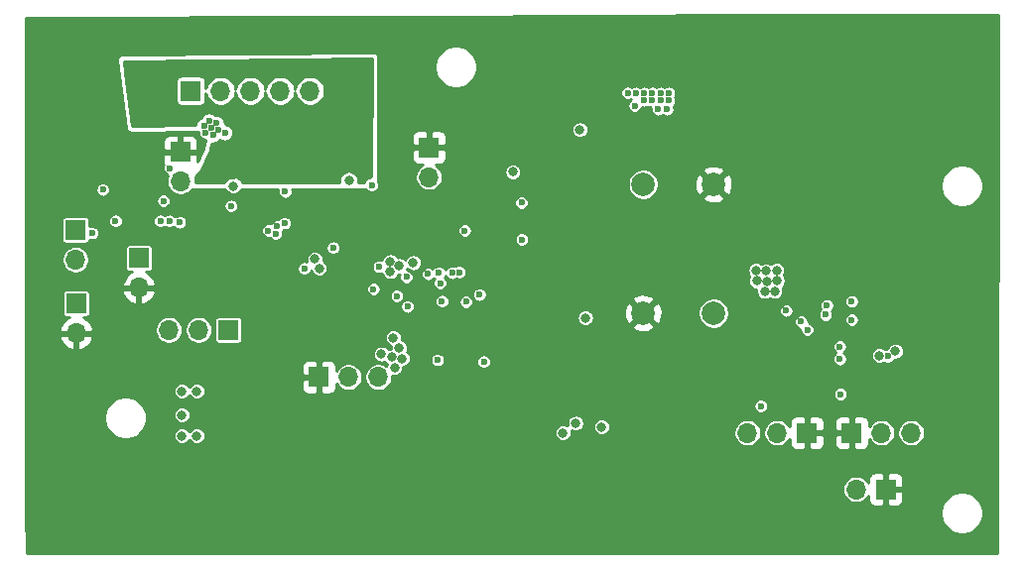
<source format=gbr>
G04 #@! TF.GenerationSoftware,KiCad,Pcbnew,5.99.0+really5.1.10+dfsg1-1*
G04 #@! TF.CreationDate,2022-01-09T21:41:06-05:00*
G04 #@! TF.ProjectId,radio,72616469-6f2e-46b6-9963-61645f706362,rev?*
G04 #@! TF.SameCoordinates,Original*
G04 #@! TF.FileFunction,Copper,L2,Inr*
G04 #@! TF.FilePolarity,Positive*
%FSLAX46Y46*%
G04 Gerber Fmt 4.6, Leading zero omitted, Abs format (unit mm)*
G04 Created by KiCad (PCBNEW 5.99.0+really5.1.10+dfsg1-1) date 2022-01-09 21:41:06*
%MOMM*%
%LPD*%
G01*
G04 APERTURE LIST*
G04 #@! TA.AperFunction,ComponentPad*
%ADD10O,1.700000X1.700000*%
G04 #@! TD*
G04 #@! TA.AperFunction,ComponentPad*
%ADD11R,1.700000X1.700000*%
G04 #@! TD*
G04 #@! TA.AperFunction,ComponentPad*
%ADD12C,1.016000*%
G04 #@! TD*
G04 #@! TA.AperFunction,ComponentPad*
%ADD13C,2.000000*%
G04 #@! TD*
G04 #@! TA.AperFunction,ViaPad*
%ADD14C,0.600000*%
G04 #@! TD*
G04 #@! TA.AperFunction,ViaPad*
%ADD15C,0.800000*%
G04 #@! TD*
G04 #@! TA.AperFunction,Conductor*
%ADD16C,1.000000*%
G04 #@! TD*
G04 #@! TA.AperFunction,Conductor*
%ADD17C,0.254000*%
G04 #@! TD*
G04 #@! TA.AperFunction,Conductor*
%ADD18C,0.100000*%
G04 #@! TD*
G04 APERTURE END LIST*
D10*
G04 #@! TO.N,Net-(J12-Pad2)*
G04 #@! TO.C,J12*
X191643000Y-114808000D03*
D11*
G04 #@! TO.N,GND*
X194183000Y-114808000D03*
G04 #@! TD*
D12*
G04 #@! TO.N,GND*
G04 #@! TO.C,U1*
X169926000Y-88201500D03*
X167386000Y-96583500D03*
X164846000Y-96583500D03*
X169926000Y-92392500D03*
X168656000Y-92392500D03*
X167386000Y-92392500D03*
X166116000Y-92392500D03*
X164846000Y-92392500D03*
G04 #@! TD*
D13*
G04 #@! TO.N,Net-(C23-Pad1)*
G04 #@! TO.C,T1*
X179471840Y-99758500D03*
G04 #@! TO.N,GND*
X179471840Y-88758500D03*
X173471840Y-99758500D03*
G04 #@! TO.N,Net-(C22-Pad1)*
X173471840Y-88758500D03*
G04 #@! TD*
D10*
G04 #@! TO.N,Net-(JP11-Pad3)*
G04 #@! TO.C,JP11*
X132994400Y-101193600D03*
G04 #@! TO.N,Net-(JP11-Pad2)*
X135534400Y-101193600D03*
D11*
G04 #@! TO.N,Net-(JP11-Pad1)*
X138074400Y-101193600D03*
G04 #@! TD*
D10*
G04 #@! TO.N,+3V3*
G04 #@! TO.C,JP4*
X150876000Y-105219500D03*
G04 #@! TO.N,Net-(JP4-Pad2)*
X148336000Y-105219500D03*
D11*
G04 #@! TO.N,GND*
X145796000Y-105219500D03*
G04 #@! TD*
D10*
G04 #@! TO.N,+3V3*
G04 #@! TO.C,JP2*
X182372000Y-109982000D03*
G04 #@! TO.N,/Vparamp*
X184912000Y-109982000D03*
D11*
G04 #@! TO.N,GND*
X187452000Y-109982000D03*
G04 #@! TD*
D10*
G04 #@! TO.N,+3V3*
G04 #@! TO.C,JP1*
X196342000Y-109982000D03*
G04 #@! TO.N,/Vbias*
X193802000Y-109982000D03*
D11*
G04 #@! TO.N,GND*
X191262000Y-109982000D03*
G04 #@! TD*
D10*
G04 #@! TO.N,/EXT_IF*
G04 #@! TO.C,J11*
X155194000Y-88138000D03*
D11*
G04 #@! TO.N,GND*
X155194000Y-85598000D03*
G04 #@! TD*
D10*
G04 #@! TO.N,/CLKIN*
G04 #@! TO.C,J10*
X133985000Y-88519000D03*
D11*
G04 #@! TO.N,GND*
X133985000Y-85979000D03*
G04 #@! TD*
D10*
G04 #@! TO.N,GNDD*
G04 #@! TO.C,J9*
X147574000Y-80772000D03*
G04 #@! TO.N,/RESET*
X145034000Y-80772000D03*
G04 #@! TO.N,/FQ_UD*
X142494000Y-80772000D03*
G04 #@! TO.N,/W_CLK*
X139954000Y-80772000D03*
G04 #@! TO.N,/D7*
X137414000Y-80772000D03*
D11*
G04 #@! TO.N,+5V*
X134874000Y-80772000D03*
G04 #@! TD*
D10*
G04 #@! TO.N,GND*
G04 #@! TO.C,J7*
X125095000Y-101473000D03*
D11*
G04 #@! TO.N,+3V3*
X125095000Y-98933000D03*
G04 #@! TD*
D10*
G04 #@! TO.N,GND*
G04 #@! TO.C,J6*
X130429000Y-97599500D03*
D11*
G04 #@! TO.N,/AVDD*
X130429000Y-95059500D03*
G04 #@! TD*
D10*
G04 #@! TO.N,GNDD*
G04 #@! TO.C,J1*
X125031500Y-95186500D03*
D11*
G04 #@! TO.N,+5V*
X125031500Y-92646500D03*
G04 #@! TD*
D14*
G04 #@! TO.N,+5V*
X147025000Y-94175000D03*
D15*
X148361400Y-88442800D03*
X138493995Y-88896873D03*
D14*
X157784800Y-96266000D03*
X157175200Y-96316800D03*
D15*
X168538808Y-100154828D03*
D14*
X156013213Y-96313213D03*
X127365500Y-89209500D03*
X128445500Y-91884500D03*
X126455250Y-92919750D03*
X136450000Y-83350000D03*
X136000000Y-83750000D03*
X136150000Y-84350000D03*
X136600000Y-83950000D03*
X137050000Y-83550000D03*
X137200000Y-84150000D03*
X136750000Y-84550000D03*
X137770000Y-84360000D03*
D15*
G04 #@! TO.N,GNDD*
X148419820Y-86855300D03*
X138523980Y-87937340D03*
X131320540Y-79418180D03*
X131538980Y-82476340D03*
D14*
X149453600Y-88341200D03*
X149504400Y-87579200D03*
X149402800Y-86715600D03*
X148336000Y-85902800D03*
X146558000Y-85953600D03*
X147523200Y-85953600D03*
X146470400Y-87237600D03*
X148844000Y-87528400D03*
D15*
X135680701Y-88274620D03*
G04 #@! TO.N,GND*
X201549000Y-101727000D03*
X201422000Y-110490000D03*
X177673000Y-117475000D03*
D14*
X153670000Y-118999000D03*
X153670000Y-117094000D03*
X149987000Y-115189000D03*
X153670000Y-115189000D03*
X149987000Y-118364000D03*
X153670000Y-119634000D03*
X149987000Y-119634000D03*
X153670000Y-115824000D03*
X153670000Y-116459000D03*
X153670000Y-118364000D03*
X153670000Y-117729000D03*
X149987000Y-116459000D03*
X149987000Y-117094000D03*
X149987000Y-117729000D03*
X149987000Y-118999000D03*
X149987000Y-115824000D03*
X145897600Y-89662000D03*
D15*
X182054500Y-105727500D03*
X189293500Y-101536500D03*
X188976000Y-106680000D03*
D14*
X187325000Y-104140000D03*
X187984000Y-103483000D03*
X187984000Y-102846000D03*
X188785500Y-102044500D03*
X187319000Y-102818000D03*
X186654000Y-102818000D03*
X185980000Y-102818000D03*
X185324000Y-103441500D03*
X185356500Y-104076500D03*
X185989000Y-103483000D03*
X186654000Y-103483000D03*
X187347000Y-103483000D03*
X186690000Y-104140000D03*
X185991500Y-104140000D03*
X185991500Y-105473500D03*
X187960000Y-105410000D03*
X187960000Y-104775000D03*
X187325000Y-104813000D03*
X185989000Y-104813000D03*
X185324000Y-104813000D03*
X187325000Y-105473500D03*
X186654000Y-105473500D03*
X185314250Y-102827750D03*
X187984000Y-104148000D03*
X186654000Y-104813000D03*
X185324000Y-105447990D03*
X183832500Y-105918000D03*
D15*
X141853920Y-98404680D03*
X143179800Y-99222560D03*
X142247620Y-99222560D03*
X137975340Y-95204280D03*
X148234400Y-95455740D03*
X149938740Y-95435420D03*
X150952200Y-102176580D03*
X149329140Y-102196900D03*
X141550000Y-101922580D03*
X145650000Y-102471220D03*
X150147020Y-102816660D03*
X150218140Y-101371400D03*
X156900880Y-92082620D03*
X153664920Y-102392480D03*
X154586940Y-102420420D03*
X155638500Y-101981000D03*
D14*
X138803380Y-91389200D03*
X138821160Y-92049600D03*
X139395200Y-91744800D03*
D15*
X132166360Y-98625660D03*
X129057400Y-98879660D03*
X129032000Y-96857820D03*
X132115560Y-96931480D03*
X156768800Y-93068140D03*
X155549600Y-93728540D03*
X154492960Y-93007180D03*
X151028400Y-93149420D03*
X148285200Y-94386400D03*
X148183600Y-93522800D03*
X149047200Y-95808800D03*
X155630845Y-99349938D03*
D14*
X127137160Y-101389180D03*
X159715200Y-91338400D03*
X161645600Y-93116400D03*
X160985200Y-92964000D03*
X160324800Y-92608400D03*
X162001200Y-92557600D03*
X162356800Y-91287600D03*
X162306000Y-91948000D03*
X159359600Y-91846400D03*
X160070800Y-91897200D03*
X160782000Y-91998800D03*
X161544000Y-92049600D03*
X162712400Y-92659200D03*
X148691600Y-92862400D03*
X148945600Y-93421200D03*
X139344400Y-92354400D03*
D15*
X175564800Y-101955600D03*
X174244000Y-102209600D03*
X173075600Y-102870000D03*
X173126400Y-103835200D03*
X173177200Y-104749600D03*
X173126400Y-105816400D03*
X172313600Y-105308400D03*
X172262800Y-104343200D03*
X172262800Y-103378000D03*
X172262800Y-102412800D03*
X173329600Y-101955600D03*
X172364400Y-101244400D03*
X174701200Y-101244400D03*
D14*
X134620000Y-90627200D03*
X133959600Y-90881200D03*
X133299200Y-90576400D03*
X132537200Y-90932000D03*
X132994400Y-92913200D03*
X132283200Y-93014800D03*
X132892800Y-93675200D03*
X132181600Y-93776800D03*
X132588000Y-94488000D03*
X133604000Y-94488000D03*
X134620000Y-94488000D03*
X135636000Y-94488000D03*
X136144000Y-94996000D03*
X135128000Y-94996000D03*
X134112000Y-94996000D03*
X133096000Y-94996000D03*
X132080000Y-94996000D03*
X161417000Y-98298000D03*
X162052000Y-98298000D03*
X162687000Y-98298000D03*
X162433000Y-98933000D03*
X161925000Y-99822000D03*
X162687000Y-100330000D03*
X162052000Y-100584000D03*
X161544000Y-101092000D03*
X164338000Y-102616000D03*
X163576000Y-102870000D03*
X163576000Y-103505000D03*
X163576000Y-104140000D03*
X163576000Y-104775000D03*
X163576000Y-105410000D03*
X163576000Y-102235000D03*
X162941000Y-102616000D03*
X162941000Y-103251000D03*
X162941000Y-103886000D03*
X162941000Y-104521000D03*
X162941000Y-105156000D03*
X162941000Y-105791000D03*
X162941000Y-101981000D03*
X166116000Y-102997000D03*
X166624000Y-103378000D03*
X169418000Y-103886000D03*
X169418000Y-104648000D03*
X147370800Y-92659200D03*
X147523200Y-93268800D03*
X150063200Y-93268800D03*
X149352000Y-92913200D03*
X148996400Y-94081600D03*
X147523200Y-95250000D03*
X147675600Y-95910400D03*
X156413200Y-93980000D03*
X156057600Y-93116400D03*
X154736800Y-94030800D03*
X150926800Y-92405200D03*
D15*
X135128000Y-98552000D03*
X136144000Y-97536000D03*
X137160000Y-96520000D03*
X139700000Y-94488000D03*
X141224000Y-94488000D03*
X141732000Y-97536000D03*
X140716000Y-97028000D03*
X139192000Y-98044000D03*
D14*
X138811000Y-92710000D03*
X139446000Y-93091000D03*
X195000000Y-107750000D03*
X194500000Y-108250000D03*
X193750000Y-108250000D03*
X193000000Y-108250000D03*
X192250000Y-108250000D03*
X195200000Y-108400000D03*
X195600000Y-107900000D03*
X191600000Y-108300000D03*
X191000000Y-108400000D03*
D15*
X188450000Y-98200000D03*
X185800000Y-98300000D03*
D14*
X189992000Y-99568000D03*
D15*
X192550000Y-100700000D03*
X193550000Y-101800000D03*
X194100000Y-104650000D03*
X193750000Y-105450000D03*
D14*
X142494000Y-90678000D03*
X142348501Y-91331499D03*
X141859000Y-90678000D03*
X141224000Y-91059000D03*
X141224000Y-90424000D03*
X141859000Y-90043000D03*
X142494000Y-90043000D03*
X141728190Y-91563190D03*
X188531500Y-101473000D03*
X180276500Y-113753900D03*
X181102000Y-114498000D03*
D15*
X180187600Y-115011200D03*
X180898800Y-115519200D03*
X180035200Y-115925600D03*
X186485363Y-113760000D03*
X203098400Y-112318800D03*
X202234800Y-112369600D03*
X201371200Y-112369600D03*
X200507600Y-112369600D03*
X199644000Y-112369600D03*
X198780400Y-112369600D03*
X203200000Y-108839000D03*
X202311000Y-108839000D03*
X201422000Y-108839000D03*
X200533000Y-108839000D03*
X199644000Y-108839000D03*
X198755000Y-108839000D03*
X198501000Y-109728000D03*
X198501000Y-110617000D03*
X198501000Y-111506000D03*
X203327000Y-100076000D03*
X202438000Y-100076000D03*
X201549000Y-100076000D03*
X200660000Y-100076000D03*
X199771000Y-100076000D03*
X198882000Y-100076000D03*
X203327000Y-103378000D03*
X202438000Y-103378000D03*
X201549000Y-103378000D03*
X200660000Y-103378000D03*
X199771000Y-103378000D03*
X198882000Y-103378000D03*
X198501000Y-102616000D03*
X198501000Y-101727000D03*
X198501000Y-100838000D03*
D14*
X181356000Y-100076000D03*
X181102000Y-98679000D03*
X181102000Y-100711000D03*
X181356000Y-99314000D03*
X180467000Y-101092000D03*
X180340000Y-98425000D03*
D15*
X140589000Y-115316000D03*
X139700000Y-115316000D03*
X138811000Y-115316000D03*
X137922000Y-115316000D03*
X134620000Y-114173000D03*
X135509000Y-114173000D03*
X136398000Y-114173000D03*
X142113000Y-114173000D03*
X143002000Y-114173000D03*
X143891000Y-114173000D03*
X138303000Y-116078000D03*
X139192000Y-116078000D03*
X140081000Y-116078000D03*
X140589000Y-116840000D03*
X139700000Y-116840000D03*
X138811000Y-116840000D03*
X137922000Y-116840000D03*
D14*
X128778000Y-115189000D03*
X128778000Y-115824000D03*
X128778000Y-116459000D03*
X128778000Y-117094000D03*
X128778000Y-117729000D03*
X128778000Y-118364000D03*
X128778000Y-118999000D03*
X128778000Y-119634000D03*
X125095000Y-115189000D03*
X125095000Y-115824000D03*
X125095000Y-116459000D03*
X125095000Y-117094000D03*
X125095000Y-117729000D03*
X125095000Y-118364000D03*
X125095000Y-118999000D03*
X125095000Y-119634000D03*
D15*
X166878000Y-115443000D03*
X166878000Y-116332000D03*
X166878000Y-117221000D03*
X166878000Y-118110000D03*
X166878000Y-118999000D03*
X166878000Y-119888000D03*
D14*
X157988000Y-115062000D03*
X157988000Y-115697000D03*
X157988000Y-116332000D03*
X157988000Y-116967000D03*
X157988000Y-117602000D03*
X157988000Y-118237000D03*
X157988000Y-118872000D03*
X157988000Y-119507000D03*
X163576000Y-114681000D03*
X164211000Y-114681000D03*
X164846000Y-114681000D03*
X165481000Y-114681000D03*
X166116000Y-114681000D03*
X170053000Y-114681000D03*
X169418000Y-114681000D03*
X168783000Y-114681000D03*
X175895000Y-114808000D03*
X175895000Y-115443000D03*
X175895000Y-116205000D03*
X175895000Y-116967000D03*
X175895000Y-117729000D03*
X175895000Y-118491000D03*
X175895000Y-119253000D03*
X175895000Y-120015000D03*
D15*
X179425600Y-115366800D03*
X179425600Y-116586000D03*
X179374800Y-117449600D03*
X179374800Y-118364000D03*
X179374800Y-119227600D03*
X180086000Y-119888000D03*
D14*
X153111200Y-93319600D03*
D15*
X139768005Y-107256005D03*
X141038005Y-105986005D03*
G04 #@! TO.N,+3V3*
X151892000Y-95358000D03*
X152640260Y-95709740D03*
X151892000Y-96208000D03*
X153850500Y-95450500D03*
X145450000Y-95150000D03*
X145836200Y-95946400D03*
D14*
X144551400Y-95946400D03*
D15*
X152146000Y-101854000D03*
X152654000Y-102743000D03*
X151130000Y-103251000D03*
X152019000Y-103505000D03*
X152908000Y-103632000D03*
X152273000Y-104394000D03*
D14*
G04 #@! TO.N,/AVDD*
X158242000Y-92710000D03*
D15*
X195000000Y-103000000D03*
X193622000Y-103378000D03*
D14*
X194350000Y-103450000D03*
D15*
X183850000Y-97900000D03*
X184700000Y-97900000D03*
X184900000Y-97000000D03*
X184050000Y-97050000D03*
X183150000Y-97000000D03*
X183100000Y-96100000D03*
X183950000Y-96150000D03*
X184850000Y-96100000D03*
D14*
X172150000Y-80950000D03*
X172850000Y-80950000D03*
X173550000Y-80950000D03*
X174250000Y-80950000D03*
X174950000Y-80950000D03*
X175650000Y-80950000D03*
X175650000Y-81600000D03*
X174950000Y-81600000D03*
X174250000Y-81600000D03*
X173550000Y-81600000D03*
X174750000Y-82350000D03*
X175500000Y-82350000D03*
X172750000Y-82050000D03*
D15*
X162350000Y-87700000D03*
X168061002Y-84097485D03*
D14*
X133921500Y-91998500D03*
X132265500Y-91884500D03*
X133040500Y-91884500D03*
X142240000Y-92354401D03*
X191262000Y-98755000D03*
X189140910Y-99097910D03*
X189032000Y-99893000D03*
D15*
X167703500Y-109156500D03*
X169926000Y-109474000D03*
X166624000Y-109982000D03*
D14*
X142875000Y-92075000D03*
D15*
X135382000Y-106426000D03*
X134112000Y-106426000D03*
X134112000Y-110236000D03*
X135382000Y-110236000D03*
X134112000Y-108458000D03*
D14*
X141478000Y-92710000D03*
X142113000Y-92964000D03*
G04 #@! TO.N,Net-(C29-Pad2)*
X191262000Y-100330000D03*
X186944000Y-100482400D03*
G04 #@! TO.N,/Vgs3*
X187482164Y-101188813D03*
X190246000Y-102616000D03*
G04 #@! TO.N,Net-(C43-Pad1)*
X190246000Y-103682800D03*
X190302000Y-106680000D03*
G04 #@! TO.N,/RESET*
X150308693Y-88833809D03*
X142921268Y-89378735D03*
G04 #@! TO.N,/FQ_UD*
X132537199Y-90171999D03*
G04 #@! TO.N,/W_CLK*
X133096000Y-87376000D03*
G04 #@! TO.N,/CLKIN*
X138303000Y-90606500D03*
X156139998Y-97205000D03*
G04 #@! TO.N,/Vparamp*
X183515000Y-107696000D03*
X185671298Y-99541741D03*
G04 #@! TO.N,Net-(JP4-Pad2)*
X155121426Y-96414951D03*
X150932000Y-95800000D03*
G04 #@! TO.N,Net-(JP5-Pad2)*
X150450000Y-97700000D03*
X155926000Y-103759000D03*
G04 #@! TO.N,/CMOSCLK2*
X158358840Y-98793300D03*
X153360479Y-99195176D03*
G04 #@! TO.N,Net-(L24-Pad2)*
X163118800Y-93472000D03*
X163085498Y-90322400D03*
G04 #@! TO.N,Net-(TP1-Pad1)*
X156299676Y-98739199D03*
X159490998Y-98175000D03*
X159868928Y-103911889D03*
G04 #@! TO.N,/CMOSCLK1*
X153262725Y-96680988D03*
X152450000Y-98297990D03*
G04 #@! TD*
D16*
G04 #@! TO.N,GNDD*
X135680701Y-88274620D02*
X136245600Y-87709721D01*
X136604872Y-87836872D02*
X138523980Y-87836872D01*
X136477721Y-87709721D02*
X136604872Y-87836872D01*
X136245600Y-87709721D02*
X136477721Y-87709721D01*
G04 #@! TD*
D17*
G04 #@! TO.N,GND*
X203644936Y-120237323D02*
X185023931Y-120248000D01*
X120840048Y-120248000D01*
X120830145Y-116660056D01*
X198833000Y-116660056D01*
X198833000Y-117019944D01*
X198903211Y-117372916D01*
X199040934Y-117705409D01*
X199240876Y-118004645D01*
X199495355Y-118259124D01*
X199794591Y-118459066D01*
X200127084Y-118596789D01*
X200480056Y-118667000D01*
X200839944Y-118667000D01*
X201192916Y-118596789D01*
X201525409Y-118459066D01*
X201824645Y-118259124D01*
X202079124Y-118004645D01*
X202279066Y-117705409D01*
X202416789Y-117372916D01*
X202487000Y-117019944D01*
X202487000Y-116660056D01*
X202416789Y-116307084D01*
X202279066Y-115974591D01*
X202079124Y-115675355D01*
X201824645Y-115420876D01*
X201525409Y-115220934D01*
X201192916Y-115083211D01*
X200839944Y-115013000D01*
X200480056Y-115013000D01*
X200127084Y-115083211D01*
X199794591Y-115220934D01*
X199495355Y-115420876D01*
X199240876Y-115675355D01*
X199040934Y-115974591D01*
X198903211Y-116307084D01*
X198833000Y-116660056D01*
X120830145Y-116660056D01*
X120824712Y-114692076D01*
X190466000Y-114692076D01*
X190466000Y-114923924D01*
X190511231Y-115151318D01*
X190599956Y-115365519D01*
X190728764Y-115558294D01*
X190892706Y-115722236D01*
X191085481Y-115851044D01*
X191299682Y-115939769D01*
X191527076Y-115985000D01*
X191758924Y-115985000D01*
X191986318Y-115939769D01*
X192200519Y-115851044D01*
X192393294Y-115722236D01*
X192557236Y-115558294D01*
X192686044Y-115365519D01*
X192696660Y-115339890D01*
X192694928Y-115658000D01*
X192707188Y-115782482D01*
X192743498Y-115902180D01*
X192802463Y-116012494D01*
X192881815Y-116109185D01*
X192978506Y-116188537D01*
X193088820Y-116247502D01*
X193208518Y-116283812D01*
X193333000Y-116296072D01*
X193897250Y-116293000D01*
X194056000Y-116134250D01*
X194056000Y-114935000D01*
X194310000Y-114935000D01*
X194310000Y-116134250D01*
X194468750Y-116293000D01*
X195033000Y-116296072D01*
X195157482Y-116283812D01*
X195277180Y-116247502D01*
X195387494Y-116188537D01*
X195484185Y-116109185D01*
X195563537Y-116012494D01*
X195622502Y-115902180D01*
X195658812Y-115782482D01*
X195671072Y-115658000D01*
X195668000Y-115093750D01*
X195509250Y-114935000D01*
X194310000Y-114935000D01*
X194056000Y-114935000D01*
X194036000Y-114935000D01*
X194036000Y-114681000D01*
X194056000Y-114681000D01*
X194056000Y-113481750D01*
X194310000Y-113481750D01*
X194310000Y-114681000D01*
X195509250Y-114681000D01*
X195668000Y-114522250D01*
X195671072Y-113958000D01*
X195658812Y-113833518D01*
X195622502Y-113713820D01*
X195563537Y-113603506D01*
X195484185Y-113506815D01*
X195387494Y-113427463D01*
X195277180Y-113368498D01*
X195157482Y-113332188D01*
X195033000Y-113319928D01*
X194468750Y-113323000D01*
X194310000Y-113481750D01*
X194056000Y-113481750D01*
X193897250Y-113323000D01*
X193333000Y-113319928D01*
X193208518Y-113332188D01*
X193088820Y-113368498D01*
X192978506Y-113427463D01*
X192881815Y-113506815D01*
X192802463Y-113603506D01*
X192743498Y-113713820D01*
X192707188Y-113833518D01*
X192694928Y-113958000D01*
X192696660Y-114276110D01*
X192686044Y-114250481D01*
X192557236Y-114057706D01*
X192393294Y-113893764D01*
X192200519Y-113764956D01*
X191986318Y-113676231D01*
X191758924Y-113631000D01*
X191527076Y-113631000D01*
X191299682Y-113676231D01*
X191085481Y-113764956D01*
X190892706Y-113893764D01*
X190728764Y-114057706D01*
X190599956Y-114250481D01*
X190511231Y-114464682D01*
X190466000Y-114692076D01*
X120824712Y-114692076D01*
X120807707Y-108532056D01*
X127459000Y-108532056D01*
X127459000Y-108891944D01*
X127529211Y-109244916D01*
X127666934Y-109577409D01*
X127866876Y-109876645D01*
X128121355Y-110131124D01*
X128420591Y-110331066D01*
X128753084Y-110468789D01*
X129106056Y-110539000D01*
X129465944Y-110539000D01*
X129818916Y-110468789D01*
X130151409Y-110331066D01*
X130400848Y-110164397D01*
X133385000Y-110164397D01*
X133385000Y-110307603D01*
X133412938Y-110448058D01*
X133467741Y-110580364D01*
X133547302Y-110699436D01*
X133648564Y-110800698D01*
X133767636Y-110880259D01*
X133899942Y-110935062D01*
X134040397Y-110963000D01*
X134183603Y-110963000D01*
X134324058Y-110935062D01*
X134456364Y-110880259D01*
X134575436Y-110800698D01*
X134676698Y-110699436D01*
X134747000Y-110594221D01*
X134817302Y-110699436D01*
X134918564Y-110800698D01*
X135037636Y-110880259D01*
X135169942Y-110935062D01*
X135310397Y-110963000D01*
X135453603Y-110963000D01*
X135594058Y-110935062D01*
X135726364Y-110880259D01*
X135845436Y-110800698D01*
X135946698Y-110699436D01*
X136026259Y-110580364D01*
X136081062Y-110448058D01*
X136109000Y-110307603D01*
X136109000Y-110164397D01*
X136081062Y-110023942D01*
X136034031Y-109910397D01*
X165897000Y-109910397D01*
X165897000Y-110053603D01*
X165924938Y-110194058D01*
X165979741Y-110326364D01*
X166059302Y-110445436D01*
X166160564Y-110546698D01*
X166279636Y-110626259D01*
X166411942Y-110681062D01*
X166552397Y-110709000D01*
X166695603Y-110709000D01*
X166836058Y-110681062D01*
X166968364Y-110626259D01*
X167087436Y-110546698D01*
X167188698Y-110445436D01*
X167268259Y-110326364D01*
X167323062Y-110194058D01*
X167351000Y-110053603D01*
X167351000Y-109910397D01*
X167324602Y-109777684D01*
X167359136Y-109800759D01*
X167491442Y-109855562D01*
X167631897Y-109883500D01*
X167775103Y-109883500D01*
X167915558Y-109855562D01*
X168047864Y-109800759D01*
X168166936Y-109721198D01*
X168268198Y-109619936D01*
X168347759Y-109500864D01*
X168388545Y-109402397D01*
X169199000Y-109402397D01*
X169199000Y-109545603D01*
X169226938Y-109686058D01*
X169281741Y-109818364D01*
X169361302Y-109937436D01*
X169462564Y-110038698D01*
X169581636Y-110118259D01*
X169713942Y-110173062D01*
X169854397Y-110201000D01*
X169997603Y-110201000D01*
X170138058Y-110173062D01*
X170270364Y-110118259D01*
X170389436Y-110038698D01*
X170490698Y-109937436D01*
X170538379Y-109866076D01*
X181195000Y-109866076D01*
X181195000Y-110097924D01*
X181240231Y-110325318D01*
X181328956Y-110539519D01*
X181457764Y-110732294D01*
X181621706Y-110896236D01*
X181814481Y-111025044D01*
X182028682Y-111113769D01*
X182256076Y-111159000D01*
X182487924Y-111159000D01*
X182715318Y-111113769D01*
X182929519Y-111025044D01*
X183122294Y-110896236D01*
X183286236Y-110732294D01*
X183415044Y-110539519D01*
X183503769Y-110325318D01*
X183549000Y-110097924D01*
X183549000Y-109866076D01*
X183735000Y-109866076D01*
X183735000Y-110097924D01*
X183780231Y-110325318D01*
X183868956Y-110539519D01*
X183997764Y-110732294D01*
X184161706Y-110896236D01*
X184354481Y-111025044D01*
X184568682Y-111113769D01*
X184796076Y-111159000D01*
X185027924Y-111159000D01*
X185255318Y-111113769D01*
X185469519Y-111025044D01*
X185662294Y-110896236D01*
X185826236Y-110732294D01*
X185955044Y-110539519D01*
X185965660Y-110513890D01*
X185963928Y-110832000D01*
X185976188Y-110956482D01*
X186012498Y-111076180D01*
X186071463Y-111186494D01*
X186150815Y-111283185D01*
X186247506Y-111362537D01*
X186357820Y-111421502D01*
X186477518Y-111457812D01*
X186602000Y-111470072D01*
X187166250Y-111467000D01*
X187325000Y-111308250D01*
X187325000Y-110109000D01*
X187579000Y-110109000D01*
X187579000Y-111308250D01*
X187737750Y-111467000D01*
X188302000Y-111470072D01*
X188426482Y-111457812D01*
X188546180Y-111421502D01*
X188656494Y-111362537D01*
X188753185Y-111283185D01*
X188832537Y-111186494D01*
X188891502Y-111076180D01*
X188927812Y-110956482D01*
X188940072Y-110832000D01*
X189773928Y-110832000D01*
X189786188Y-110956482D01*
X189822498Y-111076180D01*
X189881463Y-111186494D01*
X189960815Y-111283185D01*
X190057506Y-111362537D01*
X190167820Y-111421502D01*
X190287518Y-111457812D01*
X190412000Y-111470072D01*
X190976250Y-111467000D01*
X191135000Y-111308250D01*
X191135000Y-110109000D01*
X189935750Y-110109000D01*
X189777000Y-110267750D01*
X189773928Y-110832000D01*
X188940072Y-110832000D01*
X188937000Y-110267750D01*
X188778250Y-110109000D01*
X187579000Y-110109000D01*
X187325000Y-110109000D01*
X187305000Y-110109000D01*
X187305000Y-109855000D01*
X187325000Y-109855000D01*
X187325000Y-108655750D01*
X187579000Y-108655750D01*
X187579000Y-109855000D01*
X188778250Y-109855000D01*
X188937000Y-109696250D01*
X188940072Y-109132000D01*
X189773928Y-109132000D01*
X189777000Y-109696250D01*
X189935750Y-109855000D01*
X191135000Y-109855000D01*
X191135000Y-108655750D01*
X191389000Y-108655750D01*
X191389000Y-109855000D01*
X191409000Y-109855000D01*
X191409000Y-110109000D01*
X191389000Y-110109000D01*
X191389000Y-111308250D01*
X191547750Y-111467000D01*
X192112000Y-111470072D01*
X192236482Y-111457812D01*
X192356180Y-111421502D01*
X192466494Y-111362537D01*
X192563185Y-111283185D01*
X192642537Y-111186494D01*
X192701502Y-111076180D01*
X192737812Y-110956482D01*
X192750072Y-110832000D01*
X192748340Y-110513890D01*
X192758956Y-110539519D01*
X192887764Y-110732294D01*
X193051706Y-110896236D01*
X193244481Y-111025044D01*
X193458682Y-111113769D01*
X193686076Y-111159000D01*
X193917924Y-111159000D01*
X194145318Y-111113769D01*
X194359519Y-111025044D01*
X194552294Y-110896236D01*
X194716236Y-110732294D01*
X194845044Y-110539519D01*
X194933769Y-110325318D01*
X194979000Y-110097924D01*
X194979000Y-109866076D01*
X195165000Y-109866076D01*
X195165000Y-110097924D01*
X195210231Y-110325318D01*
X195298956Y-110539519D01*
X195427764Y-110732294D01*
X195591706Y-110896236D01*
X195784481Y-111025044D01*
X195998682Y-111113769D01*
X196226076Y-111159000D01*
X196457924Y-111159000D01*
X196685318Y-111113769D01*
X196899519Y-111025044D01*
X197092294Y-110896236D01*
X197256236Y-110732294D01*
X197385044Y-110539519D01*
X197473769Y-110325318D01*
X197519000Y-110097924D01*
X197519000Y-109866076D01*
X197473769Y-109638682D01*
X197385044Y-109424481D01*
X197256236Y-109231706D01*
X197092294Y-109067764D01*
X196899519Y-108938956D01*
X196685318Y-108850231D01*
X196457924Y-108805000D01*
X196226076Y-108805000D01*
X195998682Y-108850231D01*
X195784481Y-108938956D01*
X195591706Y-109067764D01*
X195427764Y-109231706D01*
X195298956Y-109424481D01*
X195210231Y-109638682D01*
X195165000Y-109866076D01*
X194979000Y-109866076D01*
X194933769Y-109638682D01*
X194845044Y-109424481D01*
X194716236Y-109231706D01*
X194552294Y-109067764D01*
X194359519Y-108938956D01*
X194145318Y-108850231D01*
X193917924Y-108805000D01*
X193686076Y-108805000D01*
X193458682Y-108850231D01*
X193244481Y-108938956D01*
X193051706Y-109067764D01*
X192887764Y-109231706D01*
X192758956Y-109424481D01*
X192748340Y-109450110D01*
X192750072Y-109132000D01*
X192737812Y-109007518D01*
X192701502Y-108887820D01*
X192642537Y-108777506D01*
X192563185Y-108680815D01*
X192466494Y-108601463D01*
X192356180Y-108542498D01*
X192236482Y-108506188D01*
X192112000Y-108493928D01*
X191547750Y-108497000D01*
X191389000Y-108655750D01*
X191135000Y-108655750D01*
X190976250Y-108497000D01*
X190412000Y-108493928D01*
X190287518Y-108506188D01*
X190167820Y-108542498D01*
X190057506Y-108601463D01*
X189960815Y-108680815D01*
X189881463Y-108777506D01*
X189822498Y-108887820D01*
X189786188Y-109007518D01*
X189773928Y-109132000D01*
X188940072Y-109132000D01*
X188927812Y-109007518D01*
X188891502Y-108887820D01*
X188832537Y-108777506D01*
X188753185Y-108680815D01*
X188656494Y-108601463D01*
X188546180Y-108542498D01*
X188426482Y-108506188D01*
X188302000Y-108493928D01*
X187737750Y-108497000D01*
X187579000Y-108655750D01*
X187325000Y-108655750D01*
X187166250Y-108497000D01*
X186602000Y-108493928D01*
X186477518Y-108506188D01*
X186357820Y-108542498D01*
X186247506Y-108601463D01*
X186150815Y-108680815D01*
X186071463Y-108777506D01*
X186012498Y-108887820D01*
X185976188Y-109007518D01*
X185963928Y-109132000D01*
X185965660Y-109450110D01*
X185955044Y-109424481D01*
X185826236Y-109231706D01*
X185662294Y-109067764D01*
X185469519Y-108938956D01*
X185255318Y-108850231D01*
X185027924Y-108805000D01*
X184796076Y-108805000D01*
X184568682Y-108850231D01*
X184354481Y-108938956D01*
X184161706Y-109067764D01*
X183997764Y-109231706D01*
X183868956Y-109424481D01*
X183780231Y-109638682D01*
X183735000Y-109866076D01*
X183549000Y-109866076D01*
X183503769Y-109638682D01*
X183415044Y-109424481D01*
X183286236Y-109231706D01*
X183122294Y-109067764D01*
X182929519Y-108938956D01*
X182715318Y-108850231D01*
X182487924Y-108805000D01*
X182256076Y-108805000D01*
X182028682Y-108850231D01*
X181814481Y-108938956D01*
X181621706Y-109067764D01*
X181457764Y-109231706D01*
X181328956Y-109424481D01*
X181240231Y-109638682D01*
X181195000Y-109866076D01*
X170538379Y-109866076D01*
X170570259Y-109818364D01*
X170625062Y-109686058D01*
X170653000Y-109545603D01*
X170653000Y-109402397D01*
X170625062Y-109261942D01*
X170570259Y-109129636D01*
X170490698Y-109010564D01*
X170389436Y-108909302D01*
X170270364Y-108829741D01*
X170138058Y-108774938D01*
X169997603Y-108747000D01*
X169854397Y-108747000D01*
X169713942Y-108774938D01*
X169581636Y-108829741D01*
X169462564Y-108909302D01*
X169361302Y-109010564D01*
X169281741Y-109129636D01*
X169226938Y-109261942D01*
X169199000Y-109402397D01*
X168388545Y-109402397D01*
X168402562Y-109368558D01*
X168430500Y-109228103D01*
X168430500Y-109084897D01*
X168402562Y-108944442D01*
X168347759Y-108812136D01*
X168268198Y-108693064D01*
X168166936Y-108591802D01*
X168047864Y-108512241D01*
X167915558Y-108457438D01*
X167775103Y-108429500D01*
X167631897Y-108429500D01*
X167491442Y-108457438D01*
X167359136Y-108512241D01*
X167240064Y-108591802D01*
X167138802Y-108693064D01*
X167059241Y-108812136D01*
X167004438Y-108944442D01*
X166976500Y-109084897D01*
X166976500Y-109228103D01*
X167002898Y-109360816D01*
X166968364Y-109337741D01*
X166836058Y-109282938D01*
X166695603Y-109255000D01*
X166552397Y-109255000D01*
X166411942Y-109282938D01*
X166279636Y-109337741D01*
X166160564Y-109417302D01*
X166059302Y-109518564D01*
X165979741Y-109637636D01*
X165924938Y-109769942D01*
X165897000Y-109910397D01*
X136034031Y-109910397D01*
X136026259Y-109891636D01*
X135946698Y-109772564D01*
X135845436Y-109671302D01*
X135726364Y-109591741D01*
X135594058Y-109536938D01*
X135453603Y-109509000D01*
X135310397Y-109509000D01*
X135169942Y-109536938D01*
X135037636Y-109591741D01*
X134918564Y-109671302D01*
X134817302Y-109772564D01*
X134747000Y-109877779D01*
X134676698Y-109772564D01*
X134575436Y-109671302D01*
X134456364Y-109591741D01*
X134324058Y-109536938D01*
X134183603Y-109509000D01*
X134040397Y-109509000D01*
X133899942Y-109536938D01*
X133767636Y-109591741D01*
X133648564Y-109671302D01*
X133547302Y-109772564D01*
X133467741Y-109891636D01*
X133412938Y-110023942D01*
X133385000Y-110164397D01*
X130400848Y-110164397D01*
X130450645Y-110131124D01*
X130705124Y-109876645D01*
X130905066Y-109577409D01*
X131042789Y-109244916D01*
X131113000Y-108891944D01*
X131113000Y-108532056D01*
X131084027Y-108386397D01*
X133385000Y-108386397D01*
X133385000Y-108529603D01*
X133412938Y-108670058D01*
X133467741Y-108802364D01*
X133547302Y-108921436D01*
X133648564Y-109022698D01*
X133767636Y-109102259D01*
X133899942Y-109157062D01*
X134040397Y-109185000D01*
X134183603Y-109185000D01*
X134324058Y-109157062D01*
X134456364Y-109102259D01*
X134575436Y-109022698D01*
X134676698Y-108921436D01*
X134756259Y-108802364D01*
X134811062Y-108670058D01*
X134839000Y-108529603D01*
X134839000Y-108386397D01*
X134811062Y-108245942D01*
X134756259Y-108113636D01*
X134676698Y-107994564D01*
X134575436Y-107893302D01*
X134456364Y-107813741D01*
X134324058Y-107758938D01*
X134183603Y-107731000D01*
X134040397Y-107731000D01*
X133899942Y-107758938D01*
X133767636Y-107813741D01*
X133648564Y-107893302D01*
X133547302Y-107994564D01*
X133467741Y-108113636D01*
X133412938Y-108245942D01*
X133385000Y-108386397D01*
X131084027Y-108386397D01*
X131042789Y-108179084D01*
X130905066Y-107846591D01*
X130763183Y-107634246D01*
X182888000Y-107634246D01*
X182888000Y-107757754D01*
X182912095Y-107878889D01*
X182959360Y-107992996D01*
X183027977Y-108095689D01*
X183115311Y-108183023D01*
X183218004Y-108251640D01*
X183332111Y-108298905D01*
X183453246Y-108323000D01*
X183576754Y-108323000D01*
X183697889Y-108298905D01*
X183811996Y-108251640D01*
X183914689Y-108183023D01*
X184002023Y-108095689D01*
X184070640Y-107992996D01*
X184117905Y-107878889D01*
X184142000Y-107757754D01*
X184142000Y-107634246D01*
X184117905Y-107513111D01*
X184070640Y-107399004D01*
X184002023Y-107296311D01*
X183914689Y-107208977D01*
X183811996Y-107140360D01*
X183697889Y-107093095D01*
X183576754Y-107069000D01*
X183453246Y-107069000D01*
X183332111Y-107093095D01*
X183218004Y-107140360D01*
X183115311Y-107208977D01*
X183027977Y-107296311D01*
X182959360Y-107399004D01*
X182912095Y-107513111D01*
X182888000Y-107634246D01*
X130763183Y-107634246D01*
X130705124Y-107547355D01*
X130450645Y-107292876D01*
X130151409Y-107092934D01*
X129818916Y-106955211D01*
X129465944Y-106885000D01*
X129106056Y-106885000D01*
X128753084Y-106955211D01*
X128420591Y-107092934D01*
X128121355Y-107292876D01*
X127866876Y-107547355D01*
X127666934Y-107846591D01*
X127529211Y-108179084D01*
X127459000Y-108532056D01*
X120807707Y-108532056D01*
X120801696Y-106354397D01*
X133385000Y-106354397D01*
X133385000Y-106497603D01*
X133412938Y-106638058D01*
X133467741Y-106770364D01*
X133547302Y-106889436D01*
X133648564Y-106990698D01*
X133767636Y-107070259D01*
X133899942Y-107125062D01*
X134040397Y-107153000D01*
X134183603Y-107153000D01*
X134324058Y-107125062D01*
X134456364Y-107070259D01*
X134575436Y-106990698D01*
X134676698Y-106889436D01*
X134747000Y-106784221D01*
X134817302Y-106889436D01*
X134918564Y-106990698D01*
X135037636Y-107070259D01*
X135169942Y-107125062D01*
X135310397Y-107153000D01*
X135453603Y-107153000D01*
X135594058Y-107125062D01*
X135726364Y-107070259D01*
X135845436Y-106990698D01*
X135946698Y-106889436D01*
X136026259Y-106770364D01*
X136081062Y-106638058D01*
X136109000Y-106497603D01*
X136109000Y-106354397D01*
X136081062Y-106213942D01*
X136026259Y-106081636D01*
X136018151Y-106069500D01*
X144307928Y-106069500D01*
X144320188Y-106193982D01*
X144356498Y-106313680D01*
X144415463Y-106423994D01*
X144494815Y-106520685D01*
X144591506Y-106600037D01*
X144701820Y-106659002D01*
X144821518Y-106695312D01*
X144946000Y-106707572D01*
X145510250Y-106704500D01*
X145669000Y-106545750D01*
X145669000Y-105346500D01*
X144469750Y-105346500D01*
X144311000Y-105505250D01*
X144307928Y-106069500D01*
X136018151Y-106069500D01*
X135946698Y-105962564D01*
X135845436Y-105861302D01*
X135726364Y-105781741D01*
X135594058Y-105726938D01*
X135453603Y-105699000D01*
X135310397Y-105699000D01*
X135169942Y-105726938D01*
X135037636Y-105781741D01*
X134918564Y-105861302D01*
X134817302Y-105962564D01*
X134747000Y-106067779D01*
X134676698Y-105962564D01*
X134575436Y-105861302D01*
X134456364Y-105781741D01*
X134324058Y-105726938D01*
X134183603Y-105699000D01*
X134040397Y-105699000D01*
X133899942Y-105726938D01*
X133767636Y-105781741D01*
X133648564Y-105861302D01*
X133547302Y-105962564D01*
X133467741Y-106081636D01*
X133412938Y-106213942D01*
X133385000Y-106354397D01*
X120801696Y-106354397D01*
X120798000Y-105015901D01*
X120798000Y-104369500D01*
X144307928Y-104369500D01*
X144311000Y-104933750D01*
X144469750Y-105092500D01*
X145669000Y-105092500D01*
X145669000Y-103893250D01*
X145923000Y-103893250D01*
X145923000Y-105092500D01*
X145943000Y-105092500D01*
X145943000Y-105346500D01*
X145923000Y-105346500D01*
X145923000Y-106545750D01*
X146081750Y-106704500D01*
X146646000Y-106707572D01*
X146770482Y-106695312D01*
X146890180Y-106659002D01*
X146966427Y-106618246D01*
X189675000Y-106618246D01*
X189675000Y-106741754D01*
X189699095Y-106862889D01*
X189746360Y-106976996D01*
X189814977Y-107079689D01*
X189902311Y-107167023D01*
X190005004Y-107235640D01*
X190119111Y-107282905D01*
X190240246Y-107307000D01*
X190363754Y-107307000D01*
X190484889Y-107282905D01*
X190598996Y-107235640D01*
X190701689Y-107167023D01*
X190789023Y-107079689D01*
X190857640Y-106976996D01*
X190904905Y-106862889D01*
X190929000Y-106741754D01*
X190929000Y-106618246D01*
X190904905Y-106497111D01*
X190857640Y-106383004D01*
X190789023Y-106280311D01*
X190701689Y-106192977D01*
X190598996Y-106124360D01*
X190484889Y-106077095D01*
X190363754Y-106053000D01*
X190240246Y-106053000D01*
X190119111Y-106077095D01*
X190005004Y-106124360D01*
X189902311Y-106192977D01*
X189814977Y-106280311D01*
X189746360Y-106383004D01*
X189699095Y-106497111D01*
X189675000Y-106618246D01*
X146966427Y-106618246D01*
X147000494Y-106600037D01*
X147097185Y-106520685D01*
X147176537Y-106423994D01*
X147235502Y-106313680D01*
X147271812Y-106193982D01*
X147284072Y-106069500D01*
X147282340Y-105751390D01*
X147292956Y-105777019D01*
X147421764Y-105969794D01*
X147585706Y-106133736D01*
X147778481Y-106262544D01*
X147992682Y-106351269D01*
X148220076Y-106396500D01*
X148451924Y-106396500D01*
X148679318Y-106351269D01*
X148893519Y-106262544D01*
X149086294Y-106133736D01*
X149250236Y-105969794D01*
X149379044Y-105777019D01*
X149467769Y-105562818D01*
X149513000Y-105335424D01*
X149513000Y-105103576D01*
X149699000Y-105103576D01*
X149699000Y-105335424D01*
X149744231Y-105562818D01*
X149832956Y-105777019D01*
X149961764Y-105969794D01*
X150125706Y-106133736D01*
X150318481Y-106262544D01*
X150532682Y-106351269D01*
X150760076Y-106396500D01*
X150991924Y-106396500D01*
X151219318Y-106351269D01*
X151433519Y-106262544D01*
X151626294Y-106133736D01*
X151790236Y-105969794D01*
X151919044Y-105777019D01*
X152007769Y-105562818D01*
X152053000Y-105335424D01*
X152053000Y-105103576D01*
X152050008Y-105088533D01*
X152060942Y-105093062D01*
X152201397Y-105121000D01*
X152344603Y-105121000D01*
X152485058Y-105093062D01*
X152617364Y-105038259D01*
X152736436Y-104958698D01*
X152837698Y-104857436D01*
X152917259Y-104738364D01*
X152972062Y-104606058D01*
X153000000Y-104465603D01*
X153000000Y-104354943D01*
X153120058Y-104331062D01*
X153252364Y-104276259D01*
X153371436Y-104196698D01*
X153472698Y-104095436D01*
X153552259Y-103976364D01*
X153607062Y-103844058D01*
X153635000Y-103703603D01*
X153635000Y-103697246D01*
X155299000Y-103697246D01*
X155299000Y-103820754D01*
X155323095Y-103941889D01*
X155370360Y-104055996D01*
X155438977Y-104158689D01*
X155526311Y-104246023D01*
X155629004Y-104314640D01*
X155743111Y-104361905D01*
X155864246Y-104386000D01*
X155987754Y-104386000D01*
X156108889Y-104361905D01*
X156222996Y-104314640D01*
X156325689Y-104246023D01*
X156413023Y-104158689D01*
X156481640Y-104055996D01*
X156528905Y-103941889D01*
X156547155Y-103850135D01*
X159241928Y-103850135D01*
X159241928Y-103973643D01*
X159266023Y-104094778D01*
X159313288Y-104208885D01*
X159381905Y-104311578D01*
X159469239Y-104398912D01*
X159571932Y-104467529D01*
X159686039Y-104514794D01*
X159807174Y-104538889D01*
X159930682Y-104538889D01*
X160051817Y-104514794D01*
X160165924Y-104467529D01*
X160268617Y-104398912D01*
X160355951Y-104311578D01*
X160424568Y-104208885D01*
X160471833Y-104094778D01*
X160495928Y-103973643D01*
X160495928Y-103850135D01*
X160471833Y-103729000D01*
X160424568Y-103614893D01*
X160355951Y-103512200D01*
X160268617Y-103424866D01*
X160165924Y-103356249D01*
X160051817Y-103308984D01*
X159930682Y-103284889D01*
X159807174Y-103284889D01*
X159686039Y-103308984D01*
X159571932Y-103356249D01*
X159469239Y-103424866D01*
X159381905Y-103512200D01*
X159313288Y-103614893D01*
X159266023Y-103729000D01*
X159241928Y-103850135D01*
X156547155Y-103850135D01*
X156553000Y-103820754D01*
X156553000Y-103697246D01*
X156528905Y-103576111D01*
X156481640Y-103462004D01*
X156413023Y-103359311D01*
X156325689Y-103271977D01*
X156222996Y-103203360D01*
X156108889Y-103156095D01*
X155987754Y-103132000D01*
X155864246Y-103132000D01*
X155743111Y-103156095D01*
X155629004Y-103203360D01*
X155526311Y-103271977D01*
X155438977Y-103359311D01*
X155370360Y-103462004D01*
X155323095Y-103576111D01*
X155299000Y-103697246D01*
X153635000Y-103697246D01*
X153635000Y-103560397D01*
X153607062Y-103419942D01*
X153552259Y-103287636D01*
X153472698Y-103168564D01*
X153371436Y-103067302D01*
X153320630Y-103033355D01*
X153353062Y-102955058D01*
X153381000Y-102814603D01*
X153381000Y-102671397D01*
X153357698Y-102554246D01*
X189619000Y-102554246D01*
X189619000Y-102677754D01*
X189643095Y-102798889D01*
X189690360Y-102912996D01*
X189758977Y-103015689D01*
X189846311Y-103103023D01*
X189915719Y-103149400D01*
X189846311Y-103195777D01*
X189758977Y-103283111D01*
X189690360Y-103385804D01*
X189643095Y-103499911D01*
X189619000Y-103621046D01*
X189619000Y-103744554D01*
X189643095Y-103865689D01*
X189690360Y-103979796D01*
X189758977Y-104082489D01*
X189846311Y-104169823D01*
X189949004Y-104238440D01*
X190063111Y-104285705D01*
X190184246Y-104309800D01*
X190307754Y-104309800D01*
X190428889Y-104285705D01*
X190542996Y-104238440D01*
X190645689Y-104169823D01*
X190733023Y-104082489D01*
X190801640Y-103979796D01*
X190848905Y-103865689D01*
X190873000Y-103744554D01*
X190873000Y-103621046D01*
X190848905Y-103499911D01*
X190801640Y-103385804D01*
X190748583Y-103306397D01*
X192895000Y-103306397D01*
X192895000Y-103449603D01*
X192922938Y-103590058D01*
X192977741Y-103722364D01*
X193057302Y-103841436D01*
X193158564Y-103942698D01*
X193277636Y-104022259D01*
X193409942Y-104077062D01*
X193550397Y-104105000D01*
X193693603Y-104105000D01*
X193834058Y-104077062D01*
X193966364Y-104022259D01*
X194022120Y-103985004D01*
X194053004Y-104005640D01*
X194167111Y-104052905D01*
X194288246Y-104077000D01*
X194411754Y-104077000D01*
X194532889Y-104052905D01*
X194646996Y-104005640D01*
X194749689Y-103937023D01*
X194837023Y-103849689D01*
X194905640Y-103746996D01*
X194915024Y-103724340D01*
X194928397Y-103727000D01*
X195071603Y-103727000D01*
X195212058Y-103699062D01*
X195344364Y-103644259D01*
X195463436Y-103564698D01*
X195564698Y-103463436D01*
X195644259Y-103344364D01*
X195699062Y-103212058D01*
X195727000Y-103071603D01*
X195727000Y-102928397D01*
X195699062Y-102787942D01*
X195644259Y-102655636D01*
X195564698Y-102536564D01*
X195463436Y-102435302D01*
X195344364Y-102355741D01*
X195212058Y-102300938D01*
X195071603Y-102273000D01*
X194928397Y-102273000D01*
X194787942Y-102300938D01*
X194655636Y-102355741D01*
X194536564Y-102435302D01*
X194435302Y-102536564D01*
X194355741Y-102655636D01*
X194300938Y-102787942D01*
X194293965Y-102823000D01*
X194288246Y-102823000D01*
X194167111Y-102847095D01*
X194133253Y-102861119D01*
X194085436Y-102813302D01*
X193966364Y-102733741D01*
X193834058Y-102678938D01*
X193693603Y-102651000D01*
X193550397Y-102651000D01*
X193409942Y-102678938D01*
X193277636Y-102733741D01*
X193158564Y-102813302D01*
X193057302Y-102914564D01*
X192977741Y-103033636D01*
X192922938Y-103165942D01*
X192895000Y-103306397D01*
X190748583Y-103306397D01*
X190733023Y-103283111D01*
X190645689Y-103195777D01*
X190576281Y-103149400D01*
X190645689Y-103103023D01*
X190733023Y-103015689D01*
X190801640Y-102912996D01*
X190848905Y-102798889D01*
X190873000Y-102677754D01*
X190873000Y-102554246D01*
X190848905Y-102433111D01*
X190801640Y-102319004D01*
X190733023Y-102216311D01*
X190645689Y-102128977D01*
X190542996Y-102060360D01*
X190428889Y-102013095D01*
X190307754Y-101989000D01*
X190184246Y-101989000D01*
X190063111Y-102013095D01*
X189949004Y-102060360D01*
X189846311Y-102128977D01*
X189758977Y-102216311D01*
X189690360Y-102319004D01*
X189643095Y-102433111D01*
X189619000Y-102554246D01*
X153357698Y-102554246D01*
X153353062Y-102530942D01*
X153298259Y-102398636D01*
X153218698Y-102279564D01*
X153117436Y-102178302D01*
X152998364Y-102098741D01*
X152866058Y-102043938D01*
X152850094Y-102040762D01*
X152873000Y-101925603D01*
X152873000Y-101782397D01*
X152845062Y-101641942D01*
X152790259Y-101509636D01*
X152710698Y-101390564D01*
X152609436Y-101289302D01*
X152490364Y-101209741D01*
X152358058Y-101154938D01*
X152217603Y-101127000D01*
X152074397Y-101127000D01*
X151933942Y-101154938D01*
X151801636Y-101209741D01*
X151682564Y-101289302D01*
X151581302Y-101390564D01*
X151501741Y-101509636D01*
X151446938Y-101641942D01*
X151419000Y-101782397D01*
X151419000Y-101925603D01*
X151446938Y-102066058D01*
X151501741Y-102198364D01*
X151581302Y-102317436D01*
X151682564Y-102418698D01*
X151801636Y-102498259D01*
X151933942Y-102553062D01*
X151949906Y-102556238D01*
X151927000Y-102671397D01*
X151927000Y-102782057D01*
X151806942Y-102805938D01*
X151728645Y-102838370D01*
X151694698Y-102787564D01*
X151593436Y-102686302D01*
X151474364Y-102606741D01*
X151342058Y-102551938D01*
X151201603Y-102524000D01*
X151058397Y-102524000D01*
X150917942Y-102551938D01*
X150785636Y-102606741D01*
X150666564Y-102686302D01*
X150565302Y-102787564D01*
X150485741Y-102906636D01*
X150430938Y-103038942D01*
X150403000Y-103179397D01*
X150403000Y-103322603D01*
X150430938Y-103463058D01*
X150485741Y-103595364D01*
X150565302Y-103714436D01*
X150666564Y-103815698D01*
X150785636Y-103895259D01*
X150917942Y-103950062D01*
X151058397Y-103978000D01*
X151201603Y-103978000D01*
X151342058Y-103950062D01*
X151420355Y-103917630D01*
X151454302Y-103968436D01*
X151555564Y-104069698D01*
X151606370Y-104103645D01*
X151573938Y-104181942D01*
X151558428Y-104259917D01*
X151433519Y-104176456D01*
X151219318Y-104087731D01*
X150991924Y-104042500D01*
X150760076Y-104042500D01*
X150532682Y-104087731D01*
X150318481Y-104176456D01*
X150125706Y-104305264D01*
X149961764Y-104469206D01*
X149832956Y-104661981D01*
X149744231Y-104876182D01*
X149699000Y-105103576D01*
X149513000Y-105103576D01*
X149467769Y-104876182D01*
X149379044Y-104661981D01*
X149250236Y-104469206D01*
X149086294Y-104305264D01*
X148893519Y-104176456D01*
X148679318Y-104087731D01*
X148451924Y-104042500D01*
X148220076Y-104042500D01*
X147992682Y-104087731D01*
X147778481Y-104176456D01*
X147585706Y-104305264D01*
X147421764Y-104469206D01*
X147292956Y-104661981D01*
X147282340Y-104687610D01*
X147284072Y-104369500D01*
X147271812Y-104245018D01*
X147235502Y-104125320D01*
X147176537Y-104015006D01*
X147097185Y-103918315D01*
X147000494Y-103838963D01*
X146890180Y-103779998D01*
X146770482Y-103743688D01*
X146646000Y-103731428D01*
X146081750Y-103734500D01*
X145923000Y-103893250D01*
X145669000Y-103893250D01*
X145510250Y-103734500D01*
X144946000Y-103731428D01*
X144821518Y-103743688D01*
X144701820Y-103779998D01*
X144591506Y-103838963D01*
X144494815Y-103918315D01*
X144415463Y-104015006D01*
X144356498Y-104125320D01*
X144320188Y-104245018D01*
X144307928Y-104369500D01*
X120798000Y-104369500D01*
X120798000Y-101829890D01*
X123653524Y-101829890D01*
X123698175Y-101977099D01*
X123823359Y-102239920D01*
X123997412Y-102473269D01*
X124213645Y-102668178D01*
X124463748Y-102817157D01*
X124738109Y-102914481D01*
X124968000Y-102793814D01*
X124968000Y-101600000D01*
X125222000Y-101600000D01*
X125222000Y-102793814D01*
X125451891Y-102914481D01*
X125726252Y-102817157D01*
X125976355Y-102668178D01*
X126192588Y-102473269D01*
X126366641Y-102239920D01*
X126491825Y-101977099D01*
X126536476Y-101829890D01*
X126415155Y-101600000D01*
X125222000Y-101600000D01*
X124968000Y-101600000D01*
X123774845Y-101600000D01*
X123653524Y-101829890D01*
X120798000Y-101829890D01*
X120798000Y-101116110D01*
X123653524Y-101116110D01*
X123774845Y-101346000D01*
X124968000Y-101346000D01*
X124968000Y-101326000D01*
X125222000Y-101326000D01*
X125222000Y-101346000D01*
X126415155Y-101346000D01*
X126536476Y-101116110D01*
X126524819Y-101077676D01*
X131817400Y-101077676D01*
X131817400Y-101309524D01*
X131862631Y-101536918D01*
X131951356Y-101751119D01*
X132080164Y-101943894D01*
X132244106Y-102107836D01*
X132436881Y-102236644D01*
X132651082Y-102325369D01*
X132878476Y-102370600D01*
X133110324Y-102370600D01*
X133337718Y-102325369D01*
X133551919Y-102236644D01*
X133744694Y-102107836D01*
X133908636Y-101943894D01*
X134037444Y-101751119D01*
X134126169Y-101536918D01*
X134171400Y-101309524D01*
X134171400Y-101077676D01*
X134357400Y-101077676D01*
X134357400Y-101309524D01*
X134402631Y-101536918D01*
X134491356Y-101751119D01*
X134620164Y-101943894D01*
X134784106Y-102107836D01*
X134976881Y-102236644D01*
X135191082Y-102325369D01*
X135418476Y-102370600D01*
X135650324Y-102370600D01*
X135877718Y-102325369D01*
X136091919Y-102236644D01*
X136284694Y-102107836D01*
X136448636Y-101943894D01*
X136577444Y-101751119D01*
X136666169Y-101536918D01*
X136711400Y-101309524D01*
X136711400Y-101077676D01*
X136666169Y-100850282D01*
X136577444Y-100636081D01*
X136448636Y-100443306D01*
X136348930Y-100343600D01*
X136895818Y-100343600D01*
X136895818Y-102043600D01*
X136902132Y-102107703D01*
X136920830Y-102169343D01*
X136951194Y-102226150D01*
X136992057Y-102275943D01*
X137041850Y-102316806D01*
X137098657Y-102347170D01*
X137160297Y-102365868D01*
X137224400Y-102372182D01*
X138924400Y-102372182D01*
X138988503Y-102365868D01*
X139050143Y-102347170D01*
X139106950Y-102316806D01*
X139156743Y-102275943D01*
X139197606Y-102226150D01*
X139227970Y-102169343D01*
X139246668Y-102107703D01*
X139252982Y-102043600D01*
X139252982Y-100893913D01*
X172516032Y-100893913D01*
X172611796Y-101158314D01*
X172901411Y-101299204D01*
X173212948Y-101380884D01*
X173534435Y-101400218D01*
X173853515Y-101356461D01*
X174157928Y-101251295D01*
X174331884Y-101158314D01*
X174427648Y-100893913D01*
X173471840Y-99938105D01*
X172516032Y-100893913D01*
X139252982Y-100893913D01*
X139252982Y-100343600D01*
X139246668Y-100279497D01*
X139227970Y-100217857D01*
X139197606Y-100161050D01*
X139156743Y-100111257D01*
X139122586Y-100083225D01*
X167811808Y-100083225D01*
X167811808Y-100226431D01*
X167839746Y-100366886D01*
X167894549Y-100499192D01*
X167974110Y-100618264D01*
X168075372Y-100719526D01*
X168194444Y-100799087D01*
X168326750Y-100853890D01*
X168467205Y-100881828D01*
X168610411Y-100881828D01*
X168750866Y-100853890D01*
X168883172Y-100799087D01*
X169002244Y-100719526D01*
X169103506Y-100618264D01*
X169183067Y-100499192D01*
X169237870Y-100366886D01*
X169265808Y-100226431D01*
X169265808Y-100083225D01*
X169237870Y-99942770D01*
X169187471Y-99821095D01*
X171830122Y-99821095D01*
X171873879Y-100140175D01*
X171979045Y-100444588D01*
X172072026Y-100618544D01*
X172336427Y-100714308D01*
X173292235Y-99758500D01*
X173651445Y-99758500D01*
X174607253Y-100714308D01*
X174871654Y-100618544D01*
X175012544Y-100328929D01*
X175094224Y-100017392D01*
X175113558Y-99695905D01*
X175104219Y-99627802D01*
X178144840Y-99627802D01*
X178144840Y-99889198D01*
X178195836Y-100145572D01*
X178295868Y-100387070D01*
X178441092Y-100604413D01*
X178625927Y-100789248D01*
X178843270Y-100934472D01*
X179084768Y-101034504D01*
X179341142Y-101085500D01*
X179602538Y-101085500D01*
X179858912Y-101034504D01*
X180100410Y-100934472D01*
X180317753Y-100789248D01*
X180502588Y-100604413D01*
X180625377Y-100420646D01*
X186317000Y-100420646D01*
X186317000Y-100544154D01*
X186341095Y-100665289D01*
X186388360Y-100779396D01*
X186456977Y-100882089D01*
X186544311Y-100969423D01*
X186647004Y-101038040D01*
X186761111Y-101085305D01*
X186859574Y-101104890D01*
X186855164Y-101127059D01*
X186855164Y-101250567D01*
X186879259Y-101371702D01*
X186926524Y-101485809D01*
X186995141Y-101588502D01*
X187082475Y-101675836D01*
X187185168Y-101744453D01*
X187299275Y-101791718D01*
X187420410Y-101815813D01*
X187543918Y-101815813D01*
X187665053Y-101791718D01*
X187779160Y-101744453D01*
X187881853Y-101675836D01*
X187969187Y-101588502D01*
X188037804Y-101485809D01*
X188085069Y-101371702D01*
X188109164Y-101250567D01*
X188109164Y-101127059D01*
X188085069Y-101005924D01*
X188037804Y-100891817D01*
X187969187Y-100789124D01*
X187881853Y-100701790D01*
X187779160Y-100633173D01*
X187665053Y-100585908D01*
X187566590Y-100566323D01*
X187571000Y-100544154D01*
X187571000Y-100420646D01*
X187546905Y-100299511D01*
X187499640Y-100185404D01*
X187431023Y-100082711D01*
X187343689Y-99995377D01*
X187240996Y-99926760D01*
X187126889Y-99879495D01*
X187005754Y-99855400D01*
X186882246Y-99855400D01*
X186761111Y-99879495D01*
X186647004Y-99926760D01*
X186544311Y-99995377D01*
X186456977Y-100082711D01*
X186388360Y-100185404D01*
X186341095Y-100299511D01*
X186317000Y-100420646D01*
X180625377Y-100420646D01*
X180647812Y-100387070D01*
X180747844Y-100145572D01*
X180798840Y-99889198D01*
X180798840Y-99627802D01*
X180769438Y-99479987D01*
X185044298Y-99479987D01*
X185044298Y-99603495D01*
X185068393Y-99724630D01*
X185115658Y-99838737D01*
X185184275Y-99941430D01*
X185271609Y-100028764D01*
X185374302Y-100097381D01*
X185488409Y-100144646D01*
X185609544Y-100168741D01*
X185733052Y-100168741D01*
X185854187Y-100144646D01*
X185968294Y-100097381D01*
X186070987Y-100028764D01*
X186158321Y-99941430D01*
X186226938Y-99838737D01*
X186230040Y-99831246D01*
X188405000Y-99831246D01*
X188405000Y-99954754D01*
X188429095Y-100075889D01*
X188476360Y-100189996D01*
X188544977Y-100292689D01*
X188632311Y-100380023D01*
X188735004Y-100448640D01*
X188849111Y-100495905D01*
X188970246Y-100520000D01*
X189093754Y-100520000D01*
X189214889Y-100495905D01*
X189328996Y-100448640D01*
X189431689Y-100380023D01*
X189519023Y-100292689D01*
X189535355Y-100268246D01*
X190635000Y-100268246D01*
X190635000Y-100391754D01*
X190659095Y-100512889D01*
X190706360Y-100626996D01*
X190774977Y-100729689D01*
X190862311Y-100817023D01*
X190965004Y-100885640D01*
X191079111Y-100932905D01*
X191200246Y-100957000D01*
X191323754Y-100957000D01*
X191444889Y-100932905D01*
X191558996Y-100885640D01*
X191661689Y-100817023D01*
X191749023Y-100729689D01*
X191817640Y-100626996D01*
X191864905Y-100512889D01*
X191889000Y-100391754D01*
X191889000Y-100268246D01*
X191864905Y-100147111D01*
X191817640Y-100033004D01*
X191749023Y-99930311D01*
X191661689Y-99842977D01*
X191558996Y-99774360D01*
X191444889Y-99727095D01*
X191323754Y-99703000D01*
X191200246Y-99703000D01*
X191079111Y-99727095D01*
X190965004Y-99774360D01*
X190862311Y-99842977D01*
X190774977Y-99930311D01*
X190706360Y-100033004D01*
X190659095Y-100147111D01*
X190635000Y-100268246D01*
X189535355Y-100268246D01*
X189587640Y-100189996D01*
X189634905Y-100075889D01*
X189659000Y-99954754D01*
X189659000Y-99831246D01*
X189634905Y-99710111D01*
X189587640Y-99596004D01*
X189564364Y-99561168D01*
X189627933Y-99497599D01*
X189696550Y-99394906D01*
X189743815Y-99280799D01*
X189767910Y-99159664D01*
X189767910Y-99036156D01*
X189743815Y-98915021D01*
X189696550Y-98800914D01*
X189627933Y-98698221D01*
X189622958Y-98693246D01*
X190635000Y-98693246D01*
X190635000Y-98816754D01*
X190659095Y-98937889D01*
X190706360Y-99051996D01*
X190774977Y-99154689D01*
X190862311Y-99242023D01*
X190965004Y-99310640D01*
X191079111Y-99357905D01*
X191200246Y-99382000D01*
X191323754Y-99382000D01*
X191444889Y-99357905D01*
X191558996Y-99310640D01*
X191661689Y-99242023D01*
X191749023Y-99154689D01*
X191817640Y-99051996D01*
X191864905Y-98937889D01*
X191889000Y-98816754D01*
X191889000Y-98693246D01*
X191864905Y-98572111D01*
X191817640Y-98458004D01*
X191749023Y-98355311D01*
X191661689Y-98267977D01*
X191558996Y-98199360D01*
X191444889Y-98152095D01*
X191323754Y-98128000D01*
X191200246Y-98128000D01*
X191079111Y-98152095D01*
X190965004Y-98199360D01*
X190862311Y-98267977D01*
X190774977Y-98355311D01*
X190706360Y-98458004D01*
X190659095Y-98572111D01*
X190635000Y-98693246D01*
X189622958Y-98693246D01*
X189540599Y-98610887D01*
X189437906Y-98542270D01*
X189323799Y-98495005D01*
X189202664Y-98470910D01*
X189079156Y-98470910D01*
X188958021Y-98495005D01*
X188843914Y-98542270D01*
X188741221Y-98610887D01*
X188653887Y-98698221D01*
X188585270Y-98800914D01*
X188538005Y-98915021D01*
X188513910Y-99036156D01*
X188513910Y-99159664D01*
X188538005Y-99280799D01*
X188585270Y-99394906D01*
X188608546Y-99429742D01*
X188544977Y-99493311D01*
X188476360Y-99596004D01*
X188429095Y-99710111D01*
X188405000Y-99831246D01*
X186230040Y-99831246D01*
X186274203Y-99724630D01*
X186298298Y-99603495D01*
X186298298Y-99479987D01*
X186274203Y-99358852D01*
X186226938Y-99244745D01*
X186158321Y-99142052D01*
X186070987Y-99054718D01*
X185968294Y-98986101D01*
X185854187Y-98938836D01*
X185733052Y-98914741D01*
X185609544Y-98914741D01*
X185488409Y-98938836D01*
X185374302Y-98986101D01*
X185271609Y-99054718D01*
X185184275Y-99142052D01*
X185115658Y-99244745D01*
X185068393Y-99358852D01*
X185044298Y-99479987D01*
X180769438Y-99479987D01*
X180747844Y-99371428D01*
X180647812Y-99129930D01*
X180502588Y-98912587D01*
X180317753Y-98727752D01*
X180100410Y-98582528D01*
X179858912Y-98482496D01*
X179602538Y-98431500D01*
X179341142Y-98431500D01*
X179084768Y-98482496D01*
X178843270Y-98582528D01*
X178625927Y-98727752D01*
X178441092Y-98912587D01*
X178295868Y-99129930D01*
X178195836Y-99371428D01*
X178144840Y-99627802D01*
X175104219Y-99627802D01*
X175069801Y-99376825D01*
X174964635Y-99072412D01*
X174871654Y-98898456D01*
X174607253Y-98802692D01*
X173651445Y-99758500D01*
X173292235Y-99758500D01*
X172336427Y-98802692D01*
X172072026Y-98898456D01*
X171931136Y-99188071D01*
X171849456Y-99499608D01*
X171830122Y-99821095D01*
X169187471Y-99821095D01*
X169183067Y-99810464D01*
X169103506Y-99691392D01*
X169002244Y-99590130D01*
X168883172Y-99510569D01*
X168750866Y-99455766D01*
X168610411Y-99427828D01*
X168467205Y-99427828D01*
X168326750Y-99455766D01*
X168194444Y-99510569D01*
X168075372Y-99590130D01*
X167974110Y-99691392D01*
X167894549Y-99810464D01*
X167839746Y-99942770D01*
X167811808Y-100083225D01*
X139122586Y-100083225D01*
X139106950Y-100070394D01*
X139050143Y-100040030D01*
X138988503Y-100021332D01*
X138924400Y-100015018D01*
X137224400Y-100015018D01*
X137160297Y-100021332D01*
X137098657Y-100040030D01*
X137041850Y-100070394D01*
X136992057Y-100111257D01*
X136951194Y-100161050D01*
X136920830Y-100217857D01*
X136902132Y-100279497D01*
X136895818Y-100343600D01*
X136348930Y-100343600D01*
X136284694Y-100279364D01*
X136091919Y-100150556D01*
X135877718Y-100061831D01*
X135650324Y-100016600D01*
X135418476Y-100016600D01*
X135191082Y-100061831D01*
X134976881Y-100150556D01*
X134784106Y-100279364D01*
X134620164Y-100443306D01*
X134491356Y-100636081D01*
X134402631Y-100850282D01*
X134357400Y-101077676D01*
X134171400Y-101077676D01*
X134126169Y-100850282D01*
X134037444Y-100636081D01*
X133908636Y-100443306D01*
X133744694Y-100279364D01*
X133551919Y-100150556D01*
X133337718Y-100061831D01*
X133110324Y-100016600D01*
X132878476Y-100016600D01*
X132651082Y-100061831D01*
X132436881Y-100150556D01*
X132244106Y-100279364D01*
X132080164Y-100443306D01*
X131951356Y-100636081D01*
X131862631Y-100850282D01*
X131817400Y-101077676D01*
X126524819Y-101077676D01*
X126491825Y-100968901D01*
X126366641Y-100706080D01*
X126192588Y-100472731D01*
X125976355Y-100277822D01*
X125726252Y-100128843D01*
X125677592Y-100111582D01*
X125945000Y-100111582D01*
X126009103Y-100105268D01*
X126070743Y-100086570D01*
X126127550Y-100056206D01*
X126177343Y-100015343D01*
X126218206Y-99965550D01*
X126248570Y-99908743D01*
X126267268Y-99847103D01*
X126273582Y-99783000D01*
X126273582Y-99133422D01*
X152733479Y-99133422D01*
X152733479Y-99256930D01*
X152757574Y-99378065D01*
X152804839Y-99492172D01*
X152873456Y-99594865D01*
X152960790Y-99682199D01*
X153063483Y-99750816D01*
X153177590Y-99798081D01*
X153298725Y-99822176D01*
X153422233Y-99822176D01*
X153543368Y-99798081D01*
X153657475Y-99750816D01*
X153760168Y-99682199D01*
X153847502Y-99594865D01*
X153916119Y-99492172D01*
X153963384Y-99378065D01*
X153987479Y-99256930D01*
X153987479Y-99133422D01*
X153963384Y-99012287D01*
X153916119Y-98898180D01*
X153847502Y-98795487D01*
X153760168Y-98708153D01*
X153714211Y-98677445D01*
X155672676Y-98677445D01*
X155672676Y-98800953D01*
X155696771Y-98922088D01*
X155744036Y-99036195D01*
X155812653Y-99138888D01*
X155899987Y-99226222D01*
X156002680Y-99294839D01*
X156116787Y-99342104D01*
X156237922Y-99366199D01*
X156361430Y-99366199D01*
X156482565Y-99342104D01*
X156596672Y-99294839D01*
X156699365Y-99226222D01*
X156786699Y-99138888D01*
X156855316Y-99036195D01*
X156902581Y-98922088D01*
X156926676Y-98800953D01*
X156926676Y-98731546D01*
X157731840Y-98731546D01*
X157731840Y-98855054D01*
X157755935Y-98976189D01*
X157803200Y-99090296D01*
X157871817Y-99192989D01*
X157959151Y-99280323D01*
X158061844Y-99348940D01*
X158175951Y-99396205D01*
X158297086Y-99420300D01*
X158420594Y-99420300D01*
X158541729Y-99396205D01*
X158655836Y-99348940D01*
X158758529Y-99280323D01*
X158845863Y-99192989D01*
X158914480Y-99090296D01*
X158961745Y-98976189D01*
X158985840Y-98855054D01*
X158985840Y-98731546D01*
X158961745Y-98610411D01*
X158914480Y-98496304D01*
X158845863Y-98393611D01*
X158758529Y-98306277D01*
X158655836Y-98237660D01*
X158541729Y-98190395D01*
X158420594Y-98166300D01*
X158297086Y-98166300D01*
X158175951Y-98190395D01*
X158061844Y-98237660D01*
X157959151Y-98306277D01*
X157871817Y-98393611D01*
X157803200Y-98496304D01*
X157755935Y-98610411D01*
X157731840Y-98731546D01*
X156926676Y-98731546D01*
X156926676Y-98677445D01*
X156902581Y-98556310D01*
X156855316Y-98442203D01*
X156786699Y-98339510D01*
X156699365Y-98252176D01*
X156596672Y-98183559D01*
X156482565Y-98136294D01*
X156366694Y-98113246D01*
X158863998Y-98113246D01*
X158863998Y-98236754D01*
X158888093Y-98357889D01*
X158935358Y-98471996D01*
X159003975Y-98574689D01*
X159091309Y-98662023D01*
X159194002Y-98730640D01*
X159308109Y-98777905D01*
X159429244Y-98802000D01*
X159552752Y-98802000D01*
X159673887Y-98777905D01*
X159787994Y-98730640D01*
X159890687Y-98662023D01*
X159929623Y-98623087D01*
X172516032Y-98623087D01*
X173471840Y-99578895D01*
X174427648Y-98623087D01*
X174331884Y-98358686D01*
X174042269Y-98217796D01*
X173730732Y-98136116D01*
X173409245Y-98116782D01*
X173090165Y-98160539D01*
X172785752Y-98265705D01*
X172611796Y-98358686D01*
X172516032Y-98623087D01*
X159929623Y-98623087D01*
X159978021Y-98574689D01*
X160046638Y-98471996D01*
X160093903Y-98357889D01*
X160117998Y-98236754D01*
X160117998Y-98113246D01*
X160093903Y-97992111D01*
X160046638Y-97878004D01*
X159978021Y-97775311D01*
X159890687Y-97687977D01*
X159787994Y-97619360D01*
X159673887Y-97572095D01*
X159552752Y-97548000D01*
X159429244Y-97548000D01*
X159308109Y-97572095D01*
X159194002Y-97619360D01*
X159091309Y-97687977D01*
X159003975Y-97775311D01*
X158935358Y-97878004D01*
X158888093Y-97992111D01*
X158863998Y-98113246D01*
X156366694Y-98113246D01*
X156361430Y-98112199D01*
X156237922Y-98112199D01*
X156116787Y-98136294D01*
X156002680Y-98183559D01*
X155899987Y-98252176D01*
X155812653Y-98339510D01*
X155744036Y-98442203D01*
X155696771Y-98556310D01*
X155672676Y-98677445D01*
X153714211Y-98677445D01*
X153657475Y-98639536D01*
X153543368Y-98592271D01*
X153422233Y-98568176D01*
X153298725Y-98568176D01*
X153177590Y-98592271D01*
X153063483Y-98639536D01*
X152960790Y-98708153D01*
X152873456Y-98795487D01*
X152804839Y-98898180D01*
X152757574Y-99012287D01*
X152733479Y-99133422D01*
X126273582Y-99133422D01*
X126273582Y-98083000D01*
X126267268Y-98018897D01*
X126248570Y-97957257D01*
X126248107Y-97956390D01*
X128987524Y-97956390D01*
X129032175Y-98103599D01*
X129157359Y-98366420D01*
X129331412Y-98599769D01*
X129547645Y-98794678D01*
X129797748Y-98943657D01*
X130072109Y-99040981D01*
X130302000Y-98920314D01*
X130302000Y-97726500D01*
X130556000Y-97726500D01*
X130556000Y-98920314D01*
X130785891Y-99040981D01*
X131060252Y-98943657D01*
X131310355Y-98794678D01*
X131526588Y-98599769D01*
X131700641Y-98366420D01*
X131825825Y-98103599D01*
X131870476Y-97956390D01*
X131749155Y-97726500D01*
X130556000Y-97726500D01*
X130302000Y-97726500D01*
X129108845Y-97726500D01*
X128987524Y-97956390D01*
X126248107Y-97956390D01*
X126218206Y-97900450D01*
X126177343Y-97850657D01*
X126127550Y-97809794D01*
X126070743Y-97779430D01*
X126009103Y-97760732D01*
X125945000Y-97754418D01*
X124245000Y-97754418D01*
X124180897Y-97760732D01*
X124119257Y-97779430D01*
X124062450Y-97809794D01*
X124012657Y-97850657D01*
X123971794Y-97900450D01*
X123941430Y-97957257D01*
X123922732Y-98018897D01*
X123916418Y-98083000D01*
X123916418Y-99783000D01*
X123922732Y-99847103D01*
X123941430Y-99908743D01*
X123971794Y-99965550D01*
X124012657Y-100015343D01*
X124062450Y-100056206D01*
X124119257Y-100086570D01*
X124180897Y-100105268D01*
X124245000Y-100111582D01*
X124512408Y-100111582D01*
X124463748Y-100128843D01*
X124213645Y-100277822D01*
X123997412Y-100472731D01*
X123823359Y-100706080D01*
X123698175Y-100968901D01*
X123653524Y-101116110D01*
X120798000Y-101116110D01*
X120798000Y-97638246D01*
X149823000Y-97638246D01*
X149823000Y-97761754D01*
X149847095Y-97882889D01*
X149894360Y-97996996D01*
X149962977Y-98099689D01*
X150050311Y-98187023D01*
X150153004Y-98255640D01*
X150267111Y-98302905D01*
X150388246Y-98327000D01*
X150511754Y-98327000D01*
X150632889Y-98302905D01*
X150746996Y-98255640D01*
X150776036Y-98236236D01*
X151823000Y-98236236D01*
X151823000Y-98359744D01*
X151847095Y-98480879D01*
X151894360Y-98594986D01*
X151962977Y-98697679D01*
X152050311Y-98785013D01*
X152153004Y-98853630D01*
X152267111Y-98900895D01*
X152388246Y-98924990D01*
X152511754Y-98924990D01*
X152632889Y-98900895D01*
X152746996Y-98853630D01*
X152849689Y-98785013D01*
X152937023Y-98697679D01*
X153005640Y-98594986D01*
X153052905Y-98480879D01*
X153077000Y-98359744D01*
X153077000Y-98236236D01*
X153052905Y-98115101D01*
X153005640Y-98000994D01*
X152937023Y-97898301D01*
X152849689Y-97810967D01*
X152746996Y-97742350D01*
X152632889Y-97695085D01*
X152511754Y-97670990D01*
X152388246Y-97670990D01*
X152267111Y-97695085D01*
X152153004Y-97742350D01*
X152050311Y-97810967D01*
X151962977Y-97898301D01*
X151894360Y-98000994D01*
X151847095Y-98115101D01*
X151823000Y-98236236D01*
X150776036Y-98236236D01*
X150849689Y-98187023D01*
X150937023Y-98099689D01*
X151005640Y-97996996D01*
X151052905Y-97882889D01*
X151077000Y-97761754D01*
X151077000Y-97638246D01*
X151052905Y-97517111D01*
X151005640Y-97403004D01*
X150937023Y-97300311D01*
X150849689Y-97212977D01*
X150746996Y-97144360D01*
X150632889Y-97097095D01*
X150511754Y-97073000D01*
X150388246Y-97073000D01*
X150267111Y-97097095D01*
X150153004Y-97144360D01*
X150050311Y-97212977D01*
X149962977Y-97300311D01*
X149894360Y-97403004D01*
X149847095Y-97517111D01*
X149823000Y-97638246D01*
X120798000Y-97638246D01*
X120798000Y-97242610D01*
X128987524Y-97242610D01*
X129108845Y-97472500D01*
X130302000Y-97472500D01*
X130302000Y-97452500D01*
X130556000Y-97452500D01*
X130556000Y-97472500D01*
X131749155Y-97472500D01*
X131870476Y-97242610D01*
X131825825Y-97095401D01*
X131700641Y-96832580D01*
X131526588Y-96599231D01*
X131310355Y-96404322D01*
X131060252Y-96255343D01*
X131011592Y-96238082D01*
X131279000Y-96238082D01*
X131343103Y-96231768D01*
X131404743Y-96213070D01*
X131461550Y-96182706D01*
X131511343Y-96141843D01*
X131552206Y-96092050D01*
X131582570Y-96035243D01*
X131601268Y-95973603D01*
X131607582Y-95909500D01*
X131607582Y-95884646D01*
X143924400Y-95884646D01*
X143924400Y-96008154D01*
X143948495Y-96129289D01*
X143995760Y-96243396D01*
X144064377Y-96346089D01*
X144151711Y-96433423D01*
X144254404Y-96502040D01*
X144368511Y-96549305D01*
X144489646Y-96573400D01*
X144613154Y-96573400D01*
X144734289Y-96549305D01*
X144848396Y-96502040D01*
X144951089Y-96433423D01*
X145038423Y-96346089D01*
X145107040Y-96243396D01*
X145139680Y-96164596D01*
X145191941Y-96290764D01*
X145271502Y-96409836D01*
X145372764Y-96511098D01*
X145491836Y-96590659D01*
X145624142Y-96645462D01*
X145764597Y-96673400D01*
X145907803Y-96673400D01*
X146048258Y-96645462D01*
X146180564Y-96590659D01*
X146299636Y-96511098D01*
X146400898Y-96409836D01*
X146480459Y-96290764D01*
X146535262Y-96158458D01*
X146563200Y-96018003D01*
X146563200Y-95874797D01*
X146536039Y-95738246D01*
X150305000Y-95738246D01*
X150305000Y-95861754D01*
X150329095Y-95982889D01*
X150376360Y-96096996D01*
X150444977Y-96199689D01*
X150532311Y-96287023D01*
X150635004Y-96355640D01*
X150749111Y-96402905D01*
X150870246Y-96427000D01*
X150993754Y-96427000D01*
X151114889Y-96402905D01*
X151183845Y-96374342D01*
X151192938Y-96420058D01*
X151247741Y-96552364D01*
X151327302Y-96671436D01*
X151428564Y-96772698D01*
X151547636Y-96852259D01*
X151679942Y-96907062D01*
X151820397Y-96935000D01*
X151963603Y-96935000D01*
X152104058Y-96907062D01*
X152236364Y-96852259D01*
X152355436Y-96772698D01*
X152456698Y-96671436D01*
X152536259Y-96552364D01*
X152584152Y-96436740D01*
X152685236Y-96436740D01*
X152659820Y-96498099D01*
X152635725Y-96619234D01*
X152635725Y-96742742D01*
X152659820Y-96863877D01*
X152707085Y-96977984D01*
X152775702Y-97080677D01*
X152863036Y-97168011D01*
X152965729Y-97236628D01*
X153079836Y-97283893D01*
X153200971Y-97307988D01*
X153324479Y-97307988D01*
X153445614Y-97283893D01*
X153559721Y-97236628D01*
X153662414Y-97168011D01*
X153749748Y-97080677D01*
X153818365Y-96977984D01*
X153865630Y-96863877D01*
X153889725Y-96742742D01*
X153889725Y-96619234D01*
X153865630Y-96498099D01*
X153818365Y-96383992D01*
X153797789Y-96353197D01*
X154494426Y-96353197D01*
X154494426Y-96476705D01*
X154518521Y-96597840D01*
X154565786Y-96711947D01*
X154634403Y-96814640D01*
X154721737Y-96901974D01*
X154824430Y-96970591D01*
X154938537Y-97017856D01*
X155059672Y-97041951D01*
X155183180Y-97041951D01*
X155304315Y-97017856D01*
X155418422Y-96970591D01*
X155521115Y-96901974D01*
X155608449Y-96814640D01*
X155616669Y-96802338D01*
X155643143Y-96820026D01*
X155584358Y-96908004D01*
X155537093Y-97022111D01*
X155512998Y-97143246D01*
X155512998Y-97266754D01*
X155537093Y-97387889D01*
X155584358Y-97501996D01*
X155652975Y-97604689D01*
X155740309Y-97692023D01*
X155843002Y-97760640D01*
X155957109Y-97807905D01*
X156078244Y-97832000D01*
X156201752Y-97832000D01*
X156322887Y-97807905D01*
X156436994Y-97760640D01*
X156539687Y-97692023D01*
X156627021Y-97604689D01*
X156695638Y-97501996D01*
X156742903Y-97387889D01*
X156766998Y-97266754D01*
X156766998Y-97143246D01*
X156742903Y-97022111D01*
X156695638Y-96908004D01*
X156627021Y-96805311D01*
X156539687Y-96717977D01*
X156510068Y-96698187D01*
X156568853Y-96610209D01*
X156593464Y-96550794D01*
X156619560Y-96613796D01*
X156688177Y-96716489D01*
X156775511Y-96803823D01*
X156878204Y-96872440D01*
X156992311Y-96919705D01*
X157113446Y-96943800D01*
X157236954Y-96943800D01*
X157358089Y-96919705D01*
X157472196Y-96872440D01*
X157525102Y-96837089D01*
X157601911Y-96868905D01*
X157723046Y-96893000D01*
X157846554Y-96893000D01*
X157967689Y-96868905D01*
X158081796Y-96821640D01*
X158184489Y-96753023D01*
X158271823Y-96665689D01*
X158340440Y-96562996D01*
X158387705Y-96448889D01*
X158411800Y-96327754D01*
X158411800Y-96204246D01*
X158387705Y-96083111D01*
X158365042Y-96028397D01*
X182373000Y-96028397D01*
X182373000Y-96171603D01*
X182400938Y-96312058D01*
X182455741Y-96444364D01*
X182535302Y-96563436D01*
X182554511Y-96582645D01*
X182505741Y-96655636D01*
X182450938Y-96787942D01*
X182423000Y-96928397D01*
X182423000Y-97071603D01*
X182450938Y-97212058D01*
X182505741Y-97344364D01*
X182585302Y-97463436D01*
X182686564Y-97564698D01*
X182805636Y-97644259D01*
X182937942Y-97699062D01*
X183078397Y-97727000D01*
X183143169Y-97727000D01*
X183123000Y-97828397D01*
X183123000Y-97971603D01*
X183150938Y-98112058D01*
X183205741Y-98244364D01*
X183285302Y-98363436D01*
X183386564Y-98464698D01*
X183505636Y-98544259D01*
X183637942Y-98599062D01*
X183778397Y-98627000D01*
X183921603Y-98627000D01*
X184062058Y-98599062D01*
X184194364Y-98544259D01*
X184275000Y-98490380D01*
X184355636Y-98544259D01*
X184487942Y-98599062D01*
X184628397Y-98627000D01*
X184771603Y-98627000D01*
X184912058Y-98599062D01*
X185044364Y-98544259D01*
X185163436Y-98464698D01*
X185264698Y-98363436D01*
X185344259Y-98244364D01*
X185399062Y-98112058D01*
X185427000Y-97971603D01*
X185427000Y-97828397D01*
X185399062Y-97687942D01*
X185351356Y-97572770D01*
X185363436Y-97564698D01*
X185464698Y-97463436D01*
X185544259Y-97344364D01*
X185599062Y-97212058D01*
X185627000Y-97071603D01*
X185627000Y-96928397D01*
X185599062Y-96787942D01*
X185544259Y-96655636D01*
X185464698Y-96536564D01*
X185445489Y-96517355D01*
X185494259Y-96444364D01*
X185549062Y-96312058D01*
X185577000Y-96171603D01*
X185577000Y-96028397D01*
X185549062Y-95887942D01*
X185494259Y-95755636D01*
X185414698Y-95636564D01*
X185313436Y-95535302D01*
X185194364Y-95455741D01*
X185062058Y-95400938D01*
X184921603Y-95373000D01*
X184778397Y-95373000D01*
X184637942Y-95400938D01*
X184505636Y-95455741D01*
X184386564Y-95535302D01*
X184367355Y-95554511D01*
X184294364Y-95505741D01*
X184162058Y-95450938D01*
X184021603Y-95423000D01*
X183878397Y-95423000D01*
X183737942Y-95450938D01*
X183605636Y-95505741D01*
X183562415Y-95534620D01*
X183444364Y-95455741D01*
X183312058Y-95400938D01*
X183171603Y-95373000D01*
X183028397Y-95373000D01*
X182887942Y-95400938D01*
X182755636Y-95455741D01*
X182636564Y-95535302D01*
X182535302Y-95636564D01*
X182455741Y-95755636D01*
X182400938Y-95887942D01*
X182373000Y-96028397D01*
X158365042Y-96028397D01*
X158340440Y-95969004D01*
X158271823Y-95866311D01*
X158184489Y-95778977D01*
X158081796Y-95710360D01*
X157967689Y-95663095D01*
X157846554Y-95639000D01*
X157723046Y-95639000D01*
X157601911Y-95663095D01*
X157487804Y-95710360D01*
X157434898Y-95745711D01*
X157358089Y-95713895D01*
X157236954Y-95689800D01*
X157113446Y-95689800D01*
X156992311Y-95713895D01*
X156878204Y-95761160D01*
X156775511Y-95829777D01*
X156688177Y-95917111D01*
X156619560Y-96019804D01*
X156594949Y-96079219D01*
X156568853Y-96016217D01*
X156500236Y-95913524D01*
X156412902Y-95826190D01*
X156310209Y-95757573D01*
X156196102Y-95710308D01*
X156074967Y-95686213D01*
X155951459Y-95686213D01*
X155830324Y-95710308D01*
X155716217Y-95757573D01*
X155613524Y-95826190D01*
X155526190Y-95913524D01*
X155517970Y-95925826D01*
X155418422Y-95859311D01*
X155304315Y-95812046D01*
X155183180Y-95787951D01*
X155059672Y-95787951D01*
X154938537Y-95812046D01*
X154824430Y-95859311D01*
X154721737Y-95927928D01*
X154634403Y-96015262D01*
X154565786Y-96117955D01*
X154518521Y-96232062D01*
X154494426Y-96353197D01*
X153797789Y-96353197D01*
X153749748Y-96281299D01*
X153662414Y-96193965D01*
X153559721Y-96125348D01*
X153445614Y-96078083D01*
X153324479Y-96053988D01*
X153284567Y-96053988D01*
X153325949Y-95954083D01*
X153387064Y-96015198D01*
X153506136Y-96094759D01*
X153638442Y-96149562D01*
X153778897Y-96177500D01*
X153922103Y-96177500D01*
X154062558Y-96149562D01*
X154194864Y-96094759D01*
X154313936Y-96015198D01*
X154415198Y-95913936D01*
X154494759Y-95794864D01*
X154549562Y-95662558D01*
X154577500Y-95522103D01*
X154577500Y-95378897D01*
X154549562Y-95238442D01*
X154494759Y-95106136D01*
X154415198Y-94987064D01*
X154313936Y-94885802D01*
X154194864Y-94806241D01*
X154062558Y-94751438D01*
X153922103Y-94723500D01*
X153778897Y-94723500D01*
X153638442Y-94751438D01*
X153506136Y-94806241D01*
X153387064Y-94885802D01*
X153285802Y-94987064D01*
X153206241Y-95106136D01*
X153164811Y-95206157D01*
X153103696Y-95145042D01*
X152984624Y-95065481D01*
X152852318Y-95010678D01*
X152711863Y-94982740D01*
X152568657Y-94982740D01*
X152521838Y-94992053D01*
X152456698Y-94894564D01*
X152355436Y-94793302D01*
X152236364Y-94713741D01*
X152104058Y-94658938D01*
X151963603Y-94631000D01*
X151820397Y-94631000D01*
X151679942Y-94658938D01*
X151547636Y-94713741D01*
X151428564Y-94793302D01*
X151327302Y-94894564D01*
X151247741Y-95013636D01*
X151192938Y-95145942D01*
X151177597Y-95223069D01*
X151114889Y-95197095D01*
X150993754Y-95173000D01*
X150870246Y-95173000D01*
X150749111Y-95197095D01*
X150635004Y-95244360D01*
X150532311Y-95312977D01*
X150444977Y-95400311D01*
X150376360Y-95503004D01*
X150329095Y-95617111D01*
X150305000Y-95738246D01*
X146536039Y-95738246D01*
X146535262Y-95734342D01*
X146480459Y-95602036D01*
X146400898Y-95482964D01*
X146299636Y-95381702D01*
X146180564Y-95302141D01*
X146162471Y-95294647D01*
X146177000Y-95221603D01*
X146177000Y-95078397D01*
X146149062Y-94937942D01*
X146094259Y-94805636D01*
X146014698Y-94686564D01*
X145913436Y-94585302D01*
X145794364Y-94505741D01*
X145662058Y-94450938D01*
X145521603Y-94423000D01*
X145378397Y-94423000D01*
X145237942Y-94450938D01*
X145105636Y-94505741D01*
X144986564Y-94585302D01*
X144885302Y-94686564D01*
X144805741Y-94805636D01*
X144750938Y-94937942D01*
X144723000Y-95078397D01*
X144723000Y-95221603D01*
X144748409Y-95349344D01*
X144734289Y-95343495D01*
X144613154Y-95319400D01*
X144489646Y-95319400D01*
X144368511Y-95343495D01*
X144254404Y-95390760D01*
X144151711Y-95459377D01*
X144064377Y-95546711D01*
X143995760Y-95649404D01*
X143948495Y-95763511D01*
X143924400Y-95884646D01*
X131607582Y-95884646D01*
X131607582Y-94209500D01*
X131601268Y-94145397D01*
X131591516Y-94113246D01*
X146398000Y-94113246D01*
X146398000Y-94236754D01*
X146422095Y-94357889D01*
X146469360Y-94471996D01*
X146537977Y-94574689D01*
X146625311Y-94662023D01*
X146728004Y-94730640D01*
X146842111Y-94777905D01*
X146963246Y-94802000D01*
X147086754Y-94802000D01*
X147207889Y-94777905D01*
X147321996Y-94730640D01*
X147424689Y-94662023D01*
X147512023Y-94574689D01*
X147580640Y-94471996D01*
X147627905Y-94357889D01*
X147652000Y-94236754D01*
X147652000Y-94113246D01*
X147627905Y-93992111D01*
X147580640Y-93878004D01*
X147512023Y-93775311D01*
X147424689Y-93687977D01*
X147321996Y-93619360D01*
X147207889Y-93572095D01*
X147086754Y-93548000D01*
X146963246Y-93548000D01*
X146842111Y-93572095D01*
X146728004Y-93619360D01*
X146625311Y-93687977D01*
X146537977Y-93775311D01*
X146469360Y-93878004D01*
X146422095Y-93992111D01*
X146398000Y-94113246D01*
X131591516Y-94113246D01*
X131582570Y-94083757D01*
X131552206Y-94026950D01*
X131511343Y-93977157D01*
X131461550Y-93936294D01*
X131404743Y-93905930D01*
X131343103Y-93887232D01*
X131279000Y-93880918D01*
X129579000Y-93880918D01*
X129514897Y-93887232D01*
X129453257Y-93905930D01*
X129396450Y-93936294D01*
X129346657Y-93977157D01*
X129305794Y-94026950D01*
X129275430Y-94083757D01*
X129256732Y-94145397D01*
X129250418Y-94209500D01*
X129250418Y-95909500D01*
X129256732Y-95973603D01*
X129275430Y-96035243D01*
X129305794Y-96092050D01*
X129346657Y-96141843D01*
X129396450Y-96182706D01*
X129453257Y-96213070D01*
X129514897Y-96231768D01*
X129579000Y-96238082D01*
X129846408Y-96238082D01*
X129797748Y-96255343D01*
X129547645Y-96404322D01*
X129331412Y-96599231D01*
X129157359Y-96832580D01*
X129032175Y-97095401D01*
X128987524Y-97242610D01*
X120798000Y-97242610D01*
X120798000Y-95070576D01*
X123854500Y-95070576D01*
X123854500Y-95302424D01*
X123899731Y-95529818D01*
X123988456Y-95744019D01*
X124117264Y-95936794D01*
X124281206Y-96100736D01*
X124473981Y-96229544D01*
X124688182Y-96318269D01*
X124915576Y-96363500D01*
X125147424Y-96363500D01*
X125374818Y-96318269D01*
X125589019Y-96229544D01*
X125781794Y-96100736D01*
X125945736Y-95936794D01*
X126074544Y-95744019D01*
X126163269Y-95529818D01*
X126208500Y-95302424D01*
X126208500Y-95070576D01*
X126163269Y-94843182D01*
X126074544Y-94628981D01*
X125945736Y-94436206D01*
X125781794Y-94272264D01*
X125589019Y-94143456D01*
X125374818Y-94054731D01*
X125147424Y-94009500D01*
X124915576Y-94009500D01*
X124688182Y-94054731D01*
X124473981Y-94143456D01*
X124281206Y-94272264D01*
X124117264Y-94436206D01*
X123988456Y-94628981D01*
X123899731Y-94843182D01*
X123854500Y-95070576D01*
X120798000Y-95070576D01*
X120798000Y-91796500D01*
X123852918Y-91796500D01*
X123852918Y-93496500D01*
X123859232Y-93560603D01*
X123877930Y-93622243D01*
X123908294Y-93679050D01*
X123949157Y-93728843D01*
X123998950Y-93769706D01*
X124055757Y-93800070D01*
X124117397Y-93818768D01*
X124181500Y-93825082D01*
X125881500Y-93825082D01*
X125945603Y-93818768D01*
X126007243Y-93800070D01*
X126064050Y-93769706D01*
X126113843Y-93728843D01*
X126154706Y-93679050D01*
X126185070Y-93622243D01*
X126203768Y-93560603D01*
X126210048Y-93496844D01*
X126272361Y-93522655D01*
X126393496Y-93546750D01*
X126517004Y-93546750D01*
X126638139Y-93522655D01*
X126752246Y-93475390D01*
X126854939Y-93406773D01*
X126942273Y-93319439D01*
X127010890Y-93216746D01*
X127058155Y-93102639D01*
X127082250Y-92981504D01*
X127082250Y-92857996D01*
X127058155Y-92736861D01*
X127021450Y-92648246D01*
X140851000Y-92648246D01*
X140851000Y-92771754D01*
X140875095Y-92892889D01*
X140922360Y-93006996D01*
X140990977Y-93109689D01*
X141078311Y-93197023D01*
X141181004Y-93265640D01*
X141295111Y-93312905D01*
X141416246Y-93337000D01*
X141539754Y-93337000D01*
X141600121Y-93324992D01*
X141625977Y-93363689D01*
X141713311Y-93451023D01*
X141816004Y-93519640D01*
X141930111Y-93566905D01*
X142051246Y-93591000D01*
X142174754Y-93591000D01*
X142295889Y-93566905D01*
X142409996Y-93519640D01*
X142512689Y-93451023D01*
X142553466Y-93410246D01*
X162491800Y-93410246D01*
X162491800Y-93533754D01*
X162515895Y-93654889D01*
X162563160Y-93768996D01*
X162631777Y-93871689D01*
X162719111Y-93959023D01*
X162821804Y-94027640D01*
X162935911Y-94074905D01*
X163057046Y-94099000D01*
X163180554Y-94099000D01*
X163301689Y-94074905D01*
X163415796Y-94027640D01*
X163518489Y-93959023D01*
X163605823Y-93871689D01*
X163674440Y-93768996D01*
X163721705Y-93654889D01*
X163745800Y-93533754D01*
X163745800Y-93410246D01*
X163721705Y-93289111D01*
X163674440Y-93175004D01*
X163605823Y-93072311D01*
X163518489Y-92984977D01*
X163415796Y-92916360D01*
X163301689Y-92869095D01*
X163180554Y-92845000D01*
X163057046Y-92845000D01*
X162935911Y-92869095D01*
X162821804Y-92916360D01*
X162719111Y-92984977D01*
X162631777Y-93072311D01*
X162563160Y-93175004D01*
X162515895Y-93289111D01*
X162491800Y-93410246D01*
X142553466Y-93410246D01*
X142600023Y-93363689D01*
X142668640Y-93260996D01*
X142715905Y-93146889D01*
X142740000Y-93025754D01*
X142740000Y-92902246D01*
X142715905Y-92781111D01*
X142711247Y-92769866D01*
X142727023Y-92754090D01*
X142767860Y-92692972D01*
X142813246Y-92702000D01*
X142936754Y-92702000D01*
X143057889Y-92677905D01*
X143129491Y-92648246D01*
X157615000Y-92648246D01*
X157615000Y-92771754D01*
X157639095Y-92892889D01*
X157686360Y-93006996D01*
X157754977Y-93109689D01*
X157842311Y-93197023D01*
X157945004Y-93265640D01*
X158059111Y-93312905D01*
X158180246Y-93337000D01*
X158303754Y-93337000D01*
X158424889Y-93312905D01*
X158538996Y-93265640D01*
X158641689Y-93197023D01*
X158729023Y-93109689D01*
X158797640Y-93006996D01*
X158844905Y-92892889D01*
X158869000Y-92771754D01*
X158869000Y-92648246D01*
X158844905Y-92527111D01*
X158797640Y-92413004D01*
X158729023Y-92310311D01*
X158641689Y-92222977D01*
X158538996Y-92154360D01*
X158424889Y-92107095D01*
X158303754Y-92083000D01*
X158180246Y-92083000D01*
X158059111Y-92107095D01*
X157945004Y-92154360D01*
X157842311Y-92222977D01*
X157754977Y-92310311D01*
X157686360Y-92413004D01*
X157639095Y-92527111D01*
X157615000Y-92648246D01*
X143129491Y-92648246D01*
X143171996Y-92630640D01*
X143274689Y-92562023D01*
X143362023Y-92474689D01*
X143430640Y-92371996D01*
X143477905Y-92257889D01*
X143502000Y-92136754D01*
X143502000Y-92013246D01*
X143477905Y-91892111D01*
X143430640Y-91778004D01*
X143362023Y-91675311D01*
X143274689Y-91587977D01*
X143171996Y-91519360D01*
X143057889Y-91472095D01*
X142936754Y-91448000D01*
X142813246Y-91448000D01*
X142692111Y-91472095D01*
X142578004Y-91519360D01*
X142475311Y-91587977D01*
X142387977Y-91675311D01*
X142347140Y-91736429D01*
X142301754Y-91727401D01*
X142178246Y-91727401D01*
X142057111Y-91751496D01*
X141943004Y-91798761D01*
X141840311Y-91867378D01*
X141752977Y-91954712D01*
X141684360Y-92057405D01*
X141663355Y-92108116D01*
X141660889Y-92107095D01*
X141539754Y-92083000D01*
X141416246Y-92083000D01*
X141295111Y-92107095D01*
X141181004Y-92154360D01*
X141078311Y-92222977D01*
X140990977Y-92310311D01*
X140922360Y-92413004D01*
X140875095Y-92527111D01*
X140851000Y-92648246D01*
X127021450Y-92648246D01*
X127010890Y-92622754D01*
X126942273Y-92520061D01*
X126854939Y-92432727D01*
X126752246Y-92364110D01*
X126638139Y-92316845D01*
X126517004Y-92292750D01*
X126393496Y-92292750D01*
X126272361Y-92316845D01*
X126210082Y-92342642D01*
X126210082Y-91822746D01*
X127818500Y-91822746D01*
X127818500Y-91946254D01*
X127842595Y-92067389D01*
X127889860Y-92181496D01*
X127958477Y-92284189D01*
X128045811Y-92371523D01*
X128148504Y-92440140D01*
X128262611Y-92487405D01*
X128383746Y-92511500D01*
X128507254Y-92511500D01*
X128628389Y-92487405D01*
X128742496Y-92440140D01*
X128845189Y-92371523D01*
X128932523Y-92284189D01*
X129001140Y-92181496D01*
X129048405Y-92067389D01*
X129072500Y-91946254D01*
X129072500Y-91822746D01*
X131638500Y-91822746D01*
X131638500Y-91946254D01*
X131662595Y-92067389D01*
X131709860Y-92181496D01*
X131778477Y-92284189D01*
X131865811Y-92371523D01*
X131968504Y-92440140D01*
X132082611Y-92487405D01*
X132203746Y-92511500D01*
X132327254Y-92511500D01*
X132448389Y-92487405D01*
X132562496Y-92440140D01*
X132653000Y-92379667D01*
X132743504Y-92440140D01*
X132857611Y-92487405D01*
X132978746Y-92511500D01*
X133102254Y-92511500D01*
X133223389Y-92487405D01*
X133337496Y-92440140D01*
X133423922Y-92382392D01*
X133434477Y-92398189D01*
X133521811Y-92485523D01*
X133624504Y-92554140D01*
X133738611Y-92601405D01*
X133859746Y-92625500D01*
X133983254Y-92625500D01*
X134104389Y-92601405D01*
X134218496Y-92554140D01*
X134321189Y-92485523D01*
X134408523Y-92398189D01*
X134477140Y-92295496D01*
X134524405Y-92181389D01*
X134548500Y-92060254D01*
X134548500Y-91936746D01*
X134524405Y-91815611D01*
X134477140Y-91701504D01*
X134408523Y-91598811D01*
X134321189Y-91511477D01*
X134218496Y-91442860D01*
X134104389Y-91395595D01*
X133983254Y-91371500D01*
X133859746Y-91371500D01*
X133738611Y-91395595D01*
X133624504Y-91442860D01*
X133538078Y-91500608D01*
X133527523Y-91484811D01*
X133440189Y-91397477D01*
X133337496Y-91328860D01*
X133223389Y-91281595D01*
X133102254Y-91257500D01*
X132978746Y-91257500D01*
X132857611Y-91281595D01*
X132743504Y-91328860D01*
X132653000Y-91389333D01*
X132562496Y-91328860D01*
X132448389Y-91281595D01*
X132327254Y-91257500D01*
X132203746Y-91257500D01*
X132082611Y-91281595D01*
X131968504Y-91328860D01*
X131865811Y-91397477D01*
X131778477Y-91484811D01*
X131709860Y-91587504D01*
X131662595Y-91701611D01*
X131638500Y-91822746D01*
X129072500Y-91822746D01*
X129048405Y-91701611D01*
X129001140Y-91587504D01*
X128932523Y-91484811D01*
X128845189Y-91397477D01*
X128742496Y-91328860D01*
X128628389Y-91281595D01*
X128507254Y-91257500D01*
X128383746Y-91257500D01*
X128262611Y-91281595D01*
X128148504Y-91328860D01*
X128045811Y-91397477D01*
X127958477Y-91484811D01*
X127889860Y-91587504D01*
X127842595Y-91701611D01*
X127818500Y-91822746D01*
X126210082Y-91822746D01*
X126210082Y-91796500D01*
X126203768Y-91732397D01*
X126185070Y-91670757D01*
X126154706Y-91613950D01*
X126113843Y-91564157D01*
X126064050Y-91523294D01*
X126007243Y-91492930D01*
X125945603Y-91474232D01*
X125881500Y-91467918D01*
X124181500Y-91467918D01*
X124117397Y-91474232D01*
X124055757Y-91492930D01*
X123998950Y-91523294D01*
X123949157Y-91564157D01*
X123908294Y-91613950D01*
X123877930Y-91670757D01*
X123859232Y-91732397D01*
X123852918Y-91796500D01*
X120798000Y-91796500D01*
X120798000Y-90110245D01*
X131910199Y-90110245D01*
X131910199Y-90233753D01*
X131934294Y-90354888D01*
X131981559Y-90468995D01*
X132050176Y-90571688D01*
X132137510Y-90659022D01*
X132240203Y-90727639D01*
X132354310Y-90774904D01*
X132475445Y-90798999D01*
X132598953Y-90798999D01*
X132720088Y-90774904D01*
X132834195Y-90727639D01*
X132936888Y-90659022D01*
X133024222Y-90571688D01*
X133042223Y-90544746D01*
X137676000Y-90544746D01*
X137676000Y-90668254D01*
X137700095Y-90789389D01*
X137747360Y-90903496D01*
X137815977Y-91006189D01*
X137903311Y-91093523D01*
X138006004Y-91162140D01*
X138120111Y-91209405D01*
X138241246Y-91233500D01*
X138364754Y-91233500D01*
X138485889Y-91209405D01*
X138599996Y-91162140D01*
X138702689Y-91093523D01*
X138790023Y-91006189D01*
X138858640Y-90903496D01*
X138905905Y-90789389D01*
X138930000Y-90668254D01*
X138930000Y-90544746D01*
X138905905Y-90423611D01*
X138858640Y-90309504D01*
X138825995Y-90260646D01*
X162458498Y-90260646D01*
X162458498Y-90384154D01*
X162482593Y-90505289D01*
X162529858Y-90619396D01*
X162598475Y-90722089D01*
X162685809Y-90809423D01*
X162788502Y-90878040D01*
X162902609Y-90925305D01*
X163023744Y-90949400D01*
X163147252Y-90949400D01*
X163268387Y-90925305D01*
X163382494Y-90878040D01*
X163485187Y-90809423D01*
X163572521Y-90722089D01*
X163641138Y-90619396D01*
X163688403Y-90505289D01*
X163712498Y-90384154D01*
X163712498Y-90260646D01*
X163688403Y-90139511D01*
X163641138Y-90025404D01*
X163572521Y-89922711D01*
X163485187Y-89835377D01*
X163382494Y-89766760D01*
X163268387Y-89719495D01*
X163147252Y-89695400D01*
X163023744Y-89695400D01*
X162902609Y-89719495D01*
X162788502Y-89766760D01*
X162685809Y-89835377D01*
X162598475Y-89922711D01*
X162529858Y-90025404D01*
X162482593Y-90139511D01*
X162458498Y-90260646D01*
X138825995Y-90260646D01*
X138790023Y-90206811D01*
X138702689Y-90119477D01*
X138599996Y-90050860D01*
X138485889Y-90003595D01*
X138364754Y-89979500D01*
X138241246Y-89979500D01*
X138120111Y-90003595D01*
X138006004Y-90050860D01*
X137903311Y-90119477D01*
X137815977Y-90206811D01*
X137747360Y-90309504D01*
X137700095Y-90423611D01*
X137676000Y-90544746D01*
X133042223Y-90544746D01*
X133092839Y-90468995D01*
X133140104Y-90354888D01*
X133164199Y-90233753D01*
X133164199Y-90110245D01*
X133140104Y-89989110D01*
X133092839Y-89875003D01*
X133024222Y-89772310D01*
X132936888Y-89684976D01*
X132834195Y-89616359D01*
X132720088Y-89569094D01*
X132598953Y-89544999D01*
X132475445Y-89544999D01*
X132354310Y-89569094D01*
X132240203Y-89616359D01*
X132137510Y-89684976D01*
X132050176Y-89772310D01*
X131981559Y-89875003D01*
X131934294Y-89989110D01*
X131910199Y-90110245D01*
X120798000Y-90110245D01*
X120798000Y-89147746D01*
X126738500Y-89147746D01*
X126738500Y-89271254D01*
X126762595Y-89392389D01*
X126809860Y-89506496D01*
X126878477Y-89609189D01*
X126965811Y-89696523D01*
X127068504Y-89765140D01*
X127182611Y-89812405D01*
X127303746Y-89836500D01*
X127427254Y-89836500D01*
X127548389Y-89812405D01*
X127662496Y-89765140D01*
X127765189Y-89696523D01*
X127852523Y-89609189D01*
X127921140Y-89506496D01*
X127968405Y-89392389D01*
X127992500Y-89271254D01*
X127992500Y-89147746D01*
X127968405Y-89026611D01*
X127921140Y-88912504D01*
X127852523Y-88809811D01*
X127765189Y-88722477D01*
X127662496Y-88653860D01*
X127548389Y-88606595D01*
X127427254Y-88582500D01*
X127303746Y-88582500D01*
X127182611Y-88606595D01*
X127068504Y-88653860D01*
X126965811Y-88722477D01*
X126878477Y-88809811D01*
X126809860Y-88912504D01*
X126762595Y-89026611D01*
X126738500Y-89147746D01*
X120798000Y-89147746D01*
X120798000Y-85129000D01*
X132496928Y-85129000D01*
X132500000Y-85693250D01*
X132658750Y-85852000D01*
X133858000Y-85852000D01*
X133858000Y-84652750D01*
X134112000Y-84652750D01*
X134112000Y-85852000D01*
X135311250Y-85852000D01*
X135470000Y-85693250D01*
X135473072Y-85129000D01*
X135460812Y-85004518D01*
X135424502Y-84884820D01*
X135365537Y-84774506D01*
X135286185Y-84677815D01*
X135189494Y-84598463D01*
X135079180Y-84539498D01*
X134959482Y-84503188D01*
X134835000Y-84490928D01*
X134270750Y-84494000D01*
X134112000Y-84652750D01*
X133858000Y-84652750D01*
X133699250Y-84494000D01*
X133135000Y-84490928D01*
X133010518Y-84503188D01*
X132890820Y-84539498D01*
X132780506Y-84598463D01*
X132683815Y-84677815D01*
X132604463Y-84774506D01*
X132545498Y-84884820D01*
X132509188Y-85004518D01*
X132496928Y-85129000D01*
X120798000Y-85129000D01*
X120798000Y-78090100D01*
X128578125Y-78090100D01*
X128580429Y-78173775D01*
X129311949Y-83962435D01*
X129343200Y-84077326D01*
X129383598Y-84150639D01*
X129437522Y-84214662D01*
X129502901Y-84266935D01*
X129577221Y-84305449D01*
X129657627Y-84328724D01*
X129741028Y-84335865D01*
X135528216Y-84262022D01*
X135523000Y-84288246D01*
X135523000Y-84411754D01*
X135547095Y-84532889D01*
X135594360Y-84646996D01*
X135662977Y-84749689D01*
X135750311Y-84837023D01*
X135853004Y-84905640D01*
X135967111Y-84952905D01*
X136088246Y-84977000D01*
X136092776Y-84977000D01*
X135985216Y-85676143D01*
X135472788Y-86776913D01*
X135470000Y-86264750D01*
X135311250Y-86106000D01*
X134112000Y-86106000D01*
X134112000Y-86126000D01*
X133858000Y-86126000D01*
X133858000Y-86106000D01*
X132658750Y-86106000D01*
X132500000Y-86264750D01*
X132496928Y-86829000D01*
X132509188Y-86953482D01*
X132545109Y-87071897D01*
X132540360Y-87079004D01*
X132493095Y-87193111D01*
X132469000Y-87314246D01*
X132469000Y-87437754D01*
X132493095Y-87558889D01*
X132540360Y-87672996D01*
X132608977Y-87775689D01*
X132696311Y-87863023D01*
X132799004Y-87931640D01*
X132913111Y-87978905D01*
X132933092Y-87982880D01*
X132853231Y-88175682D01*
X132808000Y-88403076D01*
X132808000Y-88634924D01*
X132853231Y-88862318D01*
X132941956Y-89076519D01*
X133070764Y-89269294D01*
X133234706Y-89433236D01*
X133427481Y-89562044D01*
X133641682Y-89650769D01*
X133869076Y-89696000D01*
X134100924Y-89696000D01*
X134328318Y-89650769D01*
X134542519Y-89562044D01*
X134735294Y-89433236D01*
X134899236Y-89269294D01*
X134966434Y-89168725D01*
X135027105Y-89174599D01*
X137820224Y-89169989D01*
X137849736Y-89241237D01*
X137929297Y-89360309D01*
X138030559Y-89461571D01*
X138149631Y-89541132D01*
X138281937Y-89595935D01*
X138422392Y-89623873D01*
X138565598Y-89623873D01*
X138706053Y-89595935D01*
X138838359Y-89541132D01*
X138957431Y-89461571D01*
X139058693Y-89360309D01*
X139138254Y-89241237D01*
X139168688Y-89167764D01*
X142332158Y-89162542D01*
X142318363Y-89195846D01*
X142294268Y-89316981D01*
X142294268Y-89440489D01*
X142318363Y-89561624D01*
X142365628Y-89675731D01*
X142434245Y-89778424D01*
X142521579Y-89865758D01*
X142624272Y-89934375D01*
X142738379Y-89981640D01*
X142859514Y-90005735D01*
X142983022Y-90005735D01*
X143104157Y-89981640D01*
X143218264Y-89934375D01*
X143320957Y-89865758D01*
X143408291Y-89778424D01*
X143476908Y-89675731D01*
X143524173Y-89561624D01*
X143548268Y-89440489D01*
X143548268Y-89316981D01*
X143524173Y-89195846D01*
X143509573Y-89160599D01*
X148204585Y-89152850D01*
X148289797Y-89169800D01*
X148433003Y-89169800D01*
X148520839Y-89152328D01*
X149766061Y-89150273D01*
X149821670Y-89233498D01*
X149909004Y-89320832D01*
X150011697Y-89389449D01*
X150125804Y-89436714D01*
X150246939Y-89460809D01*
X150370447Y-89460809D01*
X150491582Y-89436714D01*
X150605689Y-89389449D01*
X150708382Y-89320832D01*
X150795716Y-89233498D01*
X150864333Y-89130805D01*
X150911598Y-89016698D01*
X150935693Y-88895563D01*
X150935693Y-88772055D01*
X150911598Y-88650920D01*
X150864333Y-88536813D01*
X150843717Y-88505959D01*
X150848060Y-86448000D01*
X153705928Y-86448000D01*
X153718188Y-86572482D01*
X153754498Y-86692180D01*
X153813463Y-86802494D01*
X153892815Y-86899185D01*
X153989506Y-86978537D01*
X154099820Y-87037502D01*
X154219518Y-87073812D01*
X154344000Y-87086072D01*
X154662110Y-87084340D01*
X154636481Y-87094956D01*
X154443706Y-87223764D01*
X154279764Y-87387706D01*
X154150956Y-87580481D01*
X154062231Y-87794682D01*
X154017000Y-88022076D01*
X154017000Y-88253924D01*
X154062231Y-88481318D01*
X154150956Y-88695519D01*
X154279764Y-88888294D01*
X154443706Y-89052236D01*
X154636481Y-89181044D01*
X154850682Y-89269769D01*
X155078076Y-89315000D01*
X155309924Y-89315000D01*
X155537318Y-89269769D01*
X155751519Y-89181044D01*
X155944294Y-89052236D01*
X156108236Y-88888294D01*
X156237044Y-88695519D01*
X156265093Y-88627802D01*
X172144840Y-88627802D01*
X172144840Y-88889198D01*
X172195836Y-89145572D01*
X172295868Y-89387070D01*
X172441092Y-89604413D01*
X172625927Y-89789248D01*
X172843270Y-89934472D01*
X173084768Y-90034504D01*
X173341142Y-90085500D01*
X173602538Y-90085500D01*
X173858912Y-90034504D01*
X174100410Y-89934472D01*
X174161110Y-89893913D01*
X178516032Y-89893913D01*
X178611796Y-90158314D01*
X178901411Y-90299204D01*
X179212948Y-90380884D01*
X179534435Y-90400218D01*
X179853515Y-90356461D01*
X180157928Y-90251295D01*
X180331884Y-90158314D01*
X180427648Y-89893913D01*
X179471840Y-88938105D01*
X178516032Y-89893913D01*
X174161110Y-89893913D01*
X174317753Y-89789248D01*
X174502588Y-89604413D01*
X174647812Y-89387070D01*
X174747844Y-89145572D01*
X174798840Y-88889198D01*
X174798840Y-88821095D01*
X177830122Y-88821095D01*
X177873879Y-89140175D01*
X177979045Y-89444588D01*
X178072026Y-89618544D01*
X178336427Y-89714308D01*
X179292235Y-88758500D01*
X179651445Y-88758500D01*
X180607253Y-89714308D01*
X180871654Y-89618544D01*
X181012544Y-89328929D01*
X181094224Y-89017392D01*
X181112105Y-88720056D01*
X198833000Y-88720056D01*
X198833000Y-89079944D01*
X198903211Y-89432916D01*
X199040934Y-89765409D01*
X199240876Y-90064645D01*
X199495355Y-90319124D01*
X199794591Y-90519066D01*
X200127084Y-90656789D01*
X200480056Y-90727000D01*
X200839944Y-90727000D01*
X201192916Y-90656789D01*
X201525409Y-90519066D01*
X201824645Y-90319124D01*
X202079124Y-90064645D01*
X202279066Y-89765409D01*
X202416789Y-89432916D01*
X202487000Y-89079944D01*
X202487000Y-88720056D01*
X202416789Y-88367084D01*
X202279066Y-88034591D01*
X202079124Y-87735355D01*
X201824645Y-87480876D01*
X201525409Y-87280934D01*
X201192916Y-87143211D01*
X200839944Y-87073000D01*
X200480056Y-87073000D01*
X200127084Y-87143211D01*
X199794591Y-87280934D01*
X199495355Y-87480876D01*
X199240876Y-87735355D01*
X199040934Y-88034591D01*
X198903211Y-88367084D01*
X198833000Y-88720056D01*
X181112105Y-88720056D01*
X181113558Y-88695905D01*
X181069801Y-88376825D01*
X180964635Y-88072412D01*
X180871654Y-87898456D01*
X180607253Y-87802692D01*
X179651445Y-88758500D01*
X179292235Y-88758500D01*
X178336427Y-87802692D01*
X178072026Y-87898456D01*
X177931136Y-88188071D01*
X177849456Y-88499608D01*
X177830122Y-88821095D01*
X174798840Y-88821095D01*
X174798840Y-88627802D01*
X174747844Y-88371428D01*
X174647812Y-88129930D01*
X174502588Y-87912587D01*
X174317753Y-87727752D01*
X174161111Y-87623087D01*
X178516032Y-87623087D01*
X179471840Y-88578895D01*
X180427648Y-87623087D01*
X180331884Y-87358686D01*
X180042269Y-87217796D01*
X179730732Y-87136116D01*
X179409245Y-87116782D01*
X179090165Y-87160539D01*
X178785752Y-87265705D01*
X178611796Y-87358686D01*
X178516032Y-87623087D01*
X174161111Y-87623087D01*
X174100410Y-87582528D01*
X173858912Y-87482496D01*
X173602538Y-87431500D01*
X173341142Y-87431500D01*
X173084768Y-87482496D01*
X172843270Y-87582528D01*
X172625927Y-87727752D01*
X172441092Y-87912587D01*
X172295868Y-88129930D01*
X172195836Y-88371428D01*
X172144840Y-88627802D01*
X156265093Y-88627802D01*
X156325769Y-88481318D01*
X156371000Y-88253924D01*
X156371000Y-88022076D01*
X156325769Y-87794682D01*
X156256892Y-87628397D01*
X161623000Y-87628397D01*
X161623000Y-87771603D01*
X161650938Y-87912058D01*
X161705741Y-88044364D01*
X161785302Y-88163436D01*
X161886564Y-88264698D01*
X162005636Y-88344259D01*
X162137942Y-88399062D01*
X162278397Y-88427000D01*
X162421603Y-88427000D01*
X162562058Y-88399062D01*
X162694364Y-88344259D01*
X162813436Y-88264698D01*
X162914698Y-88163436D01*
X162994259Y-88044364D01*
X163049062Y-87912058D01*
X163077000Y-87771603D01*
X163077000Y-87628397D01*
X163049062Y-87487942D01*
X162994259Y-87355636D01*
X162914698Y-87236564D01*
X162813436Y-87135302D01*
X162694364Y-87055741D01*
X162562058Y-87000938D01*
X162421603Y-86973000D01*
X162278397Y-86973000D01*
X162137942Y-87000938D01*
X162005636Y-87055741D01*
X161886564Y-87135302D01*
X161785302Y-87236564D01*
X161705741Y-87355636D01*
X161650938Y-87487942D01*
X161623000Y-87628397D01*
X156256892Y-87628397D01*
X156237044Y-87580481D01*
X156108236Y-87387706D01*
X155944294Y-87223764D01*
X155751519Y-87094956D01*
X155725890Y-87084340D01*
X156044000Y-87086072D01*
X156168482Y-87073812D01*
X156288180Y-87037502D01*
X156398494Y-86978537D01*
X156495185Y-86899185D01*
X156574537Y-86802494D01*
X156633502Y-86692180D01*
X156669812Y-86572482D01*
X156682072Y-86448000D01*
X156679000Y-85883750D01*
X156520250Y-85725000D01*
X155321000Y-85725000D01*
X155321000Y-85745000D01*
X155067000Y-85745000D01*
X155067000Y-85725000D01*
X153867750Y-85725000D01*
X153709000Y-85883750D01*
X153705928Y-86448000D01*
X150848060Y-86448000D01*
X150851648Y-84748000D01*
X153705928Y-84748000D01*
X153709000Y-85312250D01*
X153867750Y-85471000D01*
X155067000Y-85471000D01*
X155067000Y-84271750D01*
X155321000Y-84271750D01*
X155321000Y-85471000D01*
X156520250Y-85471000D01*
X156679000Y-85312250D01*
X156682072Y-84748000D01*
X156669812Y-84623518D01*
X156633502Y-84503820D01*
X156574537Y-84393506D01*
X156495185Y-84296815D01*
X156398494Y-84217463D01*
X156288180Y-84158498D01*
X156168482Y-84122188D01*
X156044000Y-84109928D01*
X155479750Y-84113000D01*
X155321000Y-84271750D01*
X155067000Y-84271750D01*
X154908250Y-84113000D01*
X154344000Y-84109928D01*
X154219518Y-84122188D01*
X154099820Y-84158498D01*
X153989506Y-84217463D01*
X153892815Y-84296815D01*
X153813463Y-84393506D01*
X153754498Y-84503820D01*
X153718188Y-84623518D01*
X153705928Y-84748000D01*
X150851648Y-84748000D01*
X150853172Y-84025882D01*
X167334002Y-84025882D01*
X167334002Y-84169088D01*
X167361940Y-84309543D01*
X167416743Y-84441849D01*
X167496304Y-84560921D01*
X167597566Y-84662183D01*
X167716638Y-84741744D01*
X167848944Y-84796547D01*
X167989399Y-84824485D01*
X168132605Y-84824485D01*
X168273060Y-84796547D01*
X168405366Y-84741744D01*
X168524438Y-84662183D01*
X168625700Y-84560921D01*
X168705261Y-84441849D01*
X168760064Y-84309543D01*
X168788002Y-84169088D01*
X168788002Y-84025882D01*
X168760064Y-83885427D01*
X168705261Y-83753121D01*
X168625700Y-83634049D01*
X168524438Y-83532787D01*
X168405366Y-83453226D01*
X168273060Y-83398423D01*
X168132605Y-83370485D01*
X167989399Y-83370485D01*
X167848944Y-83398423D01*
X167716638Y-83453226D01*
X167597566Y-83532787D01*
X167496304Y-83634049D01*
X167416743Y-83753121D01*
X167361940Y-83885427D01*
X167334002Y-84025882D01*
X150853172Y-84025882D01*
X150859794Y-80888246D01*
X171523000Y-80888246D01*
X171523000Y-81011754D01*
X171547095Y-81132889D01*
X171594360Y-81246996D01*
X171662977Y-81349689D01*
X171750311Y-81437023D01*
X171853004Y-81505640D01*
X171967111Y-81552905D01*
X172088246Y-81577000D01*
X172211754Y-81577000D01*
X172332889Y-81552905D01*
X172418387Y-81517490D01*
X172350311Y-81562977D01*
X172262977Y-81650311D01*
X172194360Y-81753004D01*
X172147095Y-81867111D01*
X172123000Y-81988246D01*
X172123000Y-82111754D01*
X172147095Y-82232889D01*
X172194360Y-82346996D01*
X172262977Y-82449689D01*
X172350311Y-82537023D01*
X172453004Y-82605640D01*
X172567111Y-82652905D01*
X172688246Y-82677000D01*
X172811754Y-82677000D01*
X172932889Y-82652905D01*
X173046996Y-82605640D01*
X173149689Y-82537023D01*
X173237023Y-82449689D01*
X173305640Y-82346996D01*
X173352905Y-82232889D01*
X173359496Y-82199751D01*
X173367111Y-82202905D01*
X173488246Y-82227000D01*
X173611754Y-82227000D01*
X173732889Y-82202905D01*
X173846996Y-82155640D01*
X173900000Y-82120224D01*
X173953004Y-82155640D01*
X174067111Y-82202905D01*
X174137202Y-82216847D01*
X174123000Y-82288246D01*
X174123000Y-82411754D01*
X174147095Y-82532889D01*
X174194360Y-82646996D01*
X174262977Y-82749689D01*
X174350311Y-82837023D01*
X174453004Y-82905640D01*
X174567111Y-82952905D01*
X174688246Y-82977000D01*
X174811754Y-82977000D01*
X174932889Y-82952905D01*
X175046996Y-82905640D01*
X175125000Y-82853520D01*
X175203004Y-82905640D01*
X175317111Y-82952905D01*
X175438246Y-82977000D01*
X175561754Y-82977000D01*
X175682889Y-82952905D01*
X175796996Y-82905640D01*
X175899689Y-82837023D01*
X175987023Y-82749689D01*
X176055640Y-82646996D01*
X176102905Y-82532889D01*
X176127000Y-82411754D01*
X176127000Y-82288246D01*
X176102905Y-82167111D01*
X176063861Y-82072851D01*
X176137023Y-81999689D01*
X176205640Y-81896996D01*
X176252905Y-81782889D01*
X176277000Y-81661754D01*
X176277000Y-81538246D01*
X176252905Y-81417111D01*
X176205640Y-81303004D01*
X176186928Y-81275000D01*
X176205640Y-81246996D01*
X176252905Y-81132889D01*
X176277000Y-81011754D01*
X176277000Y-80888246D01*
X176252905Y-80767111D01*
X176205640Y-80653004D01*
X176137023Y-80550311D01*
X176049689Y-80462977D01*
X175946996Y-80394360D01*
X175832889Y-80347095D01*
X175711754Y-80323000D01*
X175588246Y-80323000D01*
X175467111Y-80347095D01*
X175353004Y-80394360D01*
X175300000Y-80429776D01*
X175246996Y-80394360D01*
X175132889Y-80347095D01*
X175011754Y-80323000D01*
X174888246Y-80323000D01*
X174767111Y-80347095D01*
X174653004Y-80394360D01*
X174600000Y-80429776D01*
X174546996Y-80394360D01*
X174432889Y-80347095D01*
X174311754Y-80323000D01*
X174188246Y-80323000D01*
X174067111Y-80347095D01*
X173953004Y-80394360D01*
X173900000Y-80429776D01*
X173846996Y-80394360D01*
X173732889Y-80347095D01*
X173611754Y-80323000D01*
X173488246Y-80323000D01*
X173367111Y-80347095D01*
X173253004Y-80394360D01*
X173200000Y-80429776D01*
X173146996Y-80394360D01*
X173032889Y-80347095D01*
X172911754Y-80323000D01*
X172788246Y-80323000D01*
X172667111Y-80347095D01*
X172553004Y-80394360D01*
X172500000Y-80429776D01*
X172446996Y-80394360D01*
X172332889Y-80347095D01*
X172211754Y-80323000D01*
X172088246Y-80323000D01*
X171967111Y-80347095D01*
X171853004Y-80394360D01*
X171750311Y-80462977D01*
X171662977Y-80550311D01*
X171594360Y-80653004D01*
X171547095Y-80767111D01*
X171523000Y-80888246D01*
X150859794Y-80888246D01*
X150864709Y-78560056D01*
X155653000Y-78560056D01*
X155653000Y-78919944D01*
X155723211Y-79272916D01*
X155860934Y-79605409D01*
X156060876Y-79904645D01*
X156315355Y-80159124D01*
X156614591Y-80359066D01*
X156947084Y-80496789D01*
X157300056Y-80567000D01*
X157659944Y-80567000D01*
X158012916Y-80496789D01*
X158345409Y-80359066D01*
X158644645Y-80159124D01*
X158899124Y-79904645D01*
X159099066Y-79605409D01*
X159236789Y-79272916D01*
X159307000Y-78919944D01*
X159307000Y-78560056D01*
X159236789Y-78207084D01*
X159099066Y-77874591D01*
X158899124Y-77575355D01*
X158644645Y-77320876D01*
X158345409Y-77120934D01*
X158012916Y-76983211D01*
X157659944Y-76913000D01*
X157300056Y-76913000D01*
X156947084Y-76983211D01*
X156614591Y-77120934D01*
X156315355Y-77320876D01*
X156060876Y-77575355D01*
X155860934Y-77874591D01*
X155723211Y-78207084D01*
X155653000Y-78560056D01*
X150864709Y-78560056D01*
X150866119Y-77892541D01*
X150857003Y-77803875D01*
X150831852Y-77724036D01*
X150791607Y-77650639D01*
X150737818Y-77586503D01*
X150672549Y-77534093D01*
X150598310Y-77495423D01*
X150517953Y-77471980D01*
X150434566Y-77464664D01*
X128999506Y-77693264D01*
X128950525Y-77696609D01*
X128868908Y-77715193D01*
X128792484Y-77749343D01*
X128724191Y-77797746D01*
X128666653Y-77858543D01*
X128622082Y-77929396D01*
X128592189Y-78007583D01*
X128578125Y-78090100D01*
X120798000Y-78090100D01*
X120798000Y-74532581D01*
X176022327Y-74390250D01*
X176055991Y-74385617D01*
X176325134Y-74310855D01*
X203802813Y-74279272D01*
X203644936Y-120237323D01*
G04 #@! TA.AperFunction,Conductor*
D18*
G36*
X203644936Y-120237323D02*
G01*
X185023931Y-120248000D01*
X120840048Y-120248000D01*
X120830145Y-116660056D01*
X198833000Y-116660056D01*
X198833000Y-117019944D01*
X198903211Y-117372916D01*
X199040934Y-117705409D01*
X199240876Y-118004645D01*
X199495355Y-118259124D01*
X199794591Y-118459066D01*
X200127084Y-118596789D01*
X200480056Y-118667000D01*
X200839944Y-118667000D01*
X201192916Y-118596789D01*
X201525409Y-118459066D01*
X201824645Y-118259124D01*
X202079124Y-118004645D01*
X202279066Y-117705409D01*
X202416789Y-117372916D01*
X202487000Y-117019944D01*
X202487000Y-116660056D01*
X202416789Y-116307084D01*
X202279066Y-115974591D01*
X202079124Y-115675355D01*
X201824645Y-115420876D01*
X201525409Y-115220934D01*
X201192916Y-115083211D01*
X200839944Y-115013000D01*
X200480056Y-115013000D01*
X200127084Y-115083211D01*
X199794591Y-115220934D01*
X199495355Y-115420876D01*
X199240876Y-115675355D01*
X199040934Y-115974591D01*
X198903211Y-116307084D01*
X198833000Y-116660056D01*
X120830145Y-116660056D01*
X120824712Y-114692076D01*
X190466000Y-114692076D01*
X190466000Y-114923924D01*
X190511231Y-115151318D01*
X190599956Y-115365519D01*
X190728764Y-115558294D01*
X190892706Y-115722236D01*
X191085481Y-115851044D01*
X191299682Y-115939769D01*
X191527076Y-115985000D01*
X191758924Y-115985000D01*
X191986318Y-115939769D01*
X192200519Y-115851044D01*
X192393294Y-115722236D01*
X192557236Y-115558294D01*
X192686044Y-115365519D01*
X192696660Y-115339890D01*
X192694928Y-115658000D01*
X192707188Y-115782482D01*
X192743498Y-115902180D01*
X192802463Y-116012494D01*
X192881815Y-116109185D01*
X192978506Y-116188537D01*
X193088820Y-116247502D01*
X193208518Y-116283812D01*
X193333000Y-116296072D01*
X193897250Y-116293000D01*
X194056000Y-116134250D01*
X194056000Y-114935000D01*
X194310000Y-114935000D01*
X194310000Y-116134250D01*
X194468750Y-116293000D01*
X195033000Y-116296072D01*
X195157482Y-116283812D01*
X195277180Y-116247502D01*
X195387494Y-116188537D01*
X195484185Y-116109185D01*
X195563537Y-116012494D01*
X195622502Y-115902180D01*
X195658812Y-115782482D01*
X195671072Y-115658000D01*
X195668000Y-115093750D01*
X195509250Y-114935000D01*
X194310000Y-114935000D01*
X194056000Y-114935000D01*
X194036000Y-114935000D01*
X194036000Y-114681000D01*
X194056000Y-114681000D01*
X194056000Y-113481750D01*
X194310000Y-113481750D01*
X194310000Y-114681000D01*
X195509250Y-114681000D01*
X195668000Y-114522250D01*
X195671072Y-113958000D01*
X195658812Y-113833518D01*
X195622502Y-113713820D01*
X195563537Y-113603506D01*
X195484185Y-113506815D01*
X195387494Y-113427463D01*
X195277180Y-113368498D01*
X195157482Y-113332188D01*
X195033000Y-113319928D01*
X194468750Y-113323000D01*
X194310000Y-113481750D01*
X194056000Y-113481750D01*
X193897250Y-113323000D01*
X193333000Y-113319928D01*
X193208518Y-113332188D01*
X193088820Y-113368498D01*
X192978506Y-113427463D01*
X192881815Y-113506815D01*
X192802463Y-113603506D01*
X192743498Y-113713820D01*
X192707188Y-113833518D01*
X192694928Y-113958000D01*
X192696660Y-114276110D01*
X192686044Y-114250481D01*
X192557236Y-114057706D01*
X192393294Y-113893764D01*
X192200519Y-113764956D01*
X191986318Y-113676231D01*
X191758924Y-113631000D01*
X191527076Y-113631000D01*
X191299682Y-113676231D01*
X191085481Y-113764956D01*
X190892706Y-113893764D01*
X190728764Y-114057706D01*
X190599956Y-114250481D01*
X190511231Y-114464682D01*
X190466000Y-114692076D01*
X120824712Y-114692076D01*
X120807707Y-108532056D01*
X127459000Y-108532056D01*
X127459000Y-108891944D01*
X127529211Y-109244916D01*
X127666934Y-109577409D01*
X127866876Y-109876645D01*
X128121355Y-110131124D01*
X128420591Y-110331066D01*
X128753084Y-110468789D01*
X129106056Y-110539000D01*
X129465944Y-110539000D01*
X129818916Y-110468789D01*
X130151409Y-110331066D01*
X130400848Y-110164397D01*
X133385000Y-110164397D01*
X133385000Y-110307603D01*
X133412938Y-110448058D01*
X133467741Y-110580364D01*
X133547302Y-110699436D01*
X133648564Y-110800698D01*
X133767636Y-110880259D01*
X133899942Y-110935062D01*
X134040397Y-110963000D01*
X134183603Y-110963000D01*
X134324058Y-110935062D01*
X134456364Y-110880259D01*
X134575436Y-110800698D01*
X134676698Y-110699436D01*
X134747000Y-110594221D01*
X134817302Y-110699436D01*
X134918564Y-110800698D01*
X135037636Y-110880259D01*
X135169942Y-110935062D01*
X135310397Y-110963000D01*
X135453603Y-110963000D01*
X135594058Y-110935062D01*
X135726364Y-110880259D01*
X135845436Y-110800698D01*
X135946698Y-110699436D01*
X136026259Y-110580364D01*
X136081062Y-110448058D01*
X136109000Y-110307603D01*
X136109000Y-110164397D01*
X136081062Y-110023942D01*
X136034031Y-109910397D01*
X165897000Y-109910397D01*
X165897000Y-110053603D01*
X165924938Y-110194058D01*
X165979741Y-110326364D01*
X166059302Y-110445436D01*
X166160564Y-110546698D01*
X166279636Y-110626259D01*
X166411942Y-110681062D01*
X166552397Y-110709000D01*
X166695603Y-110709000D01*
X166836058Y-110681062D01*
X166968364Y-110626259D01*
X167087436Y-110546698D01*
X167188698Y-110445436D01*
X167268259Y-110326364D01*
X167323062Y-110194058D01*
X167351000Y-110053603D01*
X167351000Y-109910397D01*
X167324602Y-109777684D01*
X167359136Y-109800759D01*
X167491442Y-109855562D01*
X167631897Y-109883500D01*
X167775103Y-109883500D01*
X167915558Y-109855562D01*
X168047864Y-109800759D01*
X168166936Y-109721198D01*
X168268198Y-109619936D01*
X168347759Y-109500864D01*
X168388545Y-109402397D01*
X169199000Y-109402397D01*
X169199000Y-109545603D01*
X169226938Y-109686058D01*
X169281741Y-109818364D01*
X169361302Y-109937436D01*
X169462564Y-110038698D01*
X169581636Y-110118259D01*
X169713942Y-110173062D01*
X169854397Y-110201000D01*
X169997603Y-110201000D01*
X170138058Y-110173062D01*
X170270364Y-110118259D01*
X170389436Y-110038698D01*
X170490698Y-109937436D01*
X170538379Y-109866076D01*
X181195000Y-109866076D01*
X181195000Y-110097924D01*
X181240231Y-110325318D01*
X181328956Y-110539519D01*
X181457764Y-110732294D01*
X181621706Y-110896236D01*
X181814481Y-111025044D01*
X182028682Y-111113769D01*
X182256076Y-111159000D01*
X182487924Y-111159000D01*
X182715318Y-111113769D01*
X182929519Y-111025044D01*
X183122294Y-110896236D01*
X183286236Y-110732294D01*
X183415044Y-110539519D01*
X183503769Y-110325318D01*
X183549000Y-110097924D01*
X183549000Y-109866076D01*
X183735000Y-109866076D01*
X183735000Y-110097924D01*
X183780231Y-110325318D01*
X183868956Y-110539519D01*
X183997764Y-110732294D01*
X184161706Y-110896236D01*
X184354481Y-111025044D01*
X184568682Y-111113769D01*
X184796076Y-111159000D01*
X185027924Y-111159000D01*
X185255318Y-111113769D01*
X185469519Y-111025044D01*
X185662294Y-110896236D01*
X185826236Y-110732294D01*
X185955044Y-110539519D01*
X185965660Y-110513890D01*
X185963928Y-110832000D01*
X185976188Y-110956482D01*
X186012498Y-111076180D01*
X186071463Y-111186494D01*
X186150815Y-111283185D01*
X186247506Y-111362537D01*
X186357820Y-111421502D01*
X186477518Y-111457812D01*
X186602000Y-111470072D01*
X187166250Y-111467000D01*
X187325000Y-111308250D01*
X187325000Y-110109000D01*
X187579000Y-110109000D01*
X187579000Y-111308250D01*
X187737750Y-111467000D01*
X188302000Y-111470072D01*
X188426482Y-111457812D01*
X188546180Y-111421502D01*
X188656494Y-111362537D01*
X188753185Y-111283185D01*
X188832537Y-111186494D01*
X188891502Y-111076180D01*
X188927812Y-110956482D01*
X188940072Y-110832000D01*
X189773928Y-110832000D01*
X189786188Y-110956482D01*
X189822498Y-111076180D01*
X189881463Y-111186494D01*
X189960815Y-111283185D01*
X190057506Y-111362537D01*
X190167820Y-111421502D01*
X190287518Y-111457812D01*
X190412000Y-111470072D01*
X190976250Y-111467000D01*
X191135000Y-111308250D01*
X191135000Y-110109000D01*
X189935750Y-110109000D01*
X189777000Y-110267750D01*
X189773928Y-110832000D01*
X188940072Y-110832000D01*
X188937000Y-110267750D01*
X188778250Y-110109000D01*
X187579000Y-110109000D01*
X187325000Y-110109000D01*
X187305000Y-110109000D01*
X187305000Y-109855000D01*
X187325000Y-109855000D01*
X187325000Y-108655750D01*
X187579000Y-108655750D01*
X187579000Y-109855000D01*
X188778250Y-109855000D01*
X188937000Y-109696250D01*
X188940072Y-109132000D01*
X189773928Y-109132000D01*
X189777000Y-109696250D01*
X189935750Y-109855000D01*
X191135000Y-109855000D01*
X191135000Y-108655750D01*
X191389000Y-108655750D01*
X191389000Y-109855000D01*
X191409000Y-109855000D01*
X191409000Y-110109000D01*
X191389000Y-110109000D01*
X191389000Y-111308250D01*
X191547750Y-111467000D01*
X192112000Y-111470072D01*
X192236482Y-111457812D01*
X192356180Y-111421502D01*
X192466494Y-111362537D01*
X192563185Y-111283185D01*
X192642537Y-111186494D01*
X192701502Y-111076180D01*
X192737812Y-110956482D01*
X192750072Y-110832000D01*
X192748340Y-110513890D01*
X192758956Y-110539519D01*
X192887764Y-110732294D01*
X193051706Y-110896236D01*
X193244481Y-111025044D01*
X193458682Y-111113769D01*
X193686076Y-111159000D01*
X193917924Y-111159000D01*
X194145318Y-111113769D01*
X194359519Y-111025044D01*
X194552294Y-110896236D01*
X194716236Y-110732294D01*
X194845044Y-110539519D01*
X194933769Y-110325318D01*
X194979000Y-110097924D01*
X194979000Y-109866076D01*
X195165000Y-109866076D01*
X195165000Y-110097924D01*
X195210231Y-110325318D01*
X195298956Y-110539519D01*
X195427764Y-110732294D01*
X195591706Y-110896236D01*
X195784481Y-111025044D01*
X195998682Y-111113769D01*
X196226076Y-111159000D01*
X196457924Y-111159000D01*
X196685318Y-111113769D01*
X196899519Y-111025044D01*
X197092294Y-110896236D01*
X197256236Y-110732294D01*
X197385044Y-110539519D01*
X197473769Y-110325318D01*
X197519000Y-110097924D01*
X197519000Y-109866076D01*
X197473769Y-109638682D01*
X197385044Y-109424481D01*
X197256236Y-109231706D01*
X197092294Y-109067764D01*
X196899519Y-108938956D01*
X196685318Y-108850231D01*
X196457924Y-108805000D01*
X196226076Y-108805000D01*
X195998682Y-108850231D01*
X195784481Y-108938956D01*
X195591706Y-109067764D01*
X195427764Y-109231706D01*
X195298956Y-109424481D01*
X195210231Y-109638682D01*
X195165000Y-109866076D01*
X194979000Y-109866076D01*
X194933769Y-109638682D01*
X194845044Y-109424481D01*
X194716236Y-109231706D01*
X194552294Y-109067764D01*
X194359519Y-108938956D01*
X194145318Y-108850231D01*
X193917924Y-108805000D01*
X193686076Y-108805000D01*
X193458682Y-108850231D01*
X193244481Y-108938956D01*
X193051706Y-109067764D01*
X192887764Y-109231706D01*
X192758956Y-109424481D01*
X192748340Y-109450110D01*
X192750072Y-109132000D01*
X192737812Y-109007518D01*
X192701502Y-108887820D01*
X192642537Y-108777506D01*
X192563185Y-108680815D01*
X192466494Y-108601463D01*
X192356180Y-108542498D01*
X192236482Y-108506188D01*
X192112000Y-108493928D01*
X191547750Y-108497000D01*
X191389000Y-108655750D01*
X191135000Y-108655750D01*
X190976250Y-108497000D01*
X190412000Y-108493928D01*
X190287518Y-108506188D01*
X190167820Y-108542498D01*
X190057506Y-108601463D01*
X189960815Y-108680815D01*
X189881463Y-108777506D01*
X189822498Y-108887820D01*
X189786188Y-109007518D01*
X189773928Y-109132000D01*
X188940072Y-109132000D01*
X188927812Y-109007518D01*
X188891502Y-108887820D01*
X188832537Y-108777506D01*
X188753185Y-108680815D01*
X188656494Y-108601463D01*
X188546180Y-108542498D01*
X188426482Y-108506188D01*
X188302000Y-108493928D01*
X187737750Y-108497000D01*
X187579000Y-108655750D01*
X187325000Y-108655750D01*
X187166250Y-108497000D01*
X186602000Y-108493928D01*
X186477518Y-108506188D01*
X186357820Y-108542498D01*
X186247506Y-108601463D01*
X186150815Y-108680815D01*
X186071463Y-108777506D01*
X186012498Y-108887820D01*
X185976188Y-109007518D01*
X185963928Y-109132000D01*
X185965660Y-109450110D01*
X185955044Y-109424481D01*
X185826236Y-109231706D01*
X185662294Y-109067764D01*
X185469519Y-108938956D01*
X185255318Y-108850231D01*
X185027924Y-108805000D01*
X184796076Y-108805000D01*
X184568682Y-108850231D01*
X184354481Y-108938956D01*
X184161706Y-109067764D01*
X183997764Y-109231706D01*
X183868956Y-109424481D01*
X183780231Y-109638682D01*
X183735000Y-109866076D01*
X183549000Y-109866076D01*
X183503769Y-109638682D01*
X183415044Y-109424481D01*
X183286236Y-109231706D01*
X183122294Y-109067764D01*
X182929519Y-108938956D01*
X182715318Y-108850231D01*
X182487924Y-108805000D01*
X182256076Y-108805000D01*
X182028682Y-108850231D01*
X181814481Y-108938956D01*
X181621706Y-109067764D01*
X181457764Y-109231706D01*
X181328956Y-109424481D01*
X181240231Y-109638682D01*
X181195000Y-109866076D01*
X170538379Y-109866076D01*
X170570259Y-109818364D01*
X170625062Y-109686058D01*
X170653000Y-109545603D01*
X170653000Y-109402397D01*
X170625062Y-109261942D01*
X170570259Y-109129636D01*
X170490698Y-109010564D01*
X170389436Y-108909302D01*
X170270364Y-108829741D01*
X170138058Y-108774938D01*
X169997603Y-108747000D01*
X169854397Y-108747000D01*
X169713942Y-108774938D01*
X169581636Y-108829741D01*
X169462564Y-108909302D01*
X169361302Y-109010564D01*
X169281741Y-109129636D01*
X169226938Y-109261942D01*
X169199000Y-109402397D01*
X168388545Y-109402397D01*
X168402562Y-109368558D01*
X168430500Y-109228103D01*
X168430500Y-109084897D01*
X168402562Y-108944442D01*
X168347759Y-108812136D01*
X168268198Y-108693064D01*
X168166936Y-108591802D01*
X168047864Y-108512241D01*
X167915558Y-108457438D01*
X167775103Y-108429500D01*
X167631897Y-108429500D01*
X167491442Y-108457438D01*
X167359136Y-108512241D01*
X167240064Y-108591802D01*
X167138802Y-108693064D01*
X167059241Y-108812136D01*
X167004438Y-108944442D01*
X166976500Y-109084897D01*
X166976500Y-109228103D01*
X167002898Y-109360816D01*
X166968364Y-109337741D01*
X166836058Y-109282938D01*
X166695603Y-109255000D01*
X166552397Y-109255000D01*
X166411942Y-109282938D01*
X166279636Y-109337741D01*
X166160564Y-109417302D01*
X166059302Y-109518564D01*
X165979741Y-109637636D01*
X165924938Y-109769942D01*
X165897000Y-109910397D01*
X136034031Y-109910397D01*
X136026259Y-109891636D01*
X135946698Y-109772564D01*
X135845436Y-109671302D01*
X135726364Y-109591741D01*
X135594058Y-109536938D01*
X135453603Y-109509000D01*
X135310397Y-109509000D01*
X135169942Y-109536938D01*
X135037636Y-109591741D01*
X134918564Y-109671302D01*
X134817302Y-109772564D01*
X134747000Y-109877779D01*
X134676698Y-109772564D01*
X134575436Y-109671302D01*
X134456364Y-109591741D01*
X134324058Y-109536938D01*
X134183603Y-109509000D01*
X134040397Y-109509000D01*
X133899942Y-109536938D01*
X133767636Y-109591741D01*
X133648564Y-109671302D01*
X133547302Y-109772564D01*
X133467741Y-109891636D01*
X133412938Y-110023942D01*
X133385000Y-110164397D01*
X130400848Y-110164397D01*
X130450645Y-110131124D01*
X130705124Y-109876645D01*
X130905066Y-109577409D01*
X131042789Y-109244916D01*
X131113000Y-108891944D01*
X131113000Y-108532056D01*
X131084027Y-108386397D01*
X133385000Y-108386397D01*
X133385000Y-108529603D01*
X133412938Y-108670058D01*
X133467741Y-108802364D01*
X133547302Y-108921436D01*
X133648564Y-109022698D01*
X133767636Y-109102259D01*
X133899942Y-109157062D01*
X134040397Y-109185000D01*
X134183603Y-109185000D01*
X134324058Y-109157062D01*
X134456364Y-109102259D01*
X134575436Y-109022698D01*
X134676698Y-108921436D01*
X134756259Y-108802364D01*
X134811062Y-108670058D01*
X134839000Y-108529603D01*
X134839000Y-108386397D01*
X134811062Y-108245942D01*
X134756259Y-108113636D01*
X134676698Y-107994564D01*
X134575436Y-107893302D01*
X134456364Y-107813741D01*
X134324058Y-107758938D01*
X134183603Y-107731000D01*
X134040397Y-107731000D01*
X133899942Y-107758938D01*
X133767636Y-107813741D01*
X133648564Y-107893302D01*
X133547302Y-107994564D01*
X133467741Y-108113636D01*
X133412938Y-108245942D01*
X133385000Y-108386397D01*
X131084027Y-108386397D01*
X131042789Y-108179084D01*
X130905066Y-107846591D01*
X130763183Y-107634246D01*
X182888000Y-107634246D01*
X182888000Y-107757754D01*
X182912095Y-107878889D01*
X182959360Y-107992996D01*
X183027977Y-108095689D01*
X183115311Y-108183023D01*
X183218004Y-108251640D01*
X183332111Y-108298905D01*
X183453246Y-108323000D01*
X183576754Y-108323000D01*
X183697889Y-108298905D01*
X183811996Y-108251640D01*
X183914689Y-108183023D01*
X184002023Y-108095689D01*
X184070640Y-107992996D01*
X184117905Y-107878889D01*
X184142000Y-107757754D01*
X184142000Y-107634246D01*
X184117905Y-107513111D01*
X184070640Y-107399004D01*
X184002023Y-107296311D01*
X183914689Y-107208977D01*
X183811996Y-107140360D01*
X183697889Y-107093095D01*
X183576754Y-107069000D01*
X183453246Y-107069000D01*
X183332111Y-107093095D01*
X183218004Y-107140360D01*
X183115311Y-107208977D01*
X183027977Y-107296311D01*
X182959360Y-107399004D01*
X182912095Y-107513111D01*
X182888000Y-107634246D01*
X130763183Y-107634246D01*
X130705124Y-107547355D01*
X130450645Y-107292876D01*
X130151409Y-107092934D01*
X129818916Y-106955211D01*
X129465944Y-106885000D01*
X129106056Y-106885000D01*
X128753084Y-106955211D01*
X128420591Y-107092934D01*
X128121355Y-107292876D01*
X127866876Y-107547355D01*
X127666934Y-107846591D01*
X127529211Y-108179084D01*
X127459000Y-108532056D01*
X120807707Y-108532056D01*
X120801696Y-106354397D01*
X133385000Y-106354397D01*
X133385000Y-106497603D01*
X133412938Y-106638058D01*
X133467741Y-106770364D01*
X133547302Y-106889436D01*
X133648564Y-106990698D01*
X133767636Y-107070259D01*
X133899942Y-107125062D01*
X134040397Y-107153000D01*
X134183603Y-107153000D01*
X134324058Y-107125062D01*
X134456364Y-107070259D01*
X134575436Y-106990698D01*
X134676698Y-106889436D01*
X134747000Y-106784221D01*
X134817302Y-106889436D01*
X134918564Y-106990698D01*
X135037636Y-107070259D01*
X135169942Y-107125062D01*
X135310397Y-107153000D01*
X135453603Y-107153000D01*
X135594058Y-107125062D01*
X135726364Y-107070259D01*
X135845436Y-106990698D01*
X135946698Y-106889436D01*
X136026259Y-106770364D01*
X136081062Y-106638058D01*
X136109000Y-106497603D01*
X136109000Y-106354397D01*
X136081062Y-106213942D01*
X136026259Y-106081636D01*
X136018151Y-106069500D01*
X144307928Y-106069500D01*
X144320188Y-106193982D01*
X144356498Y-106313680D01*
X144415463Y-106423994D01*
X144494815Y-106520685D01*
X144591506Y-106600037D01*
X144701820Y-106659002D01*
X144821518Y-106695312D01*
X144946000Y-106707572D01*
X145510250Y-106704500D01*
X145669000Y-106545750D01*
X145669000Y-105346500D01*
X144469750Y-105346500D01*
X144311000Y-105505250D01*
X144307928Y-106069500D01*
X136018151Y-106069500D01*
X135946698Y-105962564D01*
X135845436Y-105861302D01*
X135726364Y-105781741D01*
X135594058Y-105726938D01*
X135453603Y-105699000D01*
X135310397Y-105699000D01*
X135169942Y-105726938D01*
X135037636Y-105781741D01*
X134918564Y-105861302D01*
X134817302Y-105962564D01*
X134747000Y-106067779D01*
X134676698Y-105962564D01*
X134575436Y-105861302D01*
X134456364Y-105781741D01*
X134324058Y-105726938D01*
X134183603Y-105699000D01*
X134040397Y-105699000D01*
X133899942Y-105726938D01*
X133767636Y-105781741D01*
X133648564Y-105861302D01*
X133547302Y-105962564D01*
X133467741Y-106081636D01*
X133412938Y-106213942D01*
X133385000Y-106354397D01*
X120801696Y-106354397D01*
X120798000Y-105015901D01*
X120798000Y-104369500D01*
X144307928Y-104369500D01*
X144311000Y-104933750D01*
X144469750Y-105092500D01*
X145669000Y-105092500D01*
X145669000Y-103893250D01*
X145923000Y-103893250D01*
X145923000Y-105092500D01*
X145943000Y-105092500D01*
X145943000Y-105346500D01*
X145923000Y-105346500D01*
X145923000Y-106545750D01*
X146081750Y-106704500D01*
X146646000Y-106707572D01*
X146770482Y-106695312D01*
X146890180Y-106659002D01*
X146966427Y-106618246D01*
X189675000Y-106618246D01*
X189675000Y-106741754D01*
X189699095Y-106862889D01*
X189746360Y-106976996D01*
X189814977Y-107079689D01*
X189902311Y-107167023D01*
X190005004Y-107235640D01*
X190119111Y-107282905D01*
X190240246Y-107307000D01*
X190363754Y-107307000D01*
X190484889Y-107282905D01*
X190598996Y-107235640D01*
X190701689Y-107167023D01*
X190789023Y-107079689D01*
X190857640Y-106976996D01*
X190904905Y-106862889D01*
X190929000Y-106741754D01*
X190929000Y-106618246D01*
X190904905Y-106497111D01*
X190857640Y-106383004D01*
X190789023Y-106280311D01*
X190701689Y-106192977D01*
X190598996Y-106124360D01*
X190484889Y-106077095D01*
X190363754Y-106053000D01*
X190240246Y-106053000D01*
X190119111Y-106077095D01*
X190005004Y-106124360D01*
X189902311Y-106192977D01*
X189814977Y-106280311D01*
X189746360Y-106383004D01*
X189699095Y-106497111D01*
X189675000Y-106618246D01*
X146966427Y-106618246D01*
X147000494Y-106600037D01*
X147097185Y-106520685D01*
X147176537Y-106423994D01*
X147235502Y-106313680D01*
X147271812Y-106193982D01*
X147284072Y-106069500D01*
X147282340Y-105751390D01*
X147292956Y-105777019D01*
X147421764Y-105969794D01*
X147585706Y-106133736D01*
X147778481Y-106262544D01*
X147992682Y-106351269D01*
X148220076Y-106396500D01*
X148451924Y-106396500D01*
X148679318Y-106351269D01*
X148893519Y-106262544D01*
X149086294Y-106133736D01*
X149250236Y-105969794D01*
X149379044Y-105777019D01*
X149467769Y-105562818D01*
X149513000Y-105335424D01*
X149513000Y-105103576D01*
X149699000Y-105103576D01*
X149699000Y-105335424D01*
X149744231Y-105562818D01*
X149832956Y-105777019D01*
X149961764Y-105969794D01*
X150125706Y-106133736D01*
X150318481Y-106262544D01*
X150532682Y-106351269D01*
X150760076Y-106396500D01*
X150991924Y-106396500D01*
X151219318Y-106351269D01*
X151433519Y-106262544D01*
X151626294Y-106133736D01*
X151790236Y-105969794D01*
X151919044Y-105777019D01*
X152007769Y-105562818D01*
X152053000Y-105335424D01*
X152053000Y-105103576D01*
X152050008Y-105088533D01*
X152060942Y-105093062D01*
X152201397Y-105121000D01*
X152344603Y-105121000D01*
X152485058Y-105093062D01*
X152617364Y-105038259D01*
X152736436Y-104958698D01*
X152837698Y-104857436D01*
X152917259Y-104738364D01*
X152972062Y-104606058D01*
X153000000Y-104465603D01*
X153000000Y-104354943D01*
X153120058Y-104331062D01*
X153252364Y-104276259D01*
X153371436Y-104196698D01*
X153472698Y-104095436D01*
X153552259Y-103976364D01*
X153607062Y-103844058D01*
X153635000Y-103703603D01*
X153635000Y-103697246D01*
X155299000Y-103697246D01*
X155299000Y-103820754D01*
X155323095Y-103941889D01*
X155370360Y-104055996D01*
X155438977Y-104158689D01*
X155526311Y-104246023D01*
X155629004Y-104314640D01*
X155743111Y-104361905D01*
X155864246Y-104386000D01*
X155987754Y-104386000D01*
X156108889Y-104361905D01*
X156222996Y-104314640D01*
X156325689Y-104246023D01*
X156413023Y-104158689D01*
X156481640Y-104055996D01*
X156528905Y-103941889D01*
X156547155Y-103850135D01*
X159241928Y-103850135D01*
X159241928Y-103973643D01*
X159266023Y-104094778D01*
X159313288Y-104208885D01*
X159381905Y-104311578D01*
X159469239Y-104398912D01*
X159571932Y-104467529D01*
X159686039Y-104514794D01*
X159807174Y-104538889D01*
X159930682Y-104538889D01*
X160051817Y-104514794D01*
X160165924Y-104467529D01*
X160268617Y-104398912D01*
X160355951Y-104311578D01*
X160424568Y-104208885D01*
X160471833Y-104094778D01*
X160495928Y-103973643D01*
X160495928Y-103850135D01*
X160471833Y-103729000D01*
X160424568Y-103614893D01*
X160355951Y-103512200D01*
X160268617Y-103424866D01*
X160165924Y-103356249D01*
X160051817Y-103308984D01*
X159930682Y-103284889D01*
X159807174Y-103284889D01*
X159686039Y-103308984D01*
X159571932Y-103356249D01*
X159469239Y-103424866D01*
X159381905Y-103512200D01*
X159313288Y-103614893D01*
X159266023Y-103729000D01*
X159241928Y-103850135D01*
X156547155Y-103850135D01*
X156553000Y-103820754D01*
X156553000Y-103697246D01*
X156528905Y-103576111D01*
X156481640Y-103462004D01*
X156413023Y-103359311D01*
X156325689Y-103271977D01*
X156222996Y-103203360D01*
X156108889Y-103156095D01*
X155987754Y-103132000D01*
X155864246Y-103132000D01*
X155743111Y-103156095D01*
X155629004Y-103203360D01*
X155526311Y-103271977D01*
X155438977Y-103359311D01*
X155370360Y-103462004D01*
X155323095Y-103576111D01*
X155299000Y-103697246D01*
X153635000Y-103697246D01*
X153635000Y-103560397D01*
X153607062Y-103419942D01*
X153552259Y-103287636D01*
X153472698Y-103168564D01*
X153371436Y-103067302D01*
X153320630Y-103033355D01*
X153353062Y-102955058D01*
X153381000Y-102814603D01*
X153381000Y-102671397D01*
X153357698Y-102554246D01*
X189619000Y-102554246D01*
X189619000Y-102677754D01*
X189643095Y-102798889D01*
X189690360Y-102912996D01*
X189758977Y-103015689D01*
X189846311Y-103103023D01*
X189915719Y-103149400D01*
X189846311Y-103195777D01*
X189758977Y-103283111D01*
X189690360Y-103385804D01*
X189643095Y-103499911D01*
X189619000Y-103621046D01*
X189619000Y-103744554D01*
X189643095Y-103865689D01*
X189690360Y-103979796D01*
X189758977Y-104082489D01*
X189846311Y-104169823D01*
X189949004Y-104238440D01*
X190063111Y-104285705D01*
X190184246Y-104309800D01*
X190307754Y-104309800D01*
X190428889Y-104285705D01*
X190542996Y-104238440D01*
X190645689Y-104169823D01*
X190733023Y-104082489D01*
X190801640Y-103979796D01*
X190848905Y-103865689D01*
X190873000Y-103744554D01*
X190873000Y-103621046D01*
X190848905Y-103499911D01*
X190801640Y-103385804D01*
X190748583Y-103306397D01*
X192895000Y-103306397D01*
X192895000Y-103449603D01*
X192922938Y-103590058D01*
X192977741Y-103722364D01*
X193057302Y-103841436D01*
X193158564Y-103942698D01*
X193277636Y-104022259D01*
X193409942Y-104077062D01*
X193550397Y-104105000D01*
X193693603Y-104105000D01*
X193834058Y-104077062D01*
X193966364Y-104022259D01*
X194022120Y-103985004D01*
X194053004Y-104005640D01*
X194167111Y-104052905D01*
X194288246Y-104077000D01*
X194411754Y-104077000D01*
X194532889Y-104052905D01*
X194646996Y-104005640D01*
X194749689Y-103937023D01*
X194837023Y-103849689D01*
X194905640Y-103746996D01*
X194915024Y-103724340D01*
X194928397Y-103727000D01*
X195071603Y-103727000D01*
X195212058Y-103699062D01*
X195344364Y-103644259D01*
X195463436Y-103564698D01*
X195564698Y-103463436D01*
X195644259Y-103344364D01*
X195699062Y-103212058D01*
X195727000Y-103071603D01*
X195727000Y-102928397D01*
X195699062Y-102787942D01*
X195644259Y-102655636D01*
X195564698Y-102536564D01*
X195463436Y-102435302D01*
X195344364Y-102355741D01*
X195212058Y-102300938D01*
X195071603Y-102273000D01*
X194928397Y-102273000D01*
X194787942Y-102300938D01*
X194655636Y-102355741D01*
X194536564Y-102435302D01*
X194435302Y-102536564D01*
X194355741Y-102655636D01*
X194300938Y-102787942D01*
X194293965Y-102823000D01*
X194288246Y-102823000D01*
X194167111Y-102847095D01*
X194133253Y-102861119D01*
X194085436Y-102813302D01*
X193966364Y-102733741D01*
X193834058Y-102678938D01*
X193693603Y-102651000D01*
X193550397Y-102651000D01*
X193409942Y-102678938D01*
X193277636Y-102733741D01*
X193158564Y-102813302D01*
X193057302Y-102914564D01*
X192977741Y-103033636D01*
X192922938Y-103165942D01*
X192895000Y-103306397D01*
X190748583Y-103306397D01*
X190733023Y-103283111D01*
X190645689Y-103195777D01*
X190576281Y-103149400D01*
X190645689Y-103103023D01*
X190733023Y-103015689D01*
X190801640Y-102912996D01*
X190848905Y-102798889D01*
X190873000Y-102677754D01*
X190873000Y-102554246D01*
X190848905Y-102433111D01*
X190801640Y-102319004D01*
X190733023Y-102216311D01*
X190645689Y-102128977D01*
X190542996Y-102060360D01*
X190428889Y-102013095D01*
X190307754Y-101989000D01*
X190184246Y-101989000D01*
X190063111Y-102013095D01*
X189949004Y-102060360D01*
X189846311Y-102128977D01*
X189758977Y-102216311D01*
X189690360Y-102319004D01*
X189643095Y-102433111D01*
X189619000Y-102554246D01*
X153357698Y-102554246D01*
X153353062Y-102530942D01*
X153298259Y-102398636D01*
X153218698Y-102279564D01*
X153117436Y-102178302D01*
X152998364Y-102098741D01*
X152866058Y-102043938D01*
X152850094Y-102040762D01*
X152873000Y-101925603D01*
X152873000Y-101782397D01*
X152845062Y-101641942D01*
X152790259Y-101509636D01*
X152710698Y-101390564D01*
X152609436Y-101289302D01*
X152490364Y-101209741D01*
X152358058Y-101154938D01*
X152217603Y-101127000D01*
X152074397Y-101127000D01*
X151933942Y-101154938D01*
X151801636Y-101209741D01*
X151682564Y-101289302D01*
X151581302Y-101390564D01*
X151501741Y-101509636D01*
X151446938Y-101641942D01*
X151419000Y-101782397D01*
X151419000Y-101925603D01*
X151446938Y-102066058D01*
X151501741Y-102198364D01*
X151581302Y-102317436D01*
X151682564Y-102418698D01*
X151801636Y-102498259D01*
X151933942Y-102553062D01*
X151949906Y-102556238D01*
X151927000Y-102671397D01*
X151927000Y-102782057D01*
X151806942Y-102805938D01*
X151728645Y-102838370D01*
X151694698Y-102787564D01*
X151593436Y-102686302D01*
X151474364Y-102606741D01*
X151342058Y-102551938D01*
X151201603Y-102524000D01*
X151058397Y-102524000D01*
X150917942Y-102551938D01*
X150785636Y-102606741D01*
X150666564Y-102686302D01*
X150565302Y-102787564D01*
X150485741Y-102906636D01*
X150430938Y-103038942D01*
X150403000Y-103179397D01*
X150403000Y-103322603D01*
X150430938Y-103463058D01*
X150485741Y-103595364D01*
X150565302Y-103714436D01*
X150666564Y-103815698D01*
X150785636Y-103895259D01*
X150917942Y-103950062D01*
X151058397Y-103978000D01*
X151201603Y-103978000D01*
X151342058Y-103950062D01*
X151420355Y-103917630D01*
X151454302Y-103968436D01*
X151555564Y-104069698D01*
X151606370Y-104103645D01*
X151573938Y-104181942D01*
X151558428Y-104259917D01*
X151433519Y-104176456D01*
X151219318Y-104087731D01*
X150991924Y-104042500D01*
X150760076Y-104042500D01*
X150532682Y-104087731D01*
X150318481Y-104176456D01*
X150125706Y-104305264D01*
X149961764Y-104469206D01*
X149832956Y-104661981D01*
X149744231Y-104876182D01*
X149699000Y-105103576D01*
X149513000Y-105103576D01*
X149467769Y-104876182D01*
X149379044Y-104661981D01*
X149250236Y-104469206D01*
X149086294Y-104305264D01*
X148893519Y-104176456D01*
X148679318Y-104087731D01*
X148451924Y-104042500D01*
X148220076Y-104042500D01*
X147992682Y-104087731D01*
X147778481Y-104176456D01*
X147585706Y-104305264D01*
X147421764Y-104469206D01*
X147292956Y-104661981D01*
X147282340Y-104687610D01*
X147284072Y-104369500D01*
X147271812Y-104245018D01*
X147235502Y-104125320D01*
X147176537Y-104015006D01*
X147097185Y-103918315D01*
X147000494Y-103838963D01*
X146890180Y-103779998D01*
X146770482Y-103743688D01*
X146646000Y-103731428D01*
X146081750Y-103734500D01*
X145923000Y-103893250D01*
X145669000Y-103893250D01*
X145510250Y-103734500D01*
X144946000Y-103731428D01*
X144821518Y-103743688D01*
X144701820Y-103779998D01*
X144591506Y-103838963D01*
X144494815Y-103918315D01*
X144415463Y-104015006D01*
X144356498Y-104125320D01*
X144320188Y-104245018D01*
X144307928Y-104369500D01*
X120798000Y-104369500D01*
X120798000Y-101829890D01*
X123653524Y-101829890D01*
X123698175Y-101977099D01*
X123823359Y-102239920D01*
X123997412Y-102473269D01*
X124213645Y-102668178D01*
X124463748Y-102817157D01*
X124738109Y-102914481D01*
X124968000Y-102793814D01*
X124968000Y-101600000D01*
X125222000Y-101600000D01*
X125222000Y-102793814D01*
X125451891Y-102914481D01*
X125726252Y-102817157D01*
X125976355Y-102668178D01*
X126192588Y-102473269D01*
X126366641Y-102239920D01*
X126491825Y-101977099D01*
X126536476Y-101829890D01*
X126415155Y-101600000D01*
X125222000Y-101600000D01*
X124968000Y-101600000D01*
X123774845Y-101600000D01*
X123653524Y-101829890D01*
X120798000Y-101829890D01*
X120798000Y-101116110D01*
X123653524Y-101116110D01*
X123774845Y-101346000D01*
X124968000Y-101346000D01*
X124968000Y-101326000D01*
X125222000Y-101326000D01*
X125222000Y-101346000D01*
X126415155Y-101346000D01*
X126536476Y-101116110D01*
X126524819Y-101077676D01*
X131817400Y-101077676D01*
X131817400Y-101309524D01*
X131862631Y-101536918D01*
X131951356Y-101751119D01*
X132080164Y-101943894D01*
X132244106Y-102107836D01*
X132436881Y-102236644D01*
X132651082Y-102325369D01*
X132878476Y-102370600D01*
X133110324Y-102370600D01*
X133337718Y-102325369D01*
X133551919Y-102236644D01*
X133744694Y-102107836D01*
X133908636Y-101943894D01*
X134037444Y-101751119D01*
X134126169Y-101536918D01*
X134171400Y-101309524D01*
X134171400Y-101077676D01*
X134357400Y-101077676D01*
X134357400Y-101309524D01*
X134402631Y-101536918D01*
X134491356Y-101751119D01*
X134620164Y-101943894D01*
X134784106Y-102107836D01*
X134976881Y-102236644D01*
X135191082Y-102325369D01*
X135418476Y-102370600D01*
X135650324Y-102370600D01*
X135877718Y-102325369D01*
X136091919Y-102236644D01*
X136284694Y-102107836D01*
X136448636Y-101943894D01*
X136577444Y-101751119D01*
X136666169Y-101536918D01*
X136711400Y-101309524D01*
X136711400Y-101077676D01*
X136666169Y-100850282D01*
X136577444Y-100636081D01*
X136448636Y-100443306D01*
X136348930Y-100343600D01*
X136895818Y-100343600D01*
X136895818Y-102043600D01*
X136902132Y-102107703D01*
X136920830Y-102169343D01*
X136951194Y-102226150D01*
X136992057Y-102275943D01*
X137041850Y-102316806D01*
X137098657Y-102347170D01*
X137160297Y-102365868D01*
X137224400Y-102372182D01*
X138924400Y-102372182D01*
X138988503Y-102365868D01*
X139050143Y-102347170D01*
X139106950Y-102316806D01*
X139156743Y-102275943D01*
X139197606Y-102226150D01*
X139227970Y-102169343D01*
X139246668Y-102107703D01*
X139252982Y-102043600D01*
X139252982Y-100893913D01*
X172516032Y-100893913D01*
X172611796Y-101158314D01*
X172901411Y-101299204D01*
X173212948Y-101380884D01*
X173534435Y-101400218D01*
X173853515Y-101356461D01*
X174157928Y-101251295D01*
X174331884Y-101158314D01*
X174427648Y-100893913D01*
X173471840Y-99938105D01*
X172516032Y-100893913D01*
X139252982Y-100893913D01*
X139252982Y-100343600D01*
X139246668Y-100279497D01*
X139227970Y-100217857D01*
X139197606Y-100161050D01*
X139156743Y-100111257D01*
X139122586Y-100083225D01*
X167811808Y-100083225D01*
X167811808Y-100226431D01*
X167839746Y-100366886D01*
X167894549Y-100499192D01*
X167974110Y-100618264D01*
X168075372Y-100719526D01*
X168194444Y-100799087D01*
X168326750Y-100853890D01*
X168467205Y-100881828D01*
X168610411Y-100881828D01*
X168750866Y-100853890D01*
X168883172Y-100799087D01*
X169002244Y-100719526D01*
X169103506Y-100618264D01*
X169183067Y-100499192D01*
X169237870Y-100366886D01*
X169265808Y-100226431D01*
X169265808Y-100083225D01*
X169237870Y-99942770D01*
X169187471Y-99821095D01*
X171830122Y-99821095D01*
X171873879Y-100140175D01*
X171979045Y-100444588D01*
X172072026Y-100618544D01*
X172336427Y-100714308D01*
X173292235Y-99758500D01*
X173651445Y-99758500D01*
X174607253Y-100714308D01*
X174871654Y-100618544D01*
X175012544Y-100328929D01*
X175094224Y-100017392D01*
X175113558Y-99695905D01*
X175104219Y-99627802D01*
X178144840Y-99627802D01*
X178144840Y-99889198D01*
X178195836Y-100145572D01*
X178295868Y-100387070D01*
X178441092Y-100604413D01*
X178625927Y-100789248D01*
X178843270Y-100934472D01*
X179084768Y-101034504D01*
X179341142Y-101085500D01*
X179602538Y-101085500D01*
X179858912Y-101034504D01*
X180100410Y-100934472D01*
X180317753Y-100789248D01*
X180502588Y-100604413D01*
X180625377Y-100420646D01*
X186317000Y-100420646D01*
X186317000Y-100544154D01*
X186341095Y-100665289D01*
X186388360Y-100779396D01*
X186456977Y-100882089D01*
X186544311Y-100969423D01*
X186647004Y-101038040D01*
X186761111Y-101085305D01*
X186859574Y-101104890D01*
X186855164Y-101127059D01*
X186855164Y-101250567D01*
X186879259Y-101371702D01*
X186926524Y-101485809D01*
X186995141Y-101588502D01*
X187082475Y-101675836D01*
X187185168Y-101744453D01*
X187299275Y-101791718D01*
X187420410Y-101815813D01*
X187543918Y-101815813D01*
X187665053Y-101791718D01*
X187779160Y-101744453D01*
X187881853Y-101675836D01*
X187969187Y-101588502D01*
X188037804Y-101485809D01*
X188085069Y-101371702D01*
X188109164Y-101250567D01*
X188109164Y-101127059D01*
X188085069Y-101005924D01*
X188037804Y-100891817D01*
X187969187Y-100789124D01*
X187881853Y-100701790D01*
X187779160Y-100633173D01*
X187665053Y-100585908D01*
X187566590Y-100566323D01*
X187571000Y-100544154D01*
X187571000Y-100420646D01*
X187546905Y-100299511D01*
X187499640Y-100185404D01*
X187431023Y-100082711D01*
X187343689Y-99995377D01*
X187240996Y-99926760D01*
X187126889Y-99879495D01*
X187005754Y-99855400D01*
X186882246Y-99855400D01*
X186761111Y-99879495D01*
X186647004Y-99926760D01*
X186544311Y-99995377D01*
X186456977Y-100082711D01*
X186388360Y-100185404D01*
X186341095Y-100299511D01*
X186317000Y-100420646D01*
X180625377Y-100420646D01*
X180647812Y-100387070D01*
X180747844Y-100145572D01*
X180798840Y-99889198D01*
X180798840Y-99627802D01*
X180769438Y-99479987D01*
X185044298Y-99479987D01*
X185044298Y-99603495D01*
X185068393Y-99724630D01*
X185115658Y-99838737D01*
X185184275Y-99941430D01*
X185271609Y-100028764D01*
X185374302Y-100097381D01*
X185488409Y-100144646D01*
X185609544Y-100168741D01*
X185733052Y-100168741D01*
X185854187Y-100144646D01*
X185968294Y-100097381D01*
X186070987Y-100028764D01*
X186158321Y-99941430D01*
X186226938Y-99838737D01*
X186230040Y-99831246D01*
X188405000Y-99831246D01*
X188405000Y-99954754D01*
X188429095Y-100075889D01*
X188476360Y-100189996D01*
X188544977Y-100292689D01*
X188632311Y-100380023D01*
X188735004Y-100448640D01*
X188849111Y-100495905D01*
X188970246Y-100520000D01*
X189093754Y-100520000D01*
X189214889Y-100495905D01*
X189328996Y-100448640D01*
X189431689Y-100380023D01*
X189519023Y-100292689D01*
X189535355Y-100268246D01*
X190635000Y-100268246D01*
X190635000Y-100391754D01*
X190659095Y-100512889D01*
X190706360Y-100626996D01*
X190774977Y-100729689D01*
X190862311Y-100817023D01*
X190965004Y-100885640D01*
X191079111Y-100932905D01*
X191200246Y-100957000D01*
X191323754Y-100957000D01*
X191444889Y-100932905D01*
X191558996Y-100885640D01*
X191661689Y-100817023D01*
X191749023Y-100729689D01*
X191817640Y-100626996D01*
X191864905Y-100512889D01*
X191889000Y-100391754D01*
X191889000Y-100268246D01*
X191864905Y-100147111D01*
X191817640Y-100033004D01*
X191749023Y-99930311D01*
X191661689Y-99842977D01*
X191558996Y-99774360D01*
X191444889Y-99727095D01*
X191323754Y-99703000D01*
X191200246Y-99703000D01*
X191079111Y-99727095D01*
X190965004Y-99774360D01*
X190862311Y-99842977D01*
X190774977Y-99930311D01*
X190706360Y-100033004D01*
X190659095Y-100147111D01*
X190635000Y-100268246D01*
X189535355Y-100268246D01*
X189587640Y-100189996D01*
X189634905Y-100075889D01*
X189659000Y-99954754D01*
X189659000Y-99831246D01*
X189634905Y-99710111D01*
X189587640Y-99596004D01*
X189564364Y-99561168D01*
X189627933Y-99497599D01*
X189696550Y-99394906D01*
X189743815Y-99280799D01*
X189767910Y-99159664D01*
X189767910Y-99036156D01*
X189743815Y-98915021D01*
X189696550Y-98800914D01*
X189627933Y-98698221D01*
X189622958Y-98693246D01*
X190635000Y-98693246D01*
X190635000Y-98816754D01*
X190659095Y-98937889D01*
X190706360Y-99051996D01*
X190774977Y-99154689D01*
X190862311Y-99242023D01*
X190965004Y-99310640D01*
X191079111Y-99357905D01*
X191200246Y-99382000D01*
X191323754Y-99382000D01*
X191444889Y-99357905D01*
X191558996Y-99310640D01*
X191661689Y-99242023D01*
X191749023Y-99154689D01*
X191817640Y-99051996D01*
X191864905Y-98937889D01*
X191889000Y-98816754D01*
X191889000Y-98693246D01*
X191864905Y-98572111D01*
X191817640Y-98458004D01*
X191749023Y-98355311D01*
X191661689Y-98267977D01*
X191558996Y-98199360D01*
X191444889Y-98152095D01*
X191323754Y-98128000D01*
X191200246Y-98128000D01*
X191079111Y-98152095D01*
X190965004Y-98199360D01*
X190862311Y-98267977D01*
X190774977Y-98355311D01*
X190706360Y-98458004D01*
X190659095Y-98572111D01*
X190635000Y-98693246D01*
X189622958Y-98693246D01*
X189540599Y-98610887D01*
X189437906Y-98542270D01*
X189323799Y-98495005D01*
X189202664Y-98470910D01*
X189079156Y-98470910D01*
X188958021Y-98495005D01*
X188843914Y-98542270D01*
X188741221Y-98610887D01*
X188653887Y-98698221D01*
X188585270Y-98800914D01*
X188538005Y-98915021D01*
X188513910Y-99036156D01*
X188513910Y-99159664D01*
X188538005Y-99280799D01*
X188585270Y-99394906D01*
X188608546Y-99429742D01*
X188544977Y-99493311D01*
X188476360Y-99596004D01*
X188429095Y-99710111D01*
X188405000Y-99831246D01*
X186230040Y-99831246D01*
X186274203Y-99724630D01*
X186298298Y-99603495D01*
X186298298Y-99479987D01*
X186274203Y-99358852D01*
X186226938Y-99244745D01*
X186158321Y-99142052D01*
X186070987Y-99054718D01*
X185968294Y-98986101D01*
X185854187Y-98938836D01*
X185733052Y-98914741D01*
X185609544Y-98914741D01*
X185488409Y-98938836D01*
X185374302Y-98986101D01*
X185271609Y-99054718D01*
X185184275Y-99142052D01*
X185115658Y-99244745D01*
X185068393Y-99358852D01*
X185044298Y-99479987D01*
X180769438Y-99479987D01*
X180747844Y-99371428D01*
X180647812Y-99129930D01*
X180502588Y-98912587D01*
X180317753Y-98727752D01*
X180100410Y-98582528D01*
X179858912Y-98482496D01*
X179602538Y-98431500D01*
X179341142Y-98431500D01*
X179084768Y-98482496D01*
X178843270Y-98582528D01*
X178625927Y-98727752D01*
X178441092Y-98912587D01*
X178295868Y-99129930D01*
X178195836Y-99371428D01*
X178144840Y-99627802D01*
X175104219Y-99627802D01*
X175069801Y-99376825D01*
X174964635Y-99072412D01*
X174871654Y-98898456D01*
X174607253Y-98802692D01*
X173651445Y-99758500D01*
X173292235Y-99758500D01*
X172336427Y-98802692D01*
X172072026Y-98898456D01*
X171931136Y-99188071D01*
X171849456Y-99499608D01*
X171830122Y-99821095D01*
X169187471Y-99821095D01*
X169183067Y-99810464D01*
X169103506Y-99691392D01*
X169002244Y-99590130D01*
X168883172Y-99510569D01*
X168750866Y-99455766D01*
X168610411Y-99427828D01*
X168467205Y-99427828D01*
X168326750Y-99455766D01*
X168194444Y-99510569D01*
X168075372Y-99590130D01*
X167974110Y-99691392D01*
X167894549Y-99810464D01*
X167839746Y-99942770D01*
X167811808Y-100083225D01*
X139122586Y-100083225D01*
X139106950Y-100070394D01*
X139050143Y-100040030D01*
X138988503Y-100021332D01*
X138924400Y-100015018D01*
X137224400Y-100015018D01*
X137160297Y-100021332D01*
X137098657Y-100040030D01*
X137041850Y-100070394D01*
X136992057Y-100111257D01*
X136951194Y-100161050D01*
X136920830Y-100217857D01*
X136902132Y-100279497D01*
X136895818Y-100343600D01*
X136348930Y-100343600D01*
X136284694Y-100279364D01*
X136091919Y-100150556D01*
X135877718Y-100061831D01*
X135650324Y-100016600D01*
X135418476Y-100016600D01*
X135191082Y-100061831D01*
X134976881Y-100150556D01*
X134784106Y-100279364D01*
X134620164Y-100443306D01*
X134491356Y-100636081D01*
X134402631Y-100850282D01*
X134357400Y-101077676D01*
X134171400Y-101077676D01*
X134126169Y-100850282D01*
X134037444Y-100636081D01*
X133908636Y-100443306D01*
X133744694Y-100279364D01*
X133551919Y-100150556D01*
X133337718Y-100061831D01*
X133110324Y-100016600D01*
X132878476Y-100016600D01*
X132651082Y-100061831D01*
X132436881Y-100150556D01*
X132244106Y-100279364D01*
X132080164Y-100443306D01*
X131951356Y-100636081D01*
X131862631Y-100850282D01*
X131817400Y-101077676D01*
X126524819Y-101077676D01*
X126491825Y-100968901D01*
X126366641Y-100706080D01*
X126192588Y-100472731D01*
X125976355Y-100277822D01*
X125726252Y-100128843D01*
X125677592Y-100111582D01*
X125945000Y-100111582D01*
X126009103Y-100105268D01*
X126070743Y-100086570D01*
X126127550Y-100056206D01*
X126177343Y-100015343D01*
X126218206Y-99965550D01*
X126248570Y-99908743D01*
X126267268Y-99847103D01*
X126273582Y-99783000D01*
X126273582Y-99133422D01*
X152733479Y-99133422D01*
X152733479Y-99256930D01*
X152757574Y-99378065D01*
X152804839Y-99492172D01*
X152873456Y-99594865D01*
X152960790Y-99682199D01*
X153063483Y-99750816D01*
X153177590Y-99798081D01*
X153298725Y-99822176D01*
X153422233Y-99822176D01*
X153543368Y-99798081D01*
X153657475Y-99750816D01*
X153760168Y-99682199D01*
X153847502Y-99594865D01*
X153916119Y-99492172D01*
X153963384Y-99378065D01*
X153987479Y-99256930D01*
X153987479Y-99133422D01*
X153963384Y-99012287D01*
X153916119Y-98898180D01*
X153847502Y-98795487D01*
X153760168Y-98708153D01*
X153714211Y-98677445D01*
X155672676Y-98677445D01*
X155672676Y-98800953D01*
X155696771Y-98922088D01*
X155744036Y-99036195D01*
X155812653Y-99138888D01*
X155899987Y-99226222D01*
X156002680Y-99294839D01*
X156116787Y-99342104D01*
X156237922Y-99366199D01*
X156361430Y-99366199D01*
X156482565Y-99342104D01*
X156596672Y-99294839D01*
X156699365Y-99226222D01*
X156786699Y-99138888D01*
X156855316Y-99036195D01*
X156902581Y-98922088D01*
X156926676Y-98800953D01*
X156926676Y-98731546D01*
X157731840Y-98731546D01*
X157731840Y-98855054D01*
X157755935Y-98976189D01*
X157803200Y-99090296D01*
X157871817Y-99192989D01*
X157959151Y-99280323D01*
X158061844Y-99348940D01*
X158175951Y-99396205D01*
X158297086Y-99420300D01*
X158420594Y-99420300D01*
X158541729Y-99396205D01*
X158655836Y-99348940D01*
X158758529Y-99280323D01*
X158845863Y-99192989D01*
X158914480Y-99090296D01*
X158961745Y-98976189D01*
X158985840Y-98855054D01*
X158985840Y-98731546D01*
X158961745Y-98610411D01*
X158914480Y-98496304D01*
X158845863Y-98393611D01*
X158758529Y-98306277D01*
X158655836Y-98237660D01*
X158541729Y-98190395D01*
X158420594Y-98166300D01*
X158297086Y-98166300D01*
X158175951Y-98190395D01*
X158061844Y-98237660D01*
X157959151Y-98306277D01*
X157871817Y-98393611D01*
X157803200Y-98496304D01*
X157755935Y-98610411D01*
X157731840Y-98731546D01*
X156926676Y-98731546D01*
X156926676Y-98677445D01*
X156902581Y-98556310D01*
X156855316Y-98442203D01*
X156786699Y-98339510D01*
X156699365Y-98252176D01*
X156596672Y-98183559D01*
X156482565Y-98136294D01*
X156366694Y-98113246D01*
X158863998Y-98113246D01*
X158863998Y-98236754D01*
X158888093Y-98357889D01*
X158935358Y-98471996D01*
X159003975Y-98574689D01*
X159091309Y-98662023D01*
X159194002Y-98730640D01*
X159308109Y-98777905D01*
X159429244Y-98802000D01*
X159552752Y-98802000D01*
X159673887Y-98777905D01*
X159787994Y-98730640D01*
X159890687Y-98662023D01*
X159929623Y-98623087D01*
X172516032Y-98623087D01*
X173471840Y-99578895D01*
X174427648Y-98623087D01*
X174331884Y-98358686D01*
X174042269Y-98217796D01*
X173730732Y-98136116D01*
X173409245Y-98116782D01*
X173090165Y-98160539D01*
X172785752Y-98265705D01*
X172611796Y-98358686D01*
X172516032Y-98623087D01*
X159929623Y-98623087D01*
X159978021Y-98574689D01*
X160046638Y-98471996D01*
X160093903Y-98357889D01*
X160117998Y-98236754D01*
X160117998Y-98113246D01*
X160093903Y-97992111D01*
X160046638Y-97878004D01*
X159978021Y-97775311D01*
X159890687Y-97687977D01*
X159787994Y-97619360D01*
X159673887Y-97572095D01*
X159552752Y-97548000D01*
X159429244Y-97548000D01*
X159308109Y-97572095D01*
X159194002Y-97619360D01*
X159091309Y-97687977D01*
X159003975Y-97775311D01*
X158935358Y-97878004D01*
X158888093Y-97992111D01*
X158863998Y-98113246D01*
X156366694Y-98113246D01*
X156361430Y-98112199D01*
X156237922Y-98112199D01*
X156116787Y-98136294D01*
X156002680Y-98183559D01*
X155899987Y-98252176D01*
X155812653Y-98339510D01*
X155744036Y-98442203D01*
X155696771Y-98556310D01*
X155672676Y-98677445D01*
X153714211Y-98677445D01*
X153657475Y-98639536D01*
X153543368Y-98592271D01*
X153422233Y-98568176D01*
X153298725Y-98568176D01*
X153177590Y-98592271D01*
X153063483Y-98639536D01*
X152960790Y-98708153D01*
X152873456Y-98795487D01*
X152804839Y-98898180D01*
X152757574Y-99012287D01*
X152733479Y-99133422D01*
X126273582Y-99133422D01*
X126273582Y-98083000D01*
X126267268Y-98018897D01*
X126248570Y-97957257D01*
X126248107Y-97956390D01*
X128987524Y-97956390D01*
X129032175Y-98103599D01*
X129157359Y-98366420D01*
X129331412Y-98599769D01*
X129547645Y-98794678D01*
X129797748Y-98943657D01*
X130072109Y-99040981D01*
X130302000Y-98920314D01*
X130302000Y-97726500D01*
X130556000Y-97726500D01*
X130556000Y-98920314D01*
X130785891Y-99040981D01*
X131060252Y-98943657D01*
X131310355Y-98794678D01*
X131526588Y-98599769D01*
X131700641Y-98366420D01*
X131825825Y-98103599D01*
X131870476Y-97956390D01*
X131749155Y-97726500D01*
X130556000Y-97726500D01*
X130302000Y-97726500D01*
X129108845Y-97726500D01*
X128987524Y-97956390D01*
X126248107Y-97956390D01*
X126218206Y-97900450D01*
X126177343Y-97850657D01*
X126127550Y-97809794D01*
X126070743Y-97779430D01*
X126009103Y-97760732D01*
X125945000Y-97754418D01*
X124245000Y-97754418D01*
X124180897Y-97760732D01*
X124119257Y-97779430D01*
X124062450Y-97809794D01*
X124012657Y-97850657D01*
X123971794Y-97900450D01*
X123941430Y-97957257D01*
X123922732Y-98018897D01*
X123916418Y-98083000D01*
X123916418Y-99783000D01*
X123922732Y-99847103D01*
X123941430Y-99908743D01*
X123971794Y-99965550D01*
X124012657Y-100015343D01*
X124062450Y-100056206D01*
X124119257Y-100086570D01*
X124180897Y-100105268D01*
X124245000Y-100111582D01*
X124512408Y-100111582D01*
X124463748Y-100128843D01*
X124213645Y-100277822D01*
X123997412Y-100472731D01*
X123823359Y-100706080D01*
X123698175Y-100968901D01*
X123653524Y-101116110D01*
X120798000Y-101116110D01*
X120798000Y-97638246D01*
X149823000Y-97638246D01*
X149823000Y-97761754D01*
X149847095Y-97882889D01*
X149894360Y-97996996D01*
X149962977Y-98099689D01*
X150050311Y-98187023D01*
X150153004Y-98255640D01*
X150267111Y-98302905D01*
X150388246Y-98327000D01*
X150511754Y-98327000D01*
X150632889Y-98302905D01*
X150746996Y-98255640D01*
X150776036Y-98236236D01*
X151823000Y-98236236D01*
X151823000Y-98359744D01*
X151847095Y-98480879D01*
X151894360Y-98594986D01*
X151962977Y-98697679D01*
X152050311Y-98785013D01*
X152153004Y-98853630D01*
X152267111Y-98900895D01*
X152388246Y-98924990D01*
X152511754Y-98924990D01*
X152632889Y-98900895D01*
X152746996Y-98853630D01*
X152849689Y-98785013D01*
X152937023Y-98697679D01*
X153005640Y-98594986D01*
X153052905Y-98480879D01*
X153077000Y-98359744D01*
X153077000Y-98236236D01*
X153052905Y-98115101D01*
X153005640Y-98000994D01*
X152937023Y-97898301D01*
X152849689Y-97810967D01*
X152746996Y-97742350D01*
X152632889Y-97695085D01*
X152511754Y-97670990D01*
X152388246Y-97670990D01*
X152267111Y-97695085D01*
X152153004Y-97742350D01*
X152050311Y-97810967D01*
X151962977Y-97898301D01*
X151894360Y-98000994D01*
X151847095Y-98115101D01*
X151823000Y-98236236D01*
X150776036Y-98236236D01*
X150849689Y-98187023D01*
X150937023Y-98099689D01*
X151005640Y-97996996D01*
X151052905Y-97882889D01*
X151077000Y-97761754D01*
X151077000Y-97638246D01*
X151052905Y-97517111D01*
X151005640Y-97403004D01*
X150937023Y-97300311D01*
X150849689Y-97212977D01*
X150746996Y-97144360D01*
X150632889Y-97097095D01*
X150511754Y-97073000D01*
X150388246Y-97073000D01*
X150267111Y-97097095D01*
X150153004Y-97144360D01*
X150050311Y-97212977D01*
X149962977Y-97300311D01*
X149894360Y-97403004D01*
X149847095Y-97517111D01*
X149823000Y-97638246D01*
X120798000Y-97638246D01*
X120798000Y-97242610D01*
X128987524Y-97242610D01*
X129108845Y-97472500D01*
X130302000Y-97472500D01*
X130302000Y-97452500D01*
X130556000Y-97452500D01*
X130556000Y-97472500D01*
X131749155Y-97472500D01*
X131870476Y-97242610D01*
X131825825Y-97095401D01*
X131700641Y-96832580D01*
X131526588Y-96599231D01*
X131310355Y-96404322D01*
X131060252Y-96255343D01*
X131011592Y-96238082D01*
X131279000Y-96238082D01*
X131343103Y-96231768D01*
X131404743Y-96213070D01*
X131461550Y-96182706D01*
X131511343Y-96141843D01*
X131552206Y-96092050D01*
X131582570Y-96035243D01*
X131601268Y-95973603D01*
X131607582Y-95909500D01*
X131607582Y-95884646D01*
X143924400Y-95884646D01*
X143924400Y-96008154D01*
X143948495Y-96129289D01*
X143995760Y-96243396D01*
X144064377Y-96346089D01*
X144151711Y-96433423D01*
X144254404Y-96502040D01*
X144368511Y-96549305D01*
X144489646Y-96573400D01*
X144613154Y-96573400D01*
X144734289Y-96549305D01*
X144848396Y-96502040D01*
X144951089Y-96433423D01*
X145038423Y-96346089D01*
X145107040Y-96243396D01*
X145139680Y-96164596D01*
X145191941Y-96290764D01*
X145271502Y-96409836D01*
X145372764Y-96511098D01*
X145491836Y-96590659D01*
X145624142Y-96645462D01*
X145764597Y-96673400D01*
X145907803Y-96673400D01*
X146048258Y-96645462D01*
X146180564Y-96590659D01*
X146299636Y-96511098D01*
X146400898Y-96409836D01*
X146480459Y-96290764D01*
X146535262Y-96158458D01*
X146563200Y-96018003D01*
X146563200Y-95874797D01*
X146536039Y-95738246D01*
X150305000Y-95738246D01*
X150305000Y-95861754D01*
X150329095Y-95982889D01*
X150376360Y-96096996D01*
X150444977Y-96199689D01*
X150532311Y-96287023D01*
X150635004Y-96355640D01*
X150749111Y-96402905D01*
X150870246Y-96427000D01*
X150993754Y-96427000D01*
X151114889Y-96402905D01*
X151183845Y-96374342D01*
X151192938Y-96420058D01*
X151247741Y-96552364D01*
X151327302Y-96671436D01*
X151428564Y-96772698D01*
X151547636Y-96852259D01*
X151679942Y-96907062D01*
X151820397Y-96935000D01*
X151963603Y-96935000D01*
X152104058Y-96907062D01*
X152236364Y-96852259D01*
X152355436Y-96772698D01*
X152456698Y-96671436D01*
X152536259Y-96552364D01*
X152584152Y-96436740D01*
X152685236Y-96436740D01*
X152659820Y-96498099D01*
X152635725Y-96619234D01*
X152635725Y-96742742D01*
X152659820Y-96863877D01*
X152707085Y-96977984D01*
X152775702Y-97080677D01*
X152863036Y-97168011D01*
X152965729Y-97236628D01*
X153079836Y-97283893D01*
X153200971Y-97307988D01*
X153324479Y-97307988D01*
X153445614Y-97283893D01*
X153559721Y-97236628D01*
X153662414Y-97168011D01*
X153749748Y-97080677D01*
X153818365Y-96977984D01*
X153865630Y-96863877D01*
X153889725Y-96742742D01*
X153889725Y-96619234D01*
X153865630Y-96498099D01*
X153818365Y-96383992D01*
X153797789Y-96353197D01*
X154494426Y-96353197D01*
X154494426Y-96476705D01*
X154518521Y-96597840D01*
X154565786Y-96711947D01*
X154634403Y-96814640D01*
X154721737Y-96901974D01*
X154824430Y-96970591D01*
X154938537Y-97017856D01*
X155059672Y-97041951D01*
X155183180Y-97041951D01*
X155304315Y-97017856D01*
X155418422Y-96970591D01*
X155521115Y-96901974D01*
X155608449Y-96814640D01*
X155616669Y-96802338D01*
X155643143Y-96820026D01*
X155584358Y-96908004D01*
X155537093Y-97022111D01*
X155512998Y-97143246D01*
X155512998Y-97266754D01*
X155537093Y-97387889D01*
X155584358Y-97501996D01*
X155652975Y-97604689D01*
X155740309Y-97692023D01*
X155843002Y-97760640D01*
X155957109Y-97807905D01*
X156078244Y-97832000D01*
X156201752Y-97832000D01*
X156322887Y-97807905D01*
X156436994Y-97760640D01*
X156539687Y-97692023D01*
X156627021Y-97604689D01*
X156695638Y-97501996D01*
X156742903Y-97387889D01*
X156766998Y-97266754D01*
X156766998Y-97143246D01*
X156742903Y-97022111D01*
X156695638Y-96908004D01*
X156627021Y-96805311D01*
X156539687Y-96717977D01*
X156510068Y-96698187D01*
X156568853Y-96610209D01*
X156593464Y-96550794D01*
X156619560Y-96613796D01*
X156688177Y-96716489D01*
X156775511Y-96803823D01*
X156878204Y-96872440D01*
X156992311Y-96919705D01*
X157113446Y-96943800D01*
X157236954Y-96943800D01*
X157358089Y-96919705D01*
X157472196Y-96872440D01*
X157525102Y-96837089D01*
X157601911Y-96868905D01*
X157723046Y-96893000D01*
X157846554Y-96893000D01*
X157967689Y-96868905D01*
X158081796Y-96821640D01*
X158184489Y-96753023D01*
X158271823Y-96665689D01*
X158340440Y-96562996D01*
X158387705Y-96448889D01*
X158411800Y-96327754D01*
X158411800Y-96204246D01*
X158387705Y-96083111D01*
X158365042Y-96028397D01*
X182373000Y-96028397D01*
X182373000Y-96171603D01*
X182400938Y-96312058D01*
X182455741Y-96444364D01*
X182535302Y-96563436D01*
X182554511Y-96582645D01*
X182505741Y-96655636D01*
X182450938Y-96787942D01*
X182423000Y-96928397D01*
X182423000Y-97071603D01*
X182450938Y-97212058D01*
X182505741Y-97344364D01*
X182585302Y-97463436D01*
X182686564Y-97564698D01*
X182805636Y-97644259D01*
X182937942Y-97699062D01*
X183078397Y-97727000D01*
X183143169Y-97727000D01*
X183123000Y-97828397D01*
X183123000Y-97971603D01*
X183150938Y-98112058D01*
X183205741Y-98244364D01*
X183285302Y-98363436D01*
X183386564Y-98464698D01*
X183505636Y-98544259D01*
X183637942Y-98599062D01*
X183778397Y-98627000D01*
X183921603Y-98627000D01*
X184062058Y-98599062D01*
X184194364Y-98544259D01*
X184275000Y-98490380D01*
X184355636Y-98544259D01*
X184487942Y-98599062D01*
X184628397Y-98627000D01*
X184771603Y-98627000D01*
X184912058Y-98599062D01*
X185044364Y-98544259D01*
X185163436Y-98464698D01*
X185264698Y-98363436D01*
X185344259Y-98244364D01*
X185399062Y-98112058D01*
X185427000Y-97971603D01*
X185427000Y-97828397D01*
X185399062Y-97687942D01*
X185351356Y-97572770D01*
X185363436Y-97564698D01*
X185464698Y-97463436D01*
X185544259Y-97344364D01*
X185599062Y-97212058D01*
X185627000Y-97071603D01*
X185627000Y-96928397D01*
X185599062Y-96787942D01*
X185544259Y-96655636D01*
X185464698Y-96536564D01*
X185445489Y-96517355D01*
X185494259Y-96444364D01*
X185549062Y-96312058D01*
X185577000Y-96171603D01*
X185577000Y-96028397D01*
X185549062Y-95887942D01*
X185494259Y-95755636D01*
X185414698Y-95636564D01*
X185313436Y-95535302D01*
X185194364Y-95455741D01*
X185062058Y-95400938D01*
X184921603Y-95373000D01*
X184778397Y-95373000D01*
X184637942Y-95400938D01*
X184505636Y-95455741D01*
X184386564Y-95535302D01*
X184367355Y-95554511D01*
X184294364Y-95505741D01*
X184162058Y-95450938D01*
X184021603Y-95423000D01*
X183878397Y-95423000D01*
X183737942Y-95450938D01*
X183605636Y-95505741D01*
X183562415Y-95534620D01*
X183444364Y-95455741D01*
X183312058Y-95400938D01*
X183171603Y-95373000D01*
X183028397Y-95373000D01*
X182887942Y-95400938D01*
X182755636Y-95455741D01*
X182636564Y-95535302D01*
X182535302Y-95636564D01*
X182455741Y-95755636D01*
X182400938Y-95887942D01*
X182373000Y-96028397D01*
X158365042Y-96028397D01*
X158340440Y-95969004D01*
X158271823Y-95866311D01*
X158184489Y-95778977D01*
X158081796Y-95710360D01*
X157967689Y-95663095D01*
X157846554Y-95639000D01*
X157723046Y-95639000D01*
X157601911Y-95663095D01*
X157487804Y-95710360D01*
X157434898Y-95745711D01*
X157358089Y-95713895D01*
X157236954Y-95689800D01*
X157113446Y-95689800D01*
X156992311Y-95713895D01*
X156878204Y-95761160D01*
X156775511Y-95829777D01*
X156688177Y-95917111D01*
X156619560Y-96019804D01*
X156594949Y-96079219D01*
X156568853Y-96016217D01*
X156500236Y-95913524D01*
X156412902Y-95826190D01*
X156310209Y-95757573D01*
X156196102Y-95710308D01*
X156074967Y-95686213D01*
X155951459Y-95686213D01*
X155830324Y-95710308D01*
X155716217Y-95757573D01*
X155613524Y-95826190D01*
X155526190Y-95913524D01*
X155517970Y-95925826D01*
X155418422Y-95859311D01*
X155304315Y-95812046D01*
X155183180Y-95787951D01*
X155059672Y-95787951D01*
X154938537Y-95812046D01*
X154824430Y-95859311D01*
X154721737Y-95927928D01*
X154634403Y-96015262D01*
X154565786Y-96117955D01*
X154518521Y-96232062D01*
X154494426Y-96353197D01*
X153797789Y-96353197D01*
X153749748Y-96281299D01*
X153662414Y-96193965D01*
X153559721Y-96125348D01*
X153445614Y-96078083D01*
X153324479Y-96053988D01*
X153284567Y-96053988D01*
X153325949Y-95954083D01*
X153387064Y-96015198D01*
X153506136Y-96094759D01*
X153638442Y-96149562D01*
X153778897Y-96177500D01*
X153922103Y-96177500D01*
X154062558Y-96149562D01*
X154194864Y-96094759D01*
X154313936Y-96015198D01*
X154415198Y-95913936D01*
X154494759Y-95794864D01*
X154549562Y-95662558D01*
X154577500Y-95522103D01*
X154577500Y-95378897D01*
X154549562Y-95238442D01*
X154494759Y-95106136D01*
X154415198Y-94987064D01*
X154313936Y-94885802D01*
X154194864Y-94806241D01*
X154062558Y-94751438D01*
X153922103Y-94723500D01*
X153778897Y-94723500D01*
X153638442Y-94751438D01*
X153506136Y-94806241D01*
X153387064Y-94885802D01*
X153285802Y-94987064D01*
X153206241Y-95106136D01*
X153164811Y-95206157D01*
X153103696Y-95145042D01*
X152984624Y-95065481D01*
X152852318Y-95010678D01*
X152711863Y-94982740D01*
X152568657Y-94982740D01*
X152521838Y-94992053D01*
X152456698Y-94894564D01*
X152355436Y-94793302D01*
X152236364Y-94713741D01*
X152104058Y-94658938D01*
X151963603Y-94631000D01*
X151820397Y-94631000D01*
X151679942Y-94658938D01*
X151547636Y-94713741D01*
X151428564Y-94793302D01*
X151327302Y-94894564D01*
X151247741Y-95013636D01*
X151192938Y-95145942D01*
X151177597Y-95223069D01*
X151114889Y-95197095D01*
X150993754Y-95173000D01*
X150870246Y-95173000D01*
X150749111Y-95197095D01*
X150635004Y-95244360D01*
X150532311Y-95312977D01*
X150444977Y-95400311D01*
X150376360Y-95503004D01*
X150329095Y-95617111D01*
X150305000Y-95738246D01*
X146536039Y-95738246D01*
X146535262Y-95734342D01*
X146480459Y-95602036D01*
X146400898Y-95482964D01*
X146299636Y-95381702D01*
X146180564Y-95302141D01*
X146162471Y-95294647D01*
X146177000Y-95221603D01*
X146177000Y-95078397D01*
X146149062Y-94937942D01*
X146094259Y-94805636D01*
X146014698Y-94686564D01*
X145913436Y-94585302D01*
X145794364Y-94505741D01*
X145662058Y-94450938D01*
X145521603Y-94423000D01*
X145378397Y-94423000D01*
X145237942Y-94450938D01*
X145105636Y-94505741D01*
X144986564Y-94585302D01*
X144885302Y-94686564D01*
X144805741Y-94805636D01*
X144750938Y-94937942D01*
X144723000Y-95078397D01*
X144723000Y-95221603D01*
X144748409Y-95349344D01*
X144734289Y-95343495D01*
X144613154Y-95319400D01*
X144489646Y-95319400D01*
X144368511Y-95343495D01*
X144254404Y-95390760D01*
X144151711Y-95459377D01*
X144064377Y-95546711D01*
X143995760Y-95649404D01*
X143948495Y-95763511D01*
X143924400Y-95884646D01*
X131607582Y-95884646D01*
X131607582Y-94209500D01*
X131601268Y-94145397D01*
X131591516Y-94113246D01*
X146398000Y-94113246D01*
X146398000Y-94236754D01*
X146422095Y-94357889D01*
X146469360Y-94471996D01*
X146537977Y-94574689D01*
X146625311Y-94662023D01*
X146728004Y-94730640D01*
X146842111Y-94777905D01*
X146963246Y-94802000D01*
X147086754Y-94802000D01*
X147207889Y-94777905D01*
X147321996Y-94730640D01*
X147424689Y-94662023D01*
X147512023Y-94574689D01*
X147580640Y-94471996D01*
X147627905Y-94357889D01*
X147652000Y-94236754D01*
X147652000Y-94113246D01*
X147627905Y-93992111D01*
X147580640Y-93878004D01*
X147512023Y-93775311D01*
X147424689Y-93687977D01*
X147321996Y-93619360D01*
X147207889Y-93572095D01*
X147086754Y-93548000D01*
X146963246Y-93548000D01*
X146842111Y-93572095D01*
X146728004Y-93619360D01*
X146625311Y-93687977D01*
X146537977Y-93775311D01*
X146469360Y-93878004D01*
X146422095Y-93992111D01*
X146398000Y-94113246D01*
X131591516Y-94113246D01*
X131582570Y-94083757D01*
X131552206Y-94026950D01*
X131511343Y-93977157D01*
X131461550Y-93936294D01*
X131404743Y-93905930D01*
X131343103Y-93887232D01*
X131279000Y-93880918D01*
X129579000Y-93880918D01*
X129514897Y-93887232D01*
X129453257Y-93905930D01*
X129396450Y-93936294D01*
X129346657Y-93977157D01*
X129305794Y-94026950D01*
X129275430Y-94083757D01*
X129256732Y-94145397D01*
X129250418Y-94209500D01*
X129250418Y-95909500D01*
X129256732Y-95973603D01*
X129275430Y-96035243D01*
X129305794Y-96092050D01*
X129346657Y-96141843D01*
X129396450Y-96182706D01*
X129453257Y-96213070D01*
X129514897Y-96231768D01*
X129579000Y-96238082D01*
X129846408Y-96238082D01*
X129797748Y-96255343D01*
X129547645Y-96404322D01*
X129331412Y-96599231D01*
X129157359Y-96832580D01*
X129032175Y-97095401D01*
X128987524Y-97242610D01*
X120798000Y-97242610D01*
X120798000Y-95070576D01*
X123854500Y-95070576D01*
X123854500Y-95302424D01*
X123899731Y-95529818D01*
X123988456Y-95744019D01*
X124117264Y-95936794D01*
X124281206Y-96100736D01*
X124473981Y-96229544D01*
X124688182Y-96318269D01*
X124915576Y-96363500D01*
X125147424Y-96363500D01*
X125374818Y-96318269D01*
X125589019Y-96229544D01*
X125781794Y-96100736D01*
X125945736Y-95936794D01*
X126074544Y-95744019D01*
X126163269Y-95529818D01*
X126208500Y-95302424D01*
X126208500Y-95070576D01*
X126163269Y-94843182D01*
X126074544Y-94628981D01*
X125945736Y-94436206D01*
X125781794Y-94272264D01*
X125589019Y-94143456D01*
X125374818Y-94054731D01*
X125147424Y-94009500D01*
X124915576Y-94009500D01*
X124688182Y-94054731D01*
X124473981Y-94143456D01*
X124281206Y-94272264D01*
X124117264Y-94436206D01*
X123988456Y-94628981D01*
X123899731Y-94843182D01*
X123854500Y-95070576D01*
X120798000Y-95070576D01*
X120798000Y-91796500D01*
X123852918Y-91796500D01*
X123852918Y-93496500D01*
X123859232Y-93560603D01*
X123877930Y-93622243D01*
X123908294Y-93679050D01*
X123949157Y-93728843D01*
X123998950Y-93769706D01*
X124055757Y-93800070D01*
X124117397Y-93818768D01*
X124181500Y-93825082D01*
X125881500Y-93825082D01*
X125945603Y-93818768D01*
X126007243Y-93800070D01*
X126064050Y-93769706D01*
X126113843Y-93728843D01*
X126154706Y-93679050D01*
X126185070Y-93622243D01*
X126203768Y-93560603D01*
X126210048Y-93496844D01*
X126272361Y-93522655D01*
X126393496Y-93546750D01*
X126517004Y-93546750D01*
X126638139Y-93522655D01*
X126752246Y-93475390D01*
X126854939Y-93406773D01*
X126942273Y-93319439D01*
X127010890Y-93216746D01*
X127058155Y-93102639D01*
X127082250Y-92981504D01*
X127082250Y-92857996D01*
X127058155Y-92736861D01*
X127021450Y-92648246D01*
X140851000Y-92648246D01*
X140851000Y-92771754D01*
X140875095Y-92892889D01*
X140922360Y-93006996D01*
X140990977Y-93109689D01*
X141078311Y-93197023D01*
X141181004Y-93265640D01*
X141295111Y-93312905D01*
X141416246Y-93337000D01*
X141539754Y-93337000D01*
X141600121Y-93324992D01*
X141625977Y-93363689D01*
X141713311Y-93451023D01*
X141816004Y-93519640D01*
X141930111Y-93566905D01*
X142051246Y-93591000D01*
X142174754Y-93591000D01*
X142295889Y-93566905D01*
X142409996Y-93519640D01*
X142512689Y-93451023D01*
X142553466Y-93410246D01*
X162491800Y-93410246D01*
X162491800Y-93533754D01*
X162515895Y-93654889D01*
X162563160Y-93768996D01*
X162631777Y-93871689D01*
X162719111Y-93959023D01*
X162821804Y-94027640D01*
X162935911Y-94074905D01*
X163057046Y-94099000D01*
X163180554Y-94099000D01*
X163301689Y-94074905D01*
X163415796Y-94027640D01*
X163518489Y-93959023D01*
X163605823Y-93871689D01*
X163674440Y-93768996D01*
X163721705Y-93654889D01*
X163745800Y-93533754D01*
X163745800Y-93410246D01*
X163721705Y-93289111D01*
X163674440Y-93175004D01*
X163605823Y-93072311D01*
X163518489Y-92984977D01*
X163415796Y-92916360D01*
X163301689Y-92869095D01*
X163180554Y-92845000D01*
X163057046Y-92845000D01*
X162935911Y-92869095D01*
X162821804Y-92916360D01*
X162719111Y-92984977D01*
X162631777Y-93072311D01*
X162563160Y-93175004D01*
X162515895Y-93289111D01*
X162491800Y-93410246D01*
X142553466Y-93410246D01*
X142600023Y-93363689D01*
X142668640Y-93260996D01*
X142715905Y-93146889D01*
X142740000Y-93025754D01*
X142740000Y-92902246D01*
X142715905Y-92781111D01*
X142711247Y-92769866D01*
X142727023Y-92754090D01*
X142767860Y-92692972D01*
X142813246Y-92702000D01*
X142936754Y-92702000D01*
X143057889Y-92677905D01*
X143129491Y-92648246D01*
X157615000Y-92648246D01*
X157615000Y-92771754D01*
X157639095Y-92892889D01*
X157686360Y-93006996D01*
X157754977Y-93109689D01*
X157842311Y-93197023D01*
X157945004Y-93265640D01*
X158059111Y-93312905D01*
X158180246Y-93337000D01*
X158303754Y-93337000D01*
X158424889Y-93312905D01*
X158538996Y-93265640D01*
X158641689Y-93197023D01*
X158729023Y-93109689D01*
X158797640Y-93006996D01*
X158844905Y-92892889D01*
X158869000Y-92771754D01*
X158869000Y-92648246D01*
X158844905Y-92527111D01*
X158797640Y-92413004D01*
X158729023Y-92310311D01*
X158641689Y-92222977D01*
X158538996Y-92154360D01*
X158424889Y-92107095D01*
X158303754Y-92083000D01*
X158180246Y-92083000D01*
X158059111Y-92107095D01*
X157945004Y-92154360D01*
X157842311Y-92222977D01*
X157754977Y-92310311D01*
X157686360Y-92413004D01*
X157639095Y-92527111D01*
X157615000Y-92648246D01*
X143129491Y-92648246D01*
X143171996Y-92630640D01*
X143274689Y-92562023D01*
X143362023Y-92474689D01*
X143430640Y-92371996D01*
X143477905Y-92257889D01*
X143502000Y-92136754D01*
X143502000Y-92013246D01*
X143477905Y-91892111D01*
X143430640Y-91778004D01*
X143362023Y-91675311D01*
X143274689Y-91587977D01*
X143171996Y-91519360D01*
X143057889Y-91472095D01*
X142936754Y-91448000D01*
X142813246Y-91448000D01*
X142692111Y-91472095D01*
X142578004Y-91519360D01*
X142475311Y-91587977D01*
X142387977Y-91675311D01*
X142347140Y-91736429D01*
X142301754Y-91727401D01*
X142178246Y-91727401D01*
X142057111Y-91751496D01*
X141943004Y-91798761D01*
X141840311Y-91867378D01*
X141752977Y-91954712D01*
X141684360Y-92057405D01*
X141663355Y-92108116D01*
X141660889Y-92107095D01*
X141539754Y-92083000D01*
X141416246Y-92083000D01*
X141295111Y-92107095D01*
X141181004Y-92154360D01*
X141078311Y-92222977D01*
X140990977Y-92310311D01*
X140922360Y-92413004D01*
X140875095Y-92527111D01*
X140851000Y-92648246D01*
X127021450Y-92648246D01*
X127010890Y-92622754D01*
X126942273Y-92520061D01*
X126854939Y-92432727D01*
X126752246Y-92364110D01*
X126638139Y-92316845D01*
X126517004Y-92292750D01*
X126393496Y-92292750D01*
X126272361Y-92316845D01*
X126210082Y-92342642D01*
X126210082Y-91822746D01*
X127818500Y-91822746D01*
X127818500Y-91946254D01*
X127842595Y-92067389D01*
X127889860Y-92181496D01*
X127958477Y-92284189D01*
X128045811Y-92371523D01*
X128148504Y-92440140D01*
X128262611Y-92487405D01*
X128383746Y-92511500D01*
X128507254Y-92511500D01*
X128628389Y-92487405D01*
X128742496Y-92440140D01*
X128845189Y-92371523D01*
X128932523Y-92284189D01*
X129001140Y-92181496D01*
X129048405Y-92067389D01*
X129072500Y-91946254D01*
X129072500Y-91822746D01*
X131638500Y-91822746D01*
X131638500Y-91946254D01*
X131662595Y-92067389D01*
X131709860Y-92181496D01*
X131778477Y-92284189D01*
X131865811Y-92371523D01*
X131968504Y-92440140D01*
X132082611Y-92487405D01*
X132203746Y-92511500D01*
X132327254Y-92511500D01*
X132448389Y-92487405D01*
X132562496Y-92440140D01*
X132653000Y-92379667D01*
X132743504Y-92440140D01*
X132857611Y-92487405D01*
X132978746Y-92511500D01*
X133102254Y-92511500D01*
X133223389Y-92487405D01*
X133337496Y-92440140D01*
X133423922Y-92382392D01*
X133434477Y-92398189D01*
X133521811Y-92485523D01*
X133624504Y-92554140D01*
X133738611Y-92601405D01*
X133859746Y-92625500D01*
X133983254Y-92625500D01*
X134104389Y-92601405D01*
X134218496Y-92554140D01*
X134321189Y-92485523D01*
X134408523Y-92398189D01*
X134477140Y-92295496D01*
X134524405Y-92181389D01*
X134548500Y-92060254D01*
X134548500Y-91936746D01*
X134524405Y-91815611D01*
X134477140Y-91701504D01*
X134408523Y-91598811D01*
X134321189Y-91511477D01*
X134218496Y-91442860D01*
X134104389Y-91395595D01*
X133983254Y-91371500D01*
X133859746Y-91371500D01*
X133738611Y-91395595D01*
X133624504Y-91442860D01*
X133538078Y-91500608D01*
X133527523Y-91484811D01*
X133440189Y-91397477D01*
X133337496Y-91328860D01*
X133223389Y-91281595D01*
X133102254Y-91257500D01*
X132978746Y-91257500D01*
X132857611Y-91281595D01*
X132743504Y-91328860D01*
X132653000Y-91389333D01*
X132562496Y-91328860D01*
X132448389Y-91281595D01*
X132327254Y-91257500D01*
X132203746Y-91257500D01*
X132082611Y-91281595D01*
X131968504Y-91328860D01*
X131865811Y-91397477D01*
X131778477Y-91484811D01*
X131709860Y-91587504D01*
X131662595Y-91701611D01*
X131638500Y-91822746D01*
X129072500Y-91822746D01*
X129048405Y-91701611D01*
X129001140Y-91587504D01*
X128932523Y-91484811D01*
X128845189Y-91397477D01*
X128742496Y-91328860D01*
X128628389Y-91281595D01*
X128507254Y-91257500D01*
X128383746Y-91257500D01*
X128262611Y-91281595D01*
X128148504Y-91328860D01*
X128045811Y-91397477D01*
X127958477Y-91484811D01*
X127889860Y-91587504D01*
X127842595Y-91701611D01*
X127818500Y-91822746D01*
X126210082Y-91822746D01*
X126210082Y-91796500D01*
X126203768Y-91732397D01*
X126185070Y-91670757D01*
X126154706Y-91613950D01*
X126113843Y-91564157D01*
X126064050Y-91523294D01*
X126007243Y-91492930D01*
X125945603Y-91474232D01*
X125881500Y-91467918D01*
X124181500Y-91467918D01*
X124117397Y-91474232D01*
X124055757Y-91492930D01*
X123998950Y-91523294D01*
X123949157Y-91564157D01*
X123908294Y-91613950D01*
X123877930Y-91670757D01*
X123859232Y-91732397D01*
X123852918Y-91796500D01*
X120798000Y-91796500D01*
X120798000Y-90110245D01*
X131910199Y-90110245D01*
X131910199Y-90233753D01*
X131934294Y-90354888D01*
X131981559Y-90468995D01*
X132050176Y-90571688D01*
X132137510Y-90659022D01*
X132240203Y-90727639D01*
X132354310Y-90774904D01*
X132475445Y-90798999D01*
X132598953Y-90798999D01*
X132720088Y-90774904D01*
X132834195Y-90727639D01*
X132936888Y-90659022D01*
X133024222Y-90571688D01*
X133042223Y-90544746D01*
X137676000Y-90544746D01*
X137676000Y-90668254D01*
X137700095Y-90789389D01*
X137747360Y-90903496D01*
X137815977Y-91006189D01*
X137903311Y-91093523D01*
X138006004Y-91162140D01*
X138120111Y-91209405D01*
X138241246Y-91233500D01*
X138364754Y-91233500D01*
X138485889Y-91209405D01*
X138599996Y-91162140D01*
X138702689Y-91093523D01*
X138790023Y-91006189D01*
X138858640Y-90903496D01*
X138905905Y-90789389D01*
X138930000Y-90668254D01*
X138930000Y-90544746D01*
X138905905Y-90423611D01*
X138858640Y-90309504D01*
X138825995Y-90260646D01*
X162458498Y-90260646D01*
X162458498Y-90384154D01*
X162482593Y-90505289D01*
X162529858Y-90619396D01*
X162598475Y-90722089D01*
X162685809Y-90809423D01*
X162788502Y-90878040D01*
X162902609Y-90925305D01*
X163023744Y-90949400D01*
X163147252Y-90949400D01*
X163268387Y-90925305D01*
X163382494Y-90878040D01*
X163485187Y-90809423D01*
X163572521Y-90722089D01*
X163641138Y-90619396D01*
X163688403Y-90505289D01*
X163712498Y-90384154D01*
X163712498Y-90260646D01*
X163688403Y-90139511D01*
X163641138Y-90025404D01*
X163572521Y-89922711D01*
X163485187Y-89835377D01*
X163382494Y-89766760D01*
X163268387Y-89719495D01*
X163147252Y-89695400D01*
X163023744Y-89695400D01*
X162902609Y-89719495D01*
X162788502Y-89766760D01*
X162685809Y-89835377D01*
X162598475Y-89922711D01*
X162529858Y-90025404D01*
X162482593Y-90139511D01*
X162458498Y-90260646D01*
X138825995Y-90260646D01*
X138790023Y-90206811D01*
X138702689Y-90119477D01*
X138599996Y-90050860D01*
X138485889Y-90003595D01*
X138364754Y-89979500D01*
X138241246Y-89979500D01*
X138120111Y-90003595D01*
X138006004Y-90050860D01*
X137903311Y-90119477D01*
X137815977Y-90206811D01*
X137747360Y-90309504D01*
X137700095Y-90423611D01*
X137676000Y-90544746D01*
X133042223Y-90544746D01*
X133092839Y-90468995D01*
X133140104Y-90354888D01*
X133164199Y-90233753D01*
X133164199Y-90110245D01*
X133140104Y-89989110D01*
X133092839Y-89875003D01*
X133024222Y-89772310D01*
X132936888Y-89684976D01*
X132834195Y-89616359D01*
X132720088Y-89569094D01*
X132598953Y-89544999D01*
X132475445Y-89544999D01*
X132354310Y-89569094D01*
X132240203Y-89616359D01*
X132137510Y-89684976D01*
X132050176Y-89772310D01*
X131981559Y-89875003D01*
X131934294Y-89989110D01*
X131910199Y-90110245D01*
X120798000Y-90110245D01*
X120798000Y-89147746D01*
X126738500Y-89147746D01*
X126738500Y-89271254D01*
X126762595Y-89392389D01*
X126809860Y-89506496D01*
X126878477Y-89609189D01*
X126965811Y-89696523D01*
X127068504Y-89765140D01*
X127182611Y-89812405D01*
X127303746Y-89836500D01*
X127427254Y-89836500D01*
X127548389Y-89812405D01*
X127662496Y-89765140D01*
X127765189Y-89696523D01*
X127852523Y-89609189D01*
X127921140Y-89506496D01*
X127968405Y-89392389D01*
X127992500Y-89271254D01*
X127992500Y-89147746D01*
X127968405Y-89026611D01*
X127921140Y-88912504D01*
X127852523Y-88809811D01*
X127765189Y-88722477D01*
X127662496Y-88653860D01*
X127548389Y-88606595D01*
X127427254Y-88582500D01*
X127303746Y-88582500D01*
X127182611Y-88606595D01*
X127068504Y-88653860D01*
X126965811Y-88722477D01*
X126878477Y-88809811D01*
X126809860Y-88912504D01*
X126762595Y-89026611D01*
X126738500Y-89147746D01*
X120798000Y-89147746D01*
X120798000Y-85129000D01*
X132496928Y-85129000D01*
X132500000Y-85693250D01*
X132658750Y-85852000D01*
X133858000Y-85852000D01*
X133858000Y-84652750D01*
X134112000Y-84652750D01*
X134112000Y-85852000D01*
X135311250Y-85852000D01*
X135470000Y-85693250D01*
X135473072Y-85129000D01*
X135460812Y-85004518D01*
X135424502Y-84884820D01*
X135365537Y-84774506D01*
X135286185Y-84677815D01*
X135189494Y-84598463D01*
X135079180Y-84539498D01*
X134959482Y-84503188D01*
X134835000Y-84490928D01*
X134270750Y-84494000D01*
X134112000Y-84652750D01*
X133858000Y-84652750D01*
X133699250Y-84494000D01*
X133135000Y-84490928D01*
X133010518Y-84503188D01*
X132890820Y-84539498D01*
X132780506Y-84598463D01*
X132683815Y-84677815D01*
X132604463Y-84774506D01*
X132545498Y-84884820D01*
X132509188Y-85004518D01*
X132496928Y-85129000D01*
X120798000Y-85129000D01*
X120798000Y-78090100D01*
X128578125Y-78090100D01*
X128580429Y-78173775D01*
X129311949Y-83962435D01*
X129343200Y-84077326D01*
X129383598Y-84150639D01*
X129437522Y-84214662D01*
X129502901Y-84266935D01*
X129577221Y-84305449D01*
X129657627Y-84328724D01*
X129741028Y-84335865D01*
X135528216Y-84262022D01*
X135523000Y-84288246D01*
X135523000Y-84411754D01*
X135547095Y-84532889D01*
X135594360Y-84646996D01*
X135662977Y-84749689D01*
X135750311Y-84837023D01*
X135853004Y-84905640D01*
X135967111Y-84952905D01*
X136088246Y-84977000D01*
X136092776Y-84977000D01*
X135985216Y-85676143D01*
X135472788Y-86776913D01*
X135470000Y-86264750D01*
X135311250Y-86106000D01*
X134112000Y-86106000D01*
X134112000Y-86126000D01*
X133858000Y-86126000D01*
X133858000Y-86106000D01*
X132658750Y-86106000D01*
X132500000Y-86264750D01*
X132496928Y-86829000D01*
X132509188Y-86953482D01*
X132545109Y-87071897D01*
X132540360Y-87079004D01*
X132493095Y-87193111D01*
X132469000Y-87314246D01*
X132469000Y-87437754D01*
X132493095Y-87558889D01*
X132540360Y-87672996D01*
X132608977Y-87775689D01*
X132696311Y-87863023D01*
X132799004Y-87931640D01*
X132913111Y-87978905D01*
X132933092Y-87982880D01*
X132853231Y-88175682D01*
X132808000Y-88403076D01*
X132808000Y-88634924D01*
X132853231Y-88862318D01*
X132941956Y-89076519D01*
X133070764Y-89269294D01*
X133234706Y-89433236D01*
X133427481Y-89562044D01*
X133641682Y-89650769D01*
X133869076Y-89696000D01*
X134100924Y-89696000D01*
X134328318Y-89650769D01*
X134542519Y-89562044D01*
X134735294Y-89433236D01*
X134899236Y-89269294D01*
X134966434Y-89168725D01*
X135027105Y-89174599D01*
X137820224Y-89169989D01*
X137849736Y-89241237D01*
X137929297Y-89360309D01*
X138030559Y-89461571D01*
X138149631Y-89541132D01*
X138281937Y-89595935D01*
X138422392Y-89623873D01*
X138565598Y-89623873D01*
X138706053Y-89595935D01*
X138838359Y-89541132D01*
X138957431Y-89461571D01*
X139058693Y-89360309D01*
X139138254Y-89241237D01*
X139168688Y-89167764D01*
X142332158Y-89162542D01*
X142318363Y-89195846D01*
X142294268Y-89316981D01*
X142294268Y-89440489D01*
X142318363Y-89561624D01*
X142365628Y-89675731D01*
X142434245Y-89778424D01*
X142521579Y-89865758D01*
X142624272Y-89934375D01*
X142738379Y-89981640D01*
X142859514Y-90005735D01*
X142983022Y-90005735D01*
X143104157Y-89981640D01*
X143218264Y-89934375D01*
X143320957Y-89865758D01*
X143408291Y-89778424D01*
X143476908Y-89675731D01*
X143524173Y-89561624D01*
X143548268Y-89440489D01*
X143548268Y-89316981D01*
X143524173Y-89195846D01*
X143509573Y-89160599D01*
X148204585Y-89152850D01*
X148289797Y-89169800D01*
X148433003Y-89169800D01*
X148520839Y-89152328D01*
X149766061Y-89150273D01*
X149821670Y-89233498D01*
X149909004Y-89320832D01*
X150011697Y-89389449D01*
X150125804Y-89436714D01*
X150246939Y-89460809D01*
X150370447Y-89460809D01*
X150491582Y-89436714D01*
X150605689Y-89389449D01*
X150708382Y-89320832D01*
X150795716Y-89233498D01*
X150864333Y-89130805D01*
X150911598Y-89016698D01*
X150935693Y-88895563D01*
X150935693Y-88772055D01*
X150911598Y-88650920D01*
X150864333Y-88536813D01*
X150843717Y-88505959D01*
X150848060Y-86448000D01*
X153705928Y-86448000D01*
X153718188Y-86572482D01*
X153754498Y-86692180D01*
X153813463Y-86802494D01*
X153892815Y-86899185D01*
X153989506Y-86978537D01*
X154099820Y-87037502D01*
X154219518Y-87073812D01*
X154344000Y-87086072D01*
X154662110Y-87084340D01*
X154636481Y-87094956D01*
X154443706Y-87223764D01*
X154279764Y-87387706D01*
X154150956Y-87580481D01*
X154062231Y-87794682D01*
X154017000Y-88022076D01*
X154017000Y-88253924D01*
X154062231Y-88481318D01*
X154150956Y-88695519D01*
X154279764Y-88888294D01*
X154443706Y-89052236D01*
X154636481Y-89181044D01*
X154850682Y-89269769D01*
X155078076Y-89315000D01*
X155309924Y-89315000D01*
X155537318Y-89269769D01*
X155751519Y-89181044D01*
X155944294Y-89052236D01*
X156108236Y-88888294D01*
X156237044Y-88695519D01*
X156265093Y-88627802D01*
X172144840Y-88627802D01*
X172144840Y-88889198D01*
X172195836Y-89145572D01*
X172295868Y-89387070D01*
X172441092Y-89604413D01*
X172625927Y-89789248D01*
X172843270Y-89934472D01*
X173084768Y-90034504D01*
X173341142Y-90085500D01*
X173602538Y-90085500D01*
X173858912Y-90034504D01*
X174100410Y-89934472D01*
X174161110Y-89893913D01*
X178516032Y-89893913D01*
X178611796Y-90158314D01*
X178901411Y-90299204D01*
X179212948Y-90380884D01*
X179534435Y-90400218D01*
X179853515Y-90356461D01*
X180157928Y-90251295D01*
X180331884Y-90158314D01*
X180427648Y-89893913D01*
X179471840Y-88938105D01*
X178516032Y-89893913D01*
X174161110Y-89893913D01*
X174317753Y-89789248D01*
X174502588Y-89604413D01*
X174647812Y-89387070D01*
X174747844Y-89145572D01*
X174798840Y-88889198D01*
X174798840Y-88821095D01*
X177830122Y-88821095D01*
X177873879Y-89140175D01*
X177979045Y-89444588D01*
X178072026Y-89618544D01*
X178336427Y-89714308D01*
X179292235Y-88758500D01*
X179651445Y-88758500D01*
X180607253Y-89714308D01*
X180871654Y-89618544D01*
X181012544Y-89328929D01*
X181094224Y-89017392D01*
X181112105Y-88720056D01*
X198833000Y-88720056D01*
X198833000Y-89079944D01*
X198903211Y-89432916D01*
X199040934Y-89765409D01*
X199240876Y-90064645D01*
X199495355Y-90319124D01*
X199794591Y-90519066D01*
X200127084Y-90656789D01*
X200480056Y-90727000D01*
X200839944Y-90727000D01*
X201192916Y-90656789D01*
X201525409Y-90519066D01*
X201824645Y-90319124D01*
X202079124Y-90064645D01*
X202279066Y-89765409D01*
X202416789Y-89432916D01*
X202487000Y-89079944D01*
X202487000Y-88720056D01*
X202416789Y-88367084D01*
X202279066Y-88034591D01*
X202079124Y-87735355D01*
X201824645Y-87480876D01*
X201525409Y-87280934D01*
X201192916Y-87143211D01*
X200839944Y-87073000D01*
X200480056Y-87073000D01*
X200127084Y-87143211D01*
X199794591Y-87280934D01*
X199495355Y-87480876D01*
X199240876Y-87735355D01*
X199040934Y-88034591D01*
X198903211Y-88367084D01*
X198833000Y-88720056D01*
X181112105Y-88720056D01*
X181113558Y-88695905D01*
X181069801Y-88376825D01*
X180964635Y-88072412D01*
X180871654Y-87898456D01*
X180607253Y-87802692D01*
X179651445Y-88758500D01*
X179292235Y-88758500D01*
X178336427Y-87802692D01*
X178072026Y-87898456D01*
X177931136Y-88188071D01*
X177849456Y-88499608D01*
X177830122Y-88821095D01*
X174798840Y-88821095D01*
X174798840Y-88627802D01*
X174747844Y-88371428D01*
X174647812Y-88129930D01*
X174502588Y-87912587D01*
X174317753Y-87727752D01*
X174161111Y-87623087D01*
X178516032Y-87623087D01*
X179471840Y-88578895D01*
X180427648Y-87623087D01*
X180331884Y-87358686D01*
X180042269Y-87217796D01*
X179730732Y-87136116D01*
X179409245Y-87116782D01*
X179090165Y-87160539D01*
X178785752Y-87265705D01*
X178611796Y-87358686D01*
X178516032Y-87623087D01*
X174161111Y-87623087D01*
X174100410Y-87582528D01*
X173858912Y-87482496D01*
X173602538Y-87431500D01*
X173341142Y-87431500D01*
X173084768Y-87482496D01*
X172843270Y-87582528D01*
X172625927Y-87727752D01*
X172441092Y-87912587D01*
X172295868Y-88129930D01*
X172195836Y-88371428D01*
X172144840Y-88627802D01*
X156265093Y-88627802D01*
X156325769Y-88481318D01*
X156371000Y-88253924D01*
X156371000Y-88022076D01*
X156325769Y-87794682D01*
X156256892Y-87628397D01*
X161623000Y-87628397D01*
X161623000Y-87771603D01*
X161650938Y-87912058D01*
X161705741Y-88044364D01*
X161785302Y-88163436D01*
X161886564Y-88264698D01*
X162005636Y-88344259D01*
X162137942Y-88399062D01*
X162278397Y-88427000D01*
X162421603Y-88427000D01*
X162562058Y-88399062D01*
X162694364Y-88344259D01*
X162813436Y-88264698D01*
X162914698Y-88163436D01*
X162994259Y-88044364D01*
X163049062Y-87912058D01*
X163077000Y-87771603D01*
X163077000Y-87628397D01*
X163049062Y-87487942D01*
X162994259Y-87355636D01*
X162914698Y-87236564D01*
X162813436Y-87135302D01*
X162694364Y-87055741D01*
X162562058Y-87000938D01*
X162421603Y-86973000D01*
X162278397Y-86973000D01*
X162137942Y-87000938D01*
X162005636Y-87055741D01*
X161886564Y-87135302D01*
X161785302Y-87236564D01*
X161705741Y-87355636D01*
X161650938Y-87487942D01*
X161623000Y-87628397D01*
X156256892Y-87628397D01*
X156237044Y-87580481D01*
X156108236Y-87387706D01*
X155944294Y-87223764D01*
X155751519Y-87094956D01*
X155725890Y-87084340D01*
X156044000Y-87086072D01*
X156168482Y-87073812D01*
X156288180Y-87037502D01*
X156398494Y-86978537D01*
X156495185Y-86899185D01*
X156574537Y-86802494D01*
X156633502Y-86692180D01*
X156669812Y-86572482D01*
X156682072Y-86448000D01*
X156679000Y-85883750D01*
X156520250Y-85725000D01*
X155321000Y-85725000D01*
X155321000Y-85745000D01*
X155067000Y-85745000D01*
X155067000Y-85725000D01*
X153867750Y-85725000D01*
X153709000Y-85883750D01*
X153705928Y-86448000D01*
X150848060Y-86448000D01*
X150851648Y-84748000D01*
X153705928Y-84748000D01*
X153709000Y-85312250D01*
X153867750Y-85471000D01*
X155067000Y-85471000D01*
X155067000Y-84271750D01*
X155321000Y-84271750D01*
X155321000Y-85471000D01*
X156520250Y-85471000D01*
X156679000Y-85312250D01*
X156682072Y-84748000D01*
X156669812Y-84623518D01*
X156633502Y-84503820D01*
X156574537Y-84393506D01*
X156495185Y-84296815D01*
X156398494Y-84217463D01*
X156288180Y-84158498D01*
X156168482Y-84122188D01*
X156044000Y-84109928D01*
X155479750Y-84113000D01*
X155321000Y-84271750D01*
X155067000Y-84271750D01*
X154908250Y-84113000D01*
X154344000Y-84109928D01*
X154219518Y-84122188D01*
X154099820Y-84158498D01*
X153989506Y-84217463D01*
X153892815Y-84296815D01*
X153813463Y-84393506D01*
X153754498Y-84503820D01*
X153718188Y-84623518D01*
X153705928Y-84748000D01*
X150851648Y-84748000D01*
X150853172Y-84025882D01*
X167334002Y-84025882D01*
X167334002Y-84169088D01*
X167361940Y-84309543D01*
X167416743Y-84441849D01*
X167496304Y-84560921D01*
X167597566Y-84662183D01*
X167716638Y-84741744D01*
X167848944Y-84796547D01*
X167989399Y-84824485D01*
X168132605Y-84824485D01*
X168273060Y-84796547D01*
X168405366Y-84741744D01*
X168524438Y-84662183D01*
X168625700Y-84560921D01*
X168705261Y-84441849D01*
X168760064Y-84309543D01*
X168788002Y-84169088D01*
X168788002Y-84025882D01*
X168760064Y-83885427D01*
X168705261Y-83753121D01*
X168625700Y-83634049D01*
X168524438Y-83532787D01*
X168405366Y-83453226D01*
X168273060Y-83398423D01*
X168132605Y-83370485D01*
X167989399Y-83370485D01*
X167848944Y-83398423D01*
X167716638Y-83453226D01*
X167597566Y-83532787D01*
X167496304Y-83634049D01*
X167416743Y-83753121D01*
X167361940Y-83885427D01*
X167334002Y-84025882D01*
X150853172Y-84025882D01*
X150859794Y-80888246D01*
X171523000Y-80888246D01*
X171523000Y-81011754D01*
X171547095Y-81132889D01*
X171594360Y-81246996D01*
X171662977Y-81349689D01*
X171750311Y-81437023D01*
X171853004Y-81505640D01*
X171967111Y-81552905D01*
X172088246Y-81577000D01*
X172211754Y-81577000D01*
X172332889Y-81552905D01*
X172418387Y-81517490D01*
X172350311Y-81562977D01*
X172262977Y-81650311D01*
X172194360Y-81753004D01*
X172147095Y-81867111D01*
X172123000Y-81988246D01*
X172123000Y-82111754D01*
X172147095Y-82232889D01*
X172194360Y-82346996D01*
X172262977Y-82449689D01*
X172350311Y-82537023D01*
X172453004Y-82605640D01*
X172567111Y-82652905D01*
X172688246Y-82677000D01*
X172811754Y-82677000D01*
X172932889Y-82652905D01*
X173046996Y-82605640D01*
X173149689Y-82537023D01*
X173237023Y-82449689D01*
X173305640Y-82346996D01*
X173352905Y-82232889D01*
X173359496Y-82199751D01*
X173367111Y-82202905D01*
X173488246Y-82227000D01*
X173611754Y-82227000D01*
X173732889Y-82202905D01*
X173846996Y-82155640D01*
X173900000Y-82120224D01*
X173953004Y-82155640D01*
X174067111Y-82202905D01*
X174137202Y-82216847D01*
X174123000Y-82288246D01*
X174123000Y-82411754D01*
X174147095Y-82532889D01*
X174194360Y-82646996D01*
X174262977Y-82749689D01*
X174350311Y-82837023D01*
X174453004Y-82905640D01*
X174567111Y-82952905D01*
X174688246Y-82977000D01*
X174811754Y-82977000D01*
X174932889Y-82952905D01*
X175046996Y-82905640D01*
X175125000Y-82853520D01*
X175203004Y-82905640D01*
X175317111Y-82952905D01*
X175438246Y-82977000D01*
X175561754Y-82977000D01*
X175682889Y-82952905D01*
X175796996Y-82905640D01*
X175899689Y-82837023D01*
X175987023Y-82749689D01*
X176055640Y-82646996D01*
X176102905Y-82532889D01*
X176127000Y-82411754D01*
X176127000Y-82288246D01*
X176102905Y-82167111D01*
X176063861Y-82072851D01*
X176137023Y-81999689D01*
X176205640Y-81896996D01*
X176252905Y-81782889D01*
X176277000Y-81661754D01*
X176277000Y-81538246D01*
X176252905Y-81417111D01*
X176205640Y-81303004D01*
X176186928Y-81275000D01*
X176205640Y-81246996D01*
X176252905Y-81132889D01*
X176277000Y-81011754D01*
X176277000Y-80888246D01*
X176252905Y-80767111D01*
X176205640Y-80653004D01*
X176137023Y-80550311D01*
X176049689Y-80462977D01*
X175946996Y-80394360D01*
X175832889Y-80347095D01*
X175711754Y-80323000D01*
X175588246Y-80323000D01*
X175467111Y-80347095D01*
X175353004Y-80394360D01*
X175300000Y-80429776D01*
X175246996Y-80394360D01*
X175132889Y-80347095D01*
X175011754Y-80323000D01*
X174888246Y-80323000D01*
X174767111Y-80347095D01*
X174653004Y-80394360D01*
X174600000Y-80429776D01*
X174546996Y-80394360D01*
X174432889Y-80347095D01*
X174311754Y-80323000D01*
X174188246Y-80323000D01*
X174067111Y-80347095D01*
X173953004Y-80394360D01*
X173900000Y-80429776D01*
X173846996Y-80394360D01*
X173732889Y-80347095D01*
X173611754Y-80323000D01*
X173488246Y-80323000D01*
X173367111Y-80347095D01*
X173253004Y-80394360D01*
X173200000Y-80429776D01*
X173146996Y-80394360D01*
X173032889Y-80347095D01*
X172911754Y-80323000D01*
X172788246Y-80323000D01*
X172667111Y-80347095D01*
X172553004Y-80394360D01*
X172500000Y-80429776D01*
X172446996Y-80394360D01*
X172332889Y-80347095D01*
X172211754Y-80323000D01*
X172088246Y-80323000D01*
X171967111Y-80347095D01*
X171853004Y-80394360D01*
X171750311Y-80462977D01*
X171662977Y-80550311D01*
X171594360Y-80653004D01*
X171547095Y-80767111D01*
X171523000Y-80888246D01*
X150859794Y-80888246D01*
X150864709Y-78560056D01*
X155653000Y-78560056D01*
X155653000Y-78919944D01*
X155723211Y-79272916D01*
X155860934Y-79605409D01*
X156060876Y-79904645D01*
X156315355Y-80159124D01*
X156614591Y-80359066D01*
X156947084Y-80496789D01*
X157300056Y-80567000D01*
X157659944Y-80567000D01*
X158012916Y-80496789D01*
X158345409Y-80359066D01*
X158644645Y-80159124D01*
X158899124Y-79904645D01*
X159099066Y-79605409D01*
X159236789Y-79272916D01*
X159307000Y-78919944D01*
X159307000Y-78560056D01*
X159236789Y-78207084D01*
X159099066Y-77874591D01*
X158899124Y-77575355D01*
X158644645Y-77320876D01*
X158345409Y-77120934D01*
X158012916Y-76983211D01*
X157659944Y-76913000D01*
X157300056Y-76913000D01*
X156947084Y-76983211D01*
X156614591Y-77120934D01*
X156315355Y-77320876D01*
X156060876Y-77575355D01*
X155860934Y-77874591D01*
X155723211Y-78207084D01*
X155653000Y-78560056D01*
X150864709Y-78560056D01*
X150866119Y-77892541D01*
X150857003Y-77803875D01*
X150831852Y-77724036D01*
X150791607Y-77650639D01*
X150737818Y-77586503D01*
X150672549Y-77534093D01*
X150598310Y-77495423D01*
X150517953Y-77471980D01*
X150434566Y-77464664D01*
X128999506Y-77693264D01*
X128950525Y-77696609D01*
X128868908Y-77715193D01*
X128792484Y-77749343D01*
X128724191Y-77797746D01*
X128666653Y-77858543D01*
X128622082Y-77929396D01*
X128592189Y-78007583D01*
X128578125Y-78090100D01*
X120798000Y-78090100D01*
X120798000Y-74532581D01*
X176022327Y-74390250D01*
X176055991Y-74385617D01*
X176325134Y-74310855D01*
X203802813Y-74279272D01*
X203644936Y-120237323D01*
G37*
G04 #@! TD.AperFunction*
G04 #@! TD*
D17*
G04 #@! TO.N,GNDD*
X150290558Y-88106809D02*
X150237090Y-88106809D01*
X150096635Y-88134747D01*
X149964329Y-88189550D01*
X149845257Y-88269111D01*
X149743995Y-88370373D01*
X149664434Y-88489445D01*
X149620085Y-88596514D01*
X149173879Y-88597250D01*
X149188400Y-88524252D01*
X149188400Y-88361348D01*
X149156618Y-88201573D01*
X149094277Y-88051069D01*
X149003772Y-87915619D01*
X148888581Y-87800428D01*
X148753131Y-87709923D01*
X148602627Y-87647582D01*
X148442852Y-87615800D01*
X148279948Y-87615800D01*
X148120173Y-87647582D01*
X147969669Y-87709923D01*
X147834219Y-87800428D01*
X147719028Y-87915619D01*
X147628523Y-88051069D01*
X147566182Y-88201573D01*
X147534400Y-88361348D01*
X147534400Y-88524252D01*
X147549454Y-88599931D01*
X139271794Y-88613593D01*
X139226872Y-88505142D01*
X139136367Y-88369692D01*
X139021176Y-88254501D01*
X138885726Y-88163996D01*
X138735222Y-88101655D01*
X138575447Y-88069873D01*
X138412543Y-88069873D01*
X138252768Y-88101655D01*
X138102264Y-88163996D01*
X137966814Y-88254501D01*
X137851623Y-88369692D01*
X137761118Y-88505142D01*
X137715132Y-88616162D01*
X135262000Y-88620211D01*
X135262000Y-88542424D01*
X136513136Y-85854798D01*
X136523523Y-85820511D01*
X136609256Y-85263247D01*
X136678397Y-85277000D01*
X136821603Y-85277000D01*
X136962058Y-85249062D01*
X137094364Y-85194259D01*
X137213436Y-85114698D01*
X137314698Y-85013436D01*
X137353179Y-84955845D01*
X137425636Y-85004259D01*
X137557942Y-85059062D01*
X137698397Y-85087000D01*
X137841603Y-85087000D01*
X137982058Y-85059062D01*
X138114364Y-85004259D01*
X138233436Y-84924698D01*
X138334698Y-84823436D01*
X138414259Y-84704364D01*
X138469062Y-84572058D01*
X138497000Y-84431603D01*
X138497000Y-84288397D01*
X138469062Y-84147942D01*
X138414259Y-84015636D01*
X138334698Y-83896564D01*
X138233436Y-83795302D01*
X138114364Y-83715741D01*
X137982058Y-83660938D01*
X137841603Y-83633000D01*
X137774733Y-83633000D01*
X137777000Y-83621603D01*
X137777000Y-83478397D01*
X137749062Y-83337942D01*
X137694259Y-83205636D01*
X137614698Y-83086564D01*
X137513436Y-82985302D01*
X137394364Y-82905741D01*
X137262058Y-82850938D01*
X137121603Y-82823000D01*
X136978397Y-82823000D01*
X136955657Y-82827523D01*
X136913436Y-82785302D01*
X136794364Y-82705741D01*
X136662058Y-82650938D01*
X136521603Y-82623000D01*
X136378397Y-82623000D01*
X136237942Y-82650938D01*
X136105636Y-82705741D01*
X135986564Y-82785302D01*
X135885302Y-82886564D01*
X135805741Y-83005636D01*
X135786776Y-83051421D01*
X135655636Y-83105741D01*
X135536564Y-83185302D01*
X135435302Y-83286564D01*
X135355741Y-83405636D01*
X135300938Y-83537942D01*
X135273000Y-83678397D01*
X135273000Y-83711233D01*
X129847359Y-83780463D01*
X129359761Y-79922000D01*
X133594934Y-79922000D01*
X133594934Y-81622000D01*
X133603178Y-81705707D01*
X133627595Y-81786196D01*
X133667245Y-81860376D01*
X133720605Y-81925395D01*
X133785624Y-81978755D01*
X133859804Y-82018405D01*
X133940293Y-82042822D01*
X134024000Y-82051066D01*
X135724000Y-82051066D01*
X135807707Y-82042822D01*
X135888196Y-82018405D01*
X135962376Y-81978755D01*
X136027395Y-81925395D01*
X136080755Y-81860376D01*
X136120405Y-81786196D01*
X136144822Y-81705707D01*
X136153066Y-81622000D01*
X136153066Y-80978544D01*
X136186074Y-81144487D01*
X136282337Y-81376886D01*
X136422089Y-81586040D01*
X136599960Y-81763911D01*
X136809114Y-81903663D01*
X137041513Y-81999926D01*
X137288226Y-82049000D01*
X137539774Y-82049000D01*
X137786487Y-81999926D01*
X138018886Y-81903663D01*
X138228040Y-81763911D01*
X138405911Y-81586040D01*
X138545663Y-81376886D01*
X138641926Y-81144487D01*
X138684000Y-80932966D01*
X138726074Y-81144487D01*
X138822337Y-81376886D01*
X138962089Y-81586040D01*
X139139960Y-81763911D01*
X139349114Y-81903663D01*
X139581513Y-81999926D01*
X139828226Y-82049000D01*
X140079774Y-82049000D01*
X140326487Y-81999926D01*
X140558886Y-81903663D01*
X140768040Y-81763911D01*
X140945911Y-81586040D01*
X141085663Y-81376886D01*
X141181926Y-81144487D01*
X141224000Y-80932966D01*
X141266074Y-81144487D01*
X141362337Y-81376886D01*
X141502089Y-81586040D01*
X141679960Y-81763911D01*
X141889114Y-81903663D01*
X142121513Y-81999926D01*
X142368226Y-82049000D01*
X142619774Y-82049000D01*
X142866487Y-81999926D01*
X143098886Y-81903663D01*
X143308040Y-81763911D01*
X143485911Y-81586040D01*
X143625663Y-81376886D01*
X143721926Y-81144487D01*
X143764000Y-80932966D01*
X143806074Y-81144487D01*
X143902337Y-81376886D01*
X144042089Y-81586040D01*
X144219960Y-81763911D01*
X144429114Y-81903663D01*
X144661513Y-81999926D01*
X144908226Y-82049000D01*
X145159774Y-82049000D01*
X145406487Y-81999926D01*
X145638886Y-81903663D01*
X145848040Y-81763911D01*
X146025911Y-81586040D01*
X146165663Y-81376886D01*
X146261926Y-81144487D01*
X146311000Y-80897774D01*
X146311000Y-80646226D01*
X146261926Y-80399513D01*
X146165663Y-80167114D01*
X146025911Y-79957960D01*
X145848040Y-79780089D01*
X145638886Y-79640337D01*
X145406487Y-79544074D01*
X145159774Y-79495000D01*
X144908226Y-79495000D01*
X144661513Y-79544074D01*
X144429114Y-79640337D01*
X144219960Y-79780089D01*
X144042089Y-79957960D01*
X143902337Y-80167114D01*
X143806074Y-80399513D01*
X143764000Y-80611034D01*
X143721926Y-80399513D01*
X143625663Y-80167114D01*
X143485911Y-79957960D01*
X143308040Y-79780089D01*
X143098886Y-79640337D01*
X142866487Y-79544074D01*
X142619774Y-79495000D01*
X142368226Y-79495000D01*
X142121513Y-79544074D01*
X141889114Y-79640337D01*
X141679960Y-79780089D01*
X141502089Y-79957960D01*
X141362337Y-80167114D01*
X141266074Y-80399513D01*
X141224000Y-80611034D01*
X141181926Y-80399513D01*
X141085663Y-80167114D01*
X140945911Y-79957960D01*
X140768040Y-79780089D01*
X140558886Y-79640337D01*
X140326487Y-79544074D01*
X140079774Y-79495000D01*
X139828226Y-79495000D01*
X139581513Y-79544074D01*
X139349114Y-79640337D01*
X139139960Y-79780089D01*
X138962089Y-79957960D01*
X138822337Y-80167114D01*
X138726074Y-80399513D01*
X138684000Y-80611034D01*
X138641926Y-80399513D01*
X138545663Y-80167114D01*
X138405911Y-79957960D01*
X138228040Y-79780089D01*
X138018886Y-79640337D01*
X137786487Y-79544074D01*
X137539774Y-79495000D01*
X137288226Y-79495000D01*
X137041513Y-79544074D01*
X136809114Y-79640337D01*
X136599960Y-79780089D01*
X136422089Y-79957960D01*
X136282337Y-80167114D01*
X136186074Y-80399513D01*
X136153066Y-80565456D01*
X136153066Y-79922000D01*
X136144822Y-79838293D01*
X136120405Y-79757804D01*
X136080755Y-79683624D01*
X136027395Y-79618605D01*
X135962376Y-79565245D01*
X135888196Y-79525595D01*
X135807707Y-79501178D01*
X135724000Y-79492934D01*
X134024000Y-79492934D01*
X133940293Y-79501178D01*
X133859804Y-79525595D01*
X133785624Y-79565245D01*
X133720605Y-79618605D01*
X133667245Y-79683624D01*
X133627595Y-79757804D01*
X133603178Y-79838293D01*
X133594934Y-79922000D01*
X129359761Y-79922000D01*
X129147926Y-78245713D01*
X150311848Y-78020005D01*
X150290558Y-88106809D01*
G04 #@! TA.AperFunction,Conductor*
D18*
G36*
X150290558Y-88106809D02*
G01*
X150237090Y-88106809D01*
X150096635Y-88134747D01*
X149964329Y-88189550D01*
X149845257Y-88269111D01*
X149743995Y-88370373D01*
X149664434Y-88489445D01*
X149620085Y-88596514D01*
X149173879Y-88597250D01*
X149188400Y-88524252D01*
X149188400Y-88361348D01*
X149156618Y-88201573D01*
X149094277Y-88051069D01*
X149003772Y-87915619D01*
X148888581Y-87800428D01*
X148753131Y-87709923D01*
X148602627Y-87647582D01*
X148442852Y-87615800D01*
X148279948Y-87615800D01*
X148120173Y-87647582D01*
X147969669Y-87709923D01*
X147834219Y-87800428D01*
X147719028Y-87915619D01*
X147628523Y-88051069D01*
X147566182Y-88201573D01*
X147534400Y-88361348D01*
X147534400Y-88524252D01*
X147549454Y-88599931D01*
X139271794Y-88613593D01*
X139226872Y-88505142D01*
X139136367Y-88369692D01*
X139021176Y-88254501D01*
X138885726Y-88163996D01*
X138735222Y-88101655D01*
X138575447Y-88069873D01*
X138412543Y-88069873D01*
X138252768Y-88101655D01*
X138102264Y-88163996D01*
X137966814Y-88254501D01*
X137851623Y-88369692D01*
X137761118Y-88505142D01*
X137715132Y-88616162D01*
X135262000Y-88620211D01*
X135262000Y-
... [5660 chars truncated]
</source>
